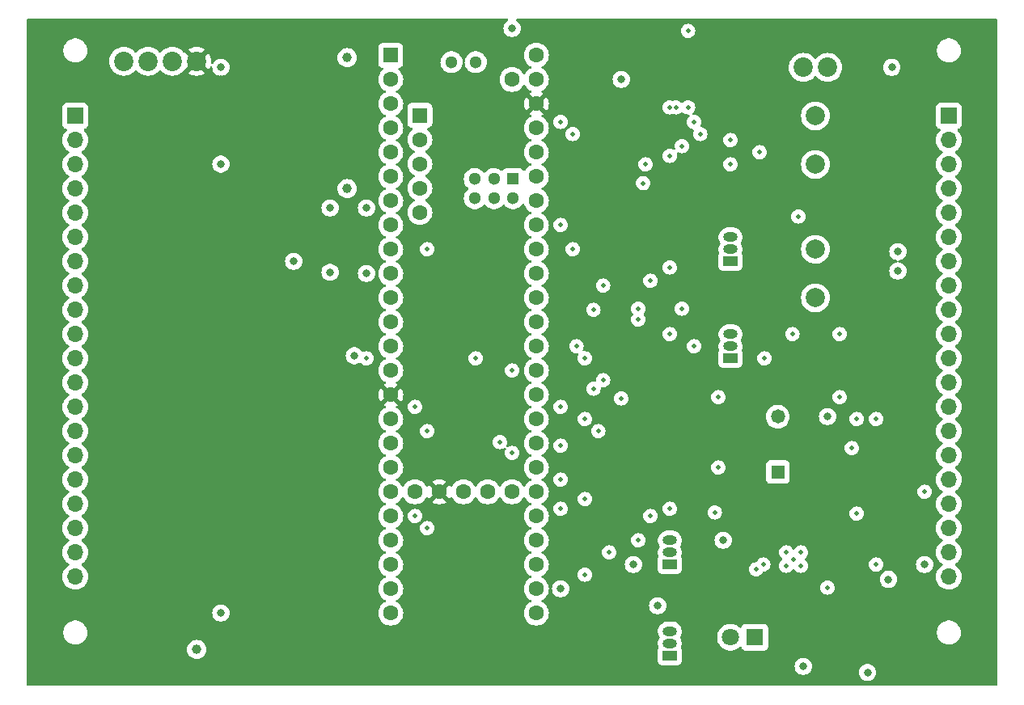
<source format=gbr>
G04 #@! TF.GenerationSoftware,KiCad,Pcbnew,8.0.4*
G04 #@! TF.CreationDate,2024-08-15T07:01:29-07:00*
G04 #@! TF.ProjectId,PocketFT8Xcvr,506f636b-6574-4465-9438-586376722e6b,rev?*
G04 #@! TF.SameCoordinates,Original*
G04 #@! TF.FileFunction,Copper,L3,Inr*
G04 #@! TF.FilePolarity,Positive*
%FSLAX46Y46*%
G04 Gerber Fmt 4.6, Leading zero omitted, Abs format (unit mm)*
G04 Created by KiCad (PCBNEW 8.0.4) date 2024-08-15 07:01:29*
%MOMM*%
%LPD*%
G01*
G04 APERTURE LIST*
G04 #@! TA.AperFunction,ComponentPad*
%ADD10R,1.600000X1.600000*%
G04 #@! TD*
G04 #@! TA.AperFunction,ComponentPad*
%ADD11C,1.600000*%
G04 #@! TD*
G04 #@! TA.AperFunction,ComponentPad*
%ADD12R,1.300000X1.300000*%
G04 #@! TD*
G04 #@! TA.AperFunction,ComponentPad*
%ADD13C,1.300000*%
G04 #@! TD*
G04 #@! TA.AperFunction,ComponentPad*
%ADD14C,2.020000*%
G04 #@! TD*
G04 #@! TA.AperFunction,ComponentPad*
%ADD15C,2.000000*%
G04 #@! TD*
G04 #@! TA.AperFunction,ComponentPad*
%ADD16R,1.500000X1.000000*%
G04 #@! TD*
G04 #@! TA.AperFunction,ComponentPad*
%ADD17O,1.500000X1.000000*%
G04 #@! TD*
G04 #@! TA.AperFunction,ComponentPad*
%ADD18R,1.473200X1.473200*%
G04 #@! TD*
G04 #@! TA.AperFunction,ComponentPad*
%ADD19C,1.473200*%
G04 #@! TD*
G04 #@! TA.AperFunction,ComponentPad*
%ADD20R,1.700000X1.700000*%
G04 #@! TD*
G04 #@! TA.AperFunction,ComponentPad*
%ADD21O,1.700000X1.700000*%
G04 #@! TD*
G04 #@! TA.AperFunction,ComponentPad*
%ADD22R,1.800000X1.800000*%
G04 #@! TD*
G04 #@! TA.AperFunction,ComponentPad*
%ADD23C,1.800000*%
G04 #@! TD*
G04 #@! TA.AperFunction,ViaPad*
%ADD24C,0.800000*%
G04 #@! TD*
G04 #@! TA.AperFunction,ViaPad*
%ADD25C,0.500000*%
G04 #@! TD*
G04 #@! TA.AperFunction,ViaPad*
%ADD26C,1.000000*%
G04 #@! TD*
G04 APERTURE END LIST*
D10*
X139700000Y-54610000D03*
D11*
X139700000Y-57150000D03*
X139700000Y-59690000D03*
X139700000Y-62230000D03*
X139700000Y-64770000D03*
X139700000Y-67310000D03*
X139700000Y-69850000D03*
X139700000Y-72390000D03*
X139700000Y-74930000D03*
X139700000Y-77470000D03*
X139700000Y-80010000D03*
X139700000Y-82550000D03*
X139700000Y-85090000D03*
X139700000Y-87630000D03*
X139700000Y-90170000D03*
X139700000Y-92710000D03*
X139700000Y-95250000D03*
X139700000Y-97790000D03*
X139700000Y-100330000D03*
X139700000Y-102870000D03*
X139700000Y-105410000D03*
X139700000Y-107950000D03*
X139700000Y-110490000D03*
X139700000Y-113030000D03*
X154940000Y-113030000D03*
X154940000Y-110490000D03*
X154940000Y-107950000D03*
X154940000Y-105410000D03*
X154940000Y-102870000D03*
X154940000Y-100330000D03*
X154940000Y-97790000D03*
X154940000Y-95250000D03*
X154940000Y-92710000D03*
X154940000Y-90170000D03*
X154940000Y-87630000D03*
X154940000Y-85090000D03*
X154940000Y-82550000D03*
X154940000Y-80010000D03*
X154940000Y-77470000D03*
X154940000Y-74930000D03*
X154940000Y-72390000D03*
X154940000Y-69850000D03*
X154940000Y-67310000D03*
X154940000Y-64770000D03*
X154940000Y-62230000D03*
X154940000Y-59690000D03*
X154940000Y-57150000D03*
X154940000Y-54610000D03*
X152400000Y-57150000D03*
X142240000Y-100330000D03*
X144780000Y-100330000D03*
X147320000Y-100330000D03*
X149860000Y-100330000D03*
X152400000Y-100330000D03*
D10*
X142750800Y-60909200D03*
D11*
X142750800Y-63449200D03*
X142750800Y-65989200D03*
X142750800Y-68529200D03*
X142750800Y-71069200D03*
D12*
X152501600Y-67580000D03*
D13*
X150501600Y-67580000D03*
X148501600Y-67580000D03*
X148501600Y-69580000D03*
X150501600Y-69580000D03*
X152501600Y-69580000D03*
X148590000Y-55340000D03*
X146050000Y-55340000D03*
D14*
X182880000Y-55880000D03*
X185420000Y-55880000D03*
D15*
X184150000Y-66040000D03*
X184150000Y-60960000D03*
D16*
X168910000Y-117475000D03*
D17*
X168910000Y-116205000D03*
X168910000Y-114935000D03*
D18*
X180213000Y-98247200D03*
D19*
X180213000Y-92456000D03*
D15*
X184150000Y-80010000D03*
X184150000Y-74930000D03*
D20*
X198120000Y-60960000D03*
D21*
X198120000Y-63500000D03*
X198120000Y-66040000D03*
X198120000Y-68580000D03*
X198120000Y-71120000D03*
X198120000Y-73660000D03*
X198120000Y-76200000D03*
X198120000Y-78740000D03*
X198120000Y-81280000D03*
X198120000Y-83820000D03*
X198120000Y-86360000D03*
X198120000Y-88900000D03*
X198120000Y-91440000D03*
X198120000Y-93980000D03*
X198120000Y-96520000D03*
X198120000Y-99060000D03*
X198120000Y-101600000D03*
X198120000Y-104140000D03*
X198120000Y-106680000D03*
X198120000Y-109220000D03*
D16*
X168910000Y-107950000D03*
D17*
X168910000Y-106680000D03*
X168910000Y-105410000D03*
D16*
X175260000Y-76200000D03*
D17*
X175260000Y-74930000D03*
X175260000Y-73660000D03*
D22*
X177800000Y-115570000D03*
D23*
X175260000Y-115570000D03*
D16*
X175260000Y-86360000D03*
D17*
X175260000Y-85090000D03*
X175260000Y-83820000D03*
D14*
X111760000Y-55245000D03*
X114300000Y-55245000D03*
X116840000Y-55245000D03*
X119380000Y-55245000D03*
D20*
X106680000Y-60960000D03*
D21*
X106680000Y-63500000D03*
X106680000Y-66040000D03*
X106680000Y-68580000D03*
X106680000Y-71120000D03*
X106680000Y-73660000D03*
X106680000Y-76200000D03*
X106680000Y-78740000D03*
X106680000Y-81280000D03*
X106680000Y-83820000D03*
X106680000Y-86360000D03*
X106680000Y-88900000D03*
X106680000Y-91440000D03*
X106680000Y-93980000D03*
X106680000Y-96520000D03*
X106680000Y-99060000D03*
X106680000Y-101600000D03*
X106680000Y-104140000D03*
X106680000Y-106680000D03*
X106680000Y-109220000D03*
D24*
X129540000Y-76200000D03*
D25*
X188468000Y-102616000D03*
X163830000Y-90551000D03*
X168910000Y-83820000D03*
D24*
X121920000Y-66014000D03*
X135890000Y-86080000D03*
X167640000Y-112268000D03*
D25*
X181102000Y-106680000D03*
X182372000Y-71501000D03*
X190500000Y-92710000D03*
X182626000Y-108077000D03*
X166116000Y-68008000D03*
X175260000Y-63500000D03*
X188468000Y-92710000D03*
D24*
X163830000Y-57150000D03*
X121920000Y-55880000D03*
D25*
X181864000Y-107442000D03*
X168910000Y-60071000D03*
X170815000Y-52070000D03*
X168910000Y-76835000D03*
D24*
X192151000Y-55880000D03*
D25*
X181102000Y-108077000D03*
X182626000Y-106680000D03*
D24*
X189611000Y-119253000D03*
X192786000Y-75184000D03*
D25*
X170815000Y-60071000D03*
D24*
X192786000Y-77216000D03*
X121920000Y-113030000D03*
D25*
X169545000Y-60071000D03*
D24*
X191795400Y-109499400D03*
D25*
X187960000Y-95758000D03*
X190500000Y-107950000D03*
D24*
X182880000Y-118618000D03*
D25*
X186944000Y-106172000D03*
X168910000Y-91440000D03*
X175514000Y-62484000D03*
D24*
X184277000Y-104140000D03*
X121920000Y-57150000D03*
D25*
X163830000Y-99060000D03*
D24*
X180848000Y-104140000D03*
D25*
X188087000Y-109474000D03*
X173990000Y-60198000D03*
X186944000Y-108458000D03*
D24*
X182499000Y-104140000D03*
X185420000Y-115570000D03*
D25*
X178308000Y-64770000D03*
X168910000Y-65151000D03*
X178816000Y-86360000D03*
X175260000Y-66040000D03*
X166370000Y-66040000D03*
X170180000Y-81153000D03*
X165608000Y-81153000D03*
X181737000Y-83820000D03*
D24*
X165100000Y-107950000D03*
D26*
X135128000Y-54864000D03*
X135128000Y-68580000D03*
X119380000Y-116840000D03*
D24*
X157480000Y-110490000D03*
X195580000Y-107950000D03*
X152400000Y-51816000D03*
D25*
X173609000Y-102489000D03*
X185420000Y-110363000D03*
D24*
X174498000Y-105410000D03*
D25*
X160020000Y-109000000D03*
X171450000Y-85090000D03*
X162560000Y-106680000D03*
X172085000Y-62865000D03*
X158750000Y-74930000D03*
X161417000Y-93980000D03*
X158750000Y-62865000D03*
X143510000Y-93980000D03*
X143510000Y-104140000D03*
X177927000Y-108458000D03*
X143510000Y-74930000D03*
X157480000Y-61595000D03*
X151130000Y-95123000D03*
X157480000Y-102108000D03*
X168910000Y-102108000D03*
X178689000Y-107950000D03*
X171450000Y-61595000D03*
X157480000Y-72390000D03*
X157480000Y-99060000D03*
X142240000Y-91440000D03*
X157480000Y-91440000D03*
X157480000Y-95504000D03*
X165608000Y-82296000D03*
X165608000Y-105410000D03*
X195580000Y-100330000D03*
D24*
X137160000Y-70612000D03*
D25*
X137160000Y-86360000D03*
X148590000Y-86360000D03*
D24*
X137160000Y-77470000D03*
D25*
X166878000Y-102870000D03*
X166878000Y-78232000D03*
D24*
X133350000Y-77343000D03*
X133350000Y-70612000D03*
D25*
X142240000Y-102870000D03*
D24*
X185420000Y-92456000D03*
D25*
X161925000Y-88646000D03*
X161925000Y-78740000D03*
X152400000Y-87630000D03*
X152400000Y-96266000D03*
X173990000Y-97790000D03*
X173990000Y-90424000D03*
X186690000Y-83820000D03*
X186690000Y-90424000D03*
X160020000Y-101092000D03*
X159131000Y-85090000D03*
X170180000Y-64135000D03*
X160909000Y-89535000D03*
X160909000Y-81280000D03*
X160020000Y-92710000D03*
X160020000Y-86360000D03*
G04 #@! TA.AperFunction,Conductor*
G36*
X151953109Y-50819685D02*
G01*
X151998864Y-50872489D01*
X152008808Y-50941647D01*
X151979783Y-51005203D01*
X151952380Y-51027827D01*
X151952527Y-51028029D01*
X151949274Y-51030392D01*
X151948067Y-51031389D01*
X151947265Y-51031851D01*
X151794129Y-51143111D01*
X151667466Y-51283785D01*
X151572821Y-51447715D01*
X151572818Y-51447722D01*
X151523628Y-51599115D01*
X151514326Y-51627744D01*
X151494540Y-51816000D01*
X151514326Y-52004256D01*
X151514327Y-52004259D01*
X151572818Y-52184277D01*
X151572821Y-52184284D01*
X151667467Y-52348216D01*
X151794129Y-52488888D01*
X151947265Y-52600148D01*
X151947270Y-52600151D01*
X152120192Y-52677142D01*
X152120197Y-52677144D01*
X152305354Y-52716500D01*
X152305355Y-52716500D01*
X152494644Y-52716500D01*
X152494646Y-52716500D01*
X152679803Y-52677144D01*
X152852730Y-52600151D01*
X153005871Y-52488888D01*
X153132533Y-52348216D01*
X153227179Y-52184284D01*
X153264313Y-52069997D01*
X170059751Y-52069997D01*
X170059751Y-52070002D01*
X170078685Y-52238056D01*
X170134545Y-52397694D01*
X170134547Y-52397697D01*
X170224518Y-52540884D01*
X170224523Y-52540890D01*
X170344109Y-52660476D01*
X170344115Y-52660481D01*
X170487302Y-52750452D01*
X170487305Y-52750454D01*
X170487309Y-52750455D01*
X170487310Y-52750456D01*
X170559913Y-52775860D01*
X170646943Y-52806314D01*
X170814997Y-52825249D01*
X170815000Y-52825249D01*
X170815003Y-52825249D01*
X170983056Y-52806314D01*
X170983059Y-52806313D01*
X171142690Y-52750456D01*
X171142692Y-52750454D01*
X171142694Y-52750454D01*
X171142697Y-52750452D01*
X171285884Y-52660481D01*
X171285885Y-52660480D01*
X171285890Y-52660477D01*
X171405477Y-52540890D01*
X171495452Y-52397697D01*
X171495454Y-52397694D01*
X171495454Y-52397692D01*
X171495456Y-52397690D01*
X171551313Y-52238059D01*
X171551313Y-52238058D01*
X171551314Y-52238056D01*
X171570249Y-52070002D01*
X171570249Y-52069997D01*
X171551314Y-51901943D01*
X171495454Y-51742305D01*
X171495452Y-51742302D01*
X171405481Y-51599115D01*
X171405476Y-51599109D01*
X171285890Y-51479523D01*
X171285884Y-51479518D01*
X171142697Y-51389547D01*
X171142694Y-51389545D01*
X170983056Y-51333685D01*
X170815003Y-51314751D01*
X170814997Y-51314751D01*
X170646943Y-51333685D01*
X170487305Y-51389545D01*
X170487302Y-51389547D01*
X170344115Y-51479518D01*
X170344109Y-51479523D01*
X170224523Y-51599109D01*
X170224518Y-51599115D01*
X170134547Y-51742302D01*
X170134545Y-51742305D01*
X170078685Y-51901943D01*
X170059751Y-52069997D01*
X153264313Y-52069997D01*
X153285674Y-52004256D01*
X153305460Y-51816000D01*
X153285674Y-51627744D01*
X153227179Y-51447716D01*
X153132533Y-51283784D01*
X153005871Y-51143112D01*
X153005870Y-51143111D01*
X152852734Y-51031851D01*
X152851933Y-51031389D01*
X152851561Y-51030999D01*
X152847473Y-51028029D01*
X152848016Y-51027281D01*
X152803716Y-50980823D01*
X152790491Y-50912216D01*
X152816458Y-50847351D01*
X152873371Y-50806821D01*
X152913930Y-50800000D01*
X203076000Y-50800000D01*
X203143039Y-50819685D01*
X203188794Y-50872489D01*
X203200000Y-50924000D01*
X203200000Y-120526000D01*
X203180315Y-120593039D01*
X203127511Y-120638794D01*
X203076000Y-120650000D01*
X101724000Y-120650000D01*
X101656961Y-120630315D01*
X101611206Y-120577511D01*
X101600000Y-120526000D01*
X101600000Y-118618000D01*
X181974540Y-118618000D01*
X181994326Y-118806256D01*
X181994327Y-118806259D01*
X182052818Y-118986277D01*
X182052821Y-118986284D01*
X182147467Y-119150216D01*
X182274129Y-119290888D01*
X182427265Y-119402148D01*
X182427270Y-119402151D01*
X182600192Y-119479142D01*
X182600197Y-119479144D01*
X182785354Y-119518500D01*
X182785355Y-119518500D01*
X182974644Y-119518500D01*
X182974646Y-119518500D01*
X183159803Y-119479144D01*
X183332730Y-119402151D01*
X183485871Y-119290888D01*
X183519986Y-119253000D01*
X188705540Y-119253000D01*
X188725326Y-119441256D01*
X188725327Y-119441259D01*
X188783818Y-119621277D01*
X188783821Y-119621284D01*
X188878467Y-119785216D01*
X189005129Y-119925888D01*
X189158265Y-120037148D01*
X189158270Y-120037151D01*
X189331192Y-120114142D01*
X189331197Y-120114144D01*
X189516354Y-120153500D01*
X189516355Y-120153500D01*
X189705644Y-120153500D01*
X189705646Y-120153500D01*
X189890803Y-120114144D01*
X190063730Y-120037151D01*
X190216871Y-119925888D01*
X190343533Y-119785216D01*
X190438179Y-119621284D01*
X190496674Y-119441256D01*
X190516460Y-119253000D01*
X190496674Y-119064744D01*
X190438179Y-118884716D01*
X190343533Y-118720784D01*
X190216871Y-118580112D01*
X190216870Y-118580111D01*
X190063734Y-118468851D01*
X190063729Y-118468848D01*
X189890807Y-118391857D01*
X189890802Y-118391855D01*
X189745001Y-118360865D01*
X189705646Y-118352500D01*
X189516354Y-118352500D01*
X189483897Y-118359398D01*
X189331197Y-118391855D01*
X189331192Y-118391857D01*
X189158270Y-118468848D01*
X189158265Y-118468851D01*
X189005129Y-118580111D01*
X188878466Y-118720785D01*
X188783821Y-118884715D01*
X188783818Y-118884722D01*
X188750819Y-118986284D01*
X188725326Y-119064744D01*
X188705540Y-119253000D01*
X183519986Y-119253000D01*
X183612533Y-119150216D01*
X183707179Y-118986284D01*
X183765674Y-118806256D01*
X183785460Y-118618000D01*
X183765674Y-118429744D01*
X183707179Y-118249716D01*
X183612533Y-118085784D01*
X183485871Y-117945112D01*
X183485870Y-117945111D01*
X183332734Y-117833851D01*
X183332729Y-117833848D01*
X183159807Y-117756857D01*
X183159802Y-117756855D01*
X183014001Y-117725865D01*
X182974646Y-117717500D01*
X182785354Y-117717500D01*
X182752897Y-117724398D01*
X182600197Y-117756855D01*
X182600192Y-117756857D01*
X182427270Y-117833848D01*
X182427265Y-117833851D01*
X182274129Y-117945111D01*
X182147466Y-118085785D01*
X182052821Y-118249715D01*
X182052818Y-118249722D01*
X182006636Y-118391857D01*
X181994326Y-118429744D01*
X181974540Y-118618000D01*
X101600000Y-118618000D01*
X101600000Y-116840000D01*
X118374659Y-116840000D01*
X118393975Y-117036129D01*
X118451188Y-117224733D01*
X118544086Y-117398532D01*
X118544090Y-117398539D01*
X118669116Y-117550883D01*
X118821460Y-117675909D01*
X118821467Y-117675913D01*
X118995266Y-117768811D01*
X118995269Y-117768811D01*
X118995273Y-117768814D01*
X119183868Y-117826024D01*
X119380000Y-117845341D01*
X119576132Y-117826024D01*
X119764727Y-117768814D01*
X119938538Y-117675910D01*
X120090883Y-117550883D01*
X120215910Y-117398538D01*
X120308814Y-117224727D01*
X120366024Y-117036132D01*
X120385341Y-116840000D01*
X120366024Y-116643868D01*
X120308814Y-116455273D01*
X120308811Y-116455269D01*
X120308811Y-116455266D01*
X120215913Y-116281467D01*
X120215909Y-116281460D01*
X120090883Y-116129116D01*
X119938539Y-116004090D01*
X119938532Y-116004086D01*
X119764733Y-115911188D01*
X119764727Y-115911186D01*
X119576132Y-115853976D01*
X119576129Y-115853975D01*
X119380000Y-115834659D01*
X119183870Y-115853975D01*
X118995266Y-115911188D01*
X118821467Y-116004086D01*
X118821460Y-116004090D01*
X118669116Y-116129116D01*
X118544090Y-116281460D01*
X118544086Y-116281467D01*
X118451188Y-116455266D01*
X118393975Y-116643870D01*
X118374659Y-116840000D01*
X101600000Y-116840000D01*
X101600000Y-114963577D01*
X105429500Y-114963577D01*
X105429500Y-115160422D01*
X105460290Y-115354826D01*
X105521117Y-115542029D01*
X105570471Y-115638891D01*
X105610476Y-115717405D01*
X105726172Y-115876646D01*
X105865354Y-116015828D01*
X106024595Y-116131524D01*
X106107455Y-116173743D01*
X106199970Y-116220882D01*
X106199972Y-116220882D01*
X106199975Y-116220884D01*
X106300317Y-116253487D01*
X106387173Y-116281709D01*
X106581578Y-116312500D01*
X106581583Y-116312500D01*
X106778422Y-116312500D01*
X106972826Y-116281709D01*
X106973592Y-116281460D01*
X107160025Y-116220884D01*
X107335405Y-116131524D01*
X107494646Y-116015828D01*
X107633828Y-115876646D01*
X107749524Y-115717405D01*
X107838884Y-115542025D01*
X107899709Y-115354826D01*
X107919981Y-115226835D01*
X107930500Y-115160422D01*
X107930500Y-115033543D01*
X167659499Y-115033543D01*
X167697947Y-115226829D01*
X167697950Y-115226839D01*
X167744285Y-115338702D01*
X167773368Y-115408914D01*
X167817352Y-115474740D01*
X167834971Y-115501110D01*
X167855848Y-115567787D01*
X167837363Y-115635167D01*
X167834971Y-115638890D01*
X167773366Y-115731089D01*
X167697950Y-115913160D01*
X167697947Y-115913170D01*
X167659500Y-116106456D01*
X167659500Y-116106459D01*
X167659500Y-116303541D01*
X167659500Y-116303543D01*
X167659499Y-116303543D01*
X167697947Y-116496828D01*
X167697949Y-116496836D01*
X167740318Y-116599124D01*
X167747787Y-116668593D01*
X167725026Y-116720884D01*
X167716203Y-116732670D01*
X167716202Y-116732671D01*
X167665908Y-116867517D01*
X167660933Y-116913796D01*
X167659501Y-116927123D01*
X167659500Y-116927135D01*
X167659500Y-118022870D01*
X167659501Y-118022876D01*
X167665908Y-118082483D01*
X167716202Y-118217328D01*
X167716206Y-118217335D01*
X167802452Y-118332544D01*
X167802455Y-118332547D01*
X167917664Y-118418793D01*
X167917671Y-118418797D01*
X168052517Y-118469091D01*
X168052516Y-118469091D01*
X168059444Y-118469835D01*
X168112127Y-118475500D01*
X169707872Y-118475499D01*
X169767483Y-118469091D01*
X169902331Y-118418796D01*
X170017546Y-118332546D01*
X170103796Y-118217331D01*
X170154091Y-118082483D01*
X170160500Y-118022873D01*
X170160499Y-116927128D01*
X170154091Y-116867517D01*
X170150145Y-116856938D01*
X170103797Y-116732671D01*
X170103795Y-116732668D01*
X170094976Y-116720887D01*
X170070558Y-116655423D01*
X170079679Y-116599128D01*
X170122051Y-116496835D01*
X170160500Y-116303541D01*
X170160500Y-116106459D01*
X170160500Y-116106456D01*
X170122052Y-115913170D01*
X170122051Y-115913169D01*
X170122051Y-115913165D01*
X170106925Y-115876647D01*
X170046635Y-115731092D01*
X170046633Y-115731088D01*
X170046632Y-115731086D01*
X169985029Y-115638891D01*
X169964151Y-115572214D01*
X169964760Y-115569993D01*
X173854700Y-115569993D01*
X173854700Y-115570006D01*
X173873864Y-115801297D01*
X173873866Y-115801308D01*
X173930842Y-116026300D01*
X174024075Y-116238848D01*
X174151016Y-116433147D01*
X174151019Y-116433151D01*
X174151021Y-116433153D01*
X174308216Y-116603913D01*
X174308219Y-116603915D01*
X174308222Y-116603918D01*
X174491365Y-116746464D01*
X174491371Y-116746468D01*
X174491374Y-116746470D01*
X174695497Y-116856936D01*
X174809487Y-116896068D01*
X174915015Y-116932297D01*
X174915017Y-116932297D01*
X174915019Y-116932298D01*
X175143951Y-116970500D01*
X175143952Y-116970500D01*
X175376048Y-116970500D01*
X175376049Y-116970500D01*
X175604981Y-116932298D01*
X175824503Y-116856936D01*
X176028626Y-116746470D01*
X176046357Y-116732670D01*
X176134121Y-116664360D01*
X176211784Y-116603913D01*
X176220130Y-116594846D01*
X176280010Y-116558854D01*
X176349849Y-116560949D01*
X176407468Y-116600469D01*
X176427544Y-116635491D01*
X176456203Y-116712330D01*
X176456206Y-116712335D01*
X176542452Y-116827544D01*
X176542455Y-116827547D01*
X176657664Y-116913793D01*
X176657671Y-116913797D01*
X176792517Y-116964091D01*
X176792516Y-116964091D01*
X176799444Y-116964835D01*
X176852127Y-116970500D01*
X178747872Y-116970499D01*
X178807483Y-116964091D01*
X178942331Y-116913796D01*
X179057546Y-116827546D01*
X179143796Y-116712331D01*
X179194091Y-116577483D01*
X179200500Y-116517873D01*
X179200499Y-114963577D01*
X196869500Y-114963577D01*
X196869500Y-115160422D01*
X196900290Y-115354826D01*
X196961117Y-115542029D01*
X197010471Y-115638891D01*
X197050476Y-115717405D01*
X197166172Y-115876646D01*
X197305354Y-116015828D01*
X197464595Y-116131524D01*
X197547455Y-116173743D01*
X197639970Y-116220882D01*
X197639972Y-116220882D01*
X197639975Y-116220884D01*
X197740317Y-116253487D01*
X197827173Y-116281709D01*
X198021578Y-116312500D01*
X198021583Y-116312500D01*
X198218422Y-116312500D01*
X198412826Y-116281709D01*
X198413592Y-116281460D01*
X198600025Y-116220884D01*
X198775405Y-116131524D01*
X198934646Y-116015828D01*
X199073828Y-115876646D01*
X199189524Y-115717405D01*
X199278884Y-115542025D01*
X199339709Y-115354826D01*
X199359981Y-115226835D01*
X199370500Y-115160422D01*
X199370500Y-114963577D01*
X199339709Y-114769173D01*
X199311487Y-114682317D01*
X199278884Y-114581975D01*
X199278882Y-114581972D01*
X199278882Y-114581970D01*
X199217285Y-114461079D01*
X199189524Y-114406595D01*
X199073828Y-114247354D01*
X198934646Y-114108172D01*
X198775405Y-113992476D01*
X198737077Y-113972947D01*
X198600029Y-113903117D01*
X198412826Y-113842290D01*
X198218422Y-113811500D01*
X198218417Y-113811500D01*
X198021583Y-113811500D01*
X198021578Y-113811500D01*
X197827173Y-113842290D01*
X197639970Y-113903117D01*
X197464594Y-113992476D01*
X197373741Y-114058485D01*
X197305354Y-114108172D01*
X197305352Y-114108174D01*
X197305351Y-114108174D01*
X197166174Y-114247351D01*
X197166174Y-114247352D01*
X197166172Y-114247354D01*
X197118875Y-114312452D01*
X197050476Y-114406594D01*
X196961117Y-114581970D01*
X196900290Y-114769173D01*
X196869500Y-114963577D01*
X179200499Y-114963577D01*
X179200499Y-114622128D01*
X179194091Y-114562517D01*
X179184233Y-114536087D01*
X179143797Y-114427671D01*
X179143793Y-114427664D01*
X179057547Y-114312455D01*
X179057544Y-114312452D01*
X178942335Y-114226206D01*
X178942328Y-114226202D01*
X178807482Y-114175908D01*
X178807483Y-114175908D01*
X178747883Y-114169501D01*
X178747881Y-114169500D01*
X178747873Y-114169500D01*
X178747864Y-114169500D01*
X176852129Y-114169500D01*
X176852123Y-114169501D01*
X176792516Y-114175908D01*
X176657671Y-114226202D01*
X176657664Y-114226206D01*
X176542455Y-114312452D01*
X176542452Y-114312455D01*
X176456206Y-114427664D01*
X176456203Y-114427670D01*
X176427544Y-114504508D01*
X176385672Y-114560441D01*
X176320208Y-114584858D01*
X176251935Y-114570006D01*
X176220135Y-114545158D01*
X176211784Y-114536087D01*
X176211778Y-114536082D01*
X176211777Y-114536081D01*
X176028634Y-114393535D01*
X176028628Y-114393531D01*
X175824504Y-114283064D01*
X175824495Y-114283061D01*
X175604984Y-114207702D01*
X175414450Y-114175908D01*
X175376049Y-114169500D01*
X175143951Y-114169500D01*
X175105550Y-114175908D01*
X174915015Y-114207702D01*
X174695504Y-114283061D01*
X174695495Y-114283064D01*
X174491371Y-114393531D01*
X174491365Y-114393535D01*
X174308222Y-114536081D01*
X174308219Y-114536084D01*
X174308216Y-114536086D01*
X174308216Y-114536087D01*
X174265978Y-114581970D01*
X174151016Y-114706852D01*
X174024075Y-114901151D01*
X173930842Y-115113699D01*
X173873866Y-115338691D01*
X173873864Y-115338702D01*
X173854700Y-115569993D01*
X169964760Y-115569993D01*
X169982635Y-115504834D01*
X169985029Y-115501109D01*
X169997872Y-115481887D01*
X170046632Y-115408914D01*
X170122051Y-115226835D01*
X170144555Y-115113700D01*
X170160500Y-115033543D01*
X170160500Y-114836456D01*
X170122052Y-114643170D01*
X170122051Y-114643169D01*
X170122051Y-114643165D01*
X170097900Y-114584858D01*
X170046635Y-114461092D01*
X170046628Y-114461079D01*
X169937139Y-114297218D01*
X169937136Y-114297214D01*
X169797784Y-114157862D01*
X169797781Y-114157860D01*
X169633920Y-114048371D01*
X169633907Y-114048364D01*
X169451839Y-113972950D01*
X169451829Y-113972947D01*
X169258543Y-113934500D01*
X169258541Y-113934500D01*
X168561459Y-113934500D01*
X168561457Y-113934500D01*
X168368170Y-113972947D01*
X168368160Y-113972950D01*
X168186092Y-114048364D01*
X168186079Y-114048371D01*
X168022218Y-114157860D01*
X168022216Y-114157862D01*
X167882863Y-114297214D01*
X167882860Y-114297218D01*
X167773371Y-114461079D01*
X167773364Y-114461092D01*
X167697950Y-114643160D01*
X167697947Y-114643170D01*
X167659500Y-114836456D01*
X167659500Y-114836459D01*
X167659500Y-115033541D01*
X167659500Y-115033543D01*
X167659499Y-115033543D01*
X107930500Y-115033543D01*
X107930500Y-114963577D01*
X107899709Y-114769173D01*
X107871487Y-114682317D01*
X107838884Y-114581975D01*
X107838882Y-114581972D01*
X107838882Y-114581970D01*
X107777285Y-114461079D01*
X107749524Y-114406595D01*
X107633828Y-114247354D01*
X107494646Y-114108172D01*
X107335405Y-113992476D01*
X107297077Y-113972947D01*
X107160029Y-113903117D01*
X106972826Y-113842290D01*
X106778422Y-113811500D01*
X106778417Y-113811500D01*
X106581583Y-113811500D01*
X106581578Y-113811500D01*
X106387173Y-113842290D01*
X106199970Y-113903117D01*
X106024594Y-113992476D01*
X105933741Y-114058485D01*
X105865354Y-114108172D01*
X105865352Y-114108174D01*
X105865351Y-114108174D01*
X105726174Y-114247351D01*
X105726174Y-114247352D01*
X105726172Y-114247354D01*
X105678875Y-114312452D01*
X105610476Y-114406594D01*
X105521117Y-114581970D01*
X105460290Y-114769173D01*
X105429500Y-114963577D01*
X101600000Y-114963577D01*
X101600000Y-113030000D01*
X121014540Y-113030000D01*
X121034326Y-113218256D01*
X121034327Y-113218259D01*
X121092818Y-113398277D01*
X121092821Y-113398284D01*
X121187467Y-113562216D01*
X121295982Y-113682734D01*
X121314129Y-113702888D01*
X121467265Y-113814148D01*
X121467270Y-113814151D01*
X121640192Y-113891142D01*
X121640197Y-113891144D01*
X121825354Y-113930500D01*
X121825355Y-113930500D01*
X122014644Y-113930500D01*
X122014646Y-113930500D01*
X122199803Y-113891144D01*
X122372730Y-113814151D01*
X122525871Y-113702888D01*
X122652533Y-113562216D01*
X122747179Y-113398284D01*
X122805674Y-113218256D01*
X122825460Y-113030000D01*
X122805674Y-112841744D01*
X122747179Y-112661716D01*
X122652533Y-112497784D01*
X122525871Y-112357112D01*
X122525870Y-112357111D01*
X122372734Y-112245851D01*
X122372729Y-112245848D01*
X122199807Y-112168857D01*
X122199802Y-112168855D01*
X122054001Y-112137865D01*
X122014646Y-112129500D01*
X121825354Y-112129500D01*
X121792897Y-112136398D01*
X121640197Y-112168855D01*
X121640192Y-112168857D01*
X121467270Y-112245848D01*
X121467265Y-112245851D01*
X121314129Y-112357111D01*
X121187466Y-112497785D01*
X121092821Y-112661715D01*
X121092818Y-112661722D01*
X121046813Y-112803313D01*
X121034326Y-112841744D01*
X121014540Y-113030000D01*
X101600000Y-113030000D01*
X101600000Y-63499999D01*
X105324341Y-63499999D01*
X105324341Y-63500000D01*
X105344936Y-63735403D01*
X105344938Y-63735413D01*
X105406094Y-63963655D01*
X105406096Y-63963659D01*
X105406097Y-63963663D01*
X105477724Y-64117267D01*
X105505965Y-64177830D01*
X105505967Y-64177834D01*
X105641501Y-64371395D01*
X105641506Y-64371402D01*
X105808597Y-64538493D01*
X105808603Y-64538498D01*
X105994158Y-64668425D01*
X106037783Y-64723002D01*
X106044977Y-64792500D01*
X106013454Y-64854855D01*
X105994158Y-64871575D01*
X105808597Y-65001505D01*
X105641505Y-65168597D01*
X105505965Y-65362169D01*
X105505964Y-65362171D01*
X105429920Y-65525249D01*
X105409468Y-65569109D01*
X105406098Y-65576335D01*
X105406094Y-65576344D01*
X105344938Y-65804586D01*
X105344936Y-65804596D01*
X105324341Y-66039999D01*
X105324341Y-66040000D01*
X105344936Y-66275403D01*
X105344938Y-66275413D01*
X105406094Y-66503655D01*
X105406096Y-66503659D01*
X105406097Y-66503663D01*
X105491901Y-66687669D01*
X105505965Y-66717830D01*
X105505967Y-66717834D01*
X105641501Y-66911395D01*
X105641506Y-66911402D01*
X105808597Y-67078493D01*
X105808603Y-67078498D01*
X105994158Y-67208425D01*
X106037783Y-67263002D01*
X106044977Y-67332500D01*
X106013454Y-67394855D01*
X105994158Y-67411575D01*
X105808597Y-67541505D01*
X105641505Y-67708597D01*
X105505965Y-67902169D01*
X105505964Y-67902171D01*
X105406098Y-68116335D01*
X105406094Y-68116344D01*
X105344938Y-68344586D01*
X105344936Y-68344596D01*
X105324341Y-68579999D01*
X105324341Y-68580000D01*
X105344936Y-68815403D01*
X105344938Y-68815413D01*
X105406094Y-69043655D01*
X105406096Y-69043659D01*
X105406097Y-69043663D01*
X105505965Y-69257830D01*
X105505967Y-69257834D01*
X105641501Y-69451395D01*
X105641506Y-69451402D01*
X105808597Y-69618493D01*
X105808603Y-69618498D01*
X105994158Y-69748425D01*
X106037783Y-69803002D01*
X106044977Y-69872500D01*
X106013454Y-69934855D01*
X105994158Y-69951575D01*
X105808597Y-70081505D01*
X105641505Y-70248597D01*
X105505965Y-70442169D01*
X105505964Y-70442171D01*
X105406098Y-70656335D01*
X105406094Y-70656344D01*
X105344938Y-70884586D01*
X105344936Y-70884596D01*
X105324341Y-71119999D01*
X105324341Y-71120000D01*
X105344936Y-71355403D01*
X105344938Y-71355413D01*
X105406094Y-71583655D01*
X105406096Y-71583659D01*
X105406097Y-71583663D01*
X105477724Y-71737267D01*
X105505965Y-71797830D01*
X105505967Y-71797834D01*
X105641501Y-71991395D01*
X105641506Y-71991402D01*
X105808597Y-72158493D01*
X105808603Y-72158498D01*
X105994158Y-72288425D01*
X106037783Y-72343002D01*
X106044977Y-72412500D01*
X106013454Y-72474855D01*
X105994158Y-72491575D01*
X105808597Y-72621505D01*
X105641505Y-72788597D01*
X105505965Y-72982169D01*
X105505964Y-72982171D01*
X105406098Y-73196335D01*
X105406094Y-73196344D01*
X105344938Y-73424586D01*
X105344936Y-73424596D01*
X105324341Y-73659999D01*
X105324341Y-73660000D01*
X105344936Y-73895403D01*
X105344938Y-73895413D01*
X105406094Y-74123655D01*
X105406096Y-74123659D01*
X105406097Y-74123663D01*
X105498983Y-74322857D01*
X105505965Y-74337830D01*
X105505967Y-74337834D01*
X105590886Y-74459110D01*
X105627298Y-74511112D01*
X105641501Y-74531395D01*
X105641506Y-74531402D01*
X105808597Y-74698493D01*
X105808603Y-74698498D01*
X105994158Y-74828425D01*
X106037783Y-74883002D01*
X106044977Y-74952500D01*
X106013454Y-75014855D01*
X105994158Y-75031575D01*
X105808597Y-75161505D01*
X105641505Y-75328597D01*
X105505965Y-75522169D01*
X105505964Y-75522171D01*
X105406098Y-75736335D01*
X105406094Y-75736344D01*
X105344938Y-75964586D01*
X105344936Y-75964596D01*
X105324341Y-76199999D01*
X105324341Y-76200000D01*
X105344936Y-76435403D01*
X105344938Y-76435413D01*
X105406094Y-76663655D01*
X105406096Y-76663659D01*
X105406097Y-76663663D01*
X105477724Y-76817267D01*
X105505965Y-76877830D01*
X105505967Y-76877834D01*
X105641501Y-77071395D01*
X105641506Y-77071402D01*
X105808597Y-77238493D01*
X105808603Y-77238498D01*
X105994158Y-77368425D01*
X106037783Y-77423002D01*
X106044977Y-77492500D01*
X106013454Y-77554855D01*
X105994158Y-77571575D01*
X105808597Y-77701505D01*
X105641505Y-77868597D01*
X105505965Y-78062169D01*
X105505964Y-78062171D01*
X105439762Y-78204142D01*
X105409468Y-78269109D01*
X105406098Y-78276335D01*
X105406094Y-78276344D01*
X105344938Y-78504586D01*
X105344936Y-78504596D01*
X105324341Y-78739999D01*
X105324341Y-78740000D01*
X105344936Y-78975403D01*
X105344938Y-78975413D01*
X105406094Y-79203655D01*
X105406096Y-79203659D01*
X105406097Y-79203663D01*
X105477724Y-79357267D01*
X105505965Y-79417830D01*
X105505967Y-79417834D01*
X105641501Y-79611395D01*
X105641506Y-79611402D01*
X105808597Y-79778493D01*
X105808603Y-79778498D01*
X105994158Y-79908425D01*
X106037783Y-79963002D01*
X106044977Y-80032500D01*
X106013454Y-80094855D01*
X105994158Y-80111575D01*
X105808597Y-80241505D01*
X105641505Y-80408597D01*
X105505965Y-80602169D01*
X105505964Y-80602171D01*
X105447939Y-80726607D01*
X105409468Y-80809109D01*
X105406098Y-80816335D01*
X105406094Y-80816344D01*
X105344938Y-81044586D01*
X105344936Y-81044596D01*
X105324341Y-81279999D01*
X105324341Y-81280000D01*
X105344936Y-81515403D01*
X105344938Y-81515413D01*
X105406094Y-81743655D01*
X105406096Y-81743659D01*
X105406097Y-81743663D01*
X105477724Y-81897267D01*
X105505965Y-81957830D01*
X105505967Y-81957834D01*
X105641501Y-82151395D01*
X105641506Y-82151402D01*
X105808597Y-82318493D01*
X105808603Y-82318498D01*
X105994158Y-82448425D01*
X106037783Y-82503002D01*
X106044977Y-82572500D01*
X106013454Y-82634855D01*
X105994158Y-82651575D01*
X105808597Y-82781505D01*
X105641505Y-82948597D01*
X105505965Y-83142169D01*
X105505964Y-83142171D01*
X105412401Y-83342816D01*
X105409468Y-83349109D01*
X105406098Y-83356335D01*
X105406094Y-83356344D01*
X105344938Y-83584586D01*
X105344936Y-83584596D01*
X105324341Y-83819999D01*
X105324341Y-83820000D01*
X105344936Y-84055403D01*
X105344938Y-84055413D01*
X105406094Y-84283655D01*
X105406096Y-84283659D01*
X105406097Y-84283663D01*
X105477724Y-84437267D01*
X105505965Y-84497830D01*
X105505967Y-84497834D01*
X105641501Y-84691395D01*
X105641506Y-84691402D01*
X105808597Y-84858493D01*
X105808603Y-84858498D01*
X105994158Y-84988425D01*
X106037783Y-85043002D01*
X106044977Y-85112500D01*
X106013454Y-85174855D01*
X105994158Y-85191575D01*
X105808597Y-85321505D01*
X105641505Y-85488597D01*
X105505965Y-85682169D01*
X105505964Y-85682171D01*
X105434914Y-85834539D01*
X105409468Y-85889109D01*
X105406098Y-85896335D01*
X105406094Y-85896344D01*
X105344938Y-86124586D01*
X105344936Y-86124596D01*
X105324341Y-86359999D01*
X105324341Y-86360000D01*
X105344936Y-86595403D01*
X105344938Y-86595413D01*
X105406094Y-86823655D01*
X105406096Y-86823659D01*
X105406097Y-86823663D01*
X105477724Y-86977267D01*
X105505965Y-87037830D01*
X105505967Y-87037834D01*
X105641501Y-87231395D01*
X105641506Y-87231402D01*
X105808597Y-87398493D01*
X105808603Y-87398498D01*
X105994158Y-87528425D01*
X106037783Y-87583002D01*
X106044977Y-87652500D01*
X106013454Y-87714855D01*
X105994158Y-87731575D01*
X105808597Y-87861505D01*
X105641505Y-88028597D01*
X105505965Y-88222169D01*
X105505964Y-88222171D01*
X105406098Y-88436335D01*
X105406094Y-88436344D01*
X105344938Y-88664586D01*
X105344936Y-88664596D01*
X105324341Y-88899999D01*
X105324341Y-88900000D01*
X105344936Y-89135403D01*
X105344938Y-89135413D01*
X105406094Y-89363655D01*
X105406096Y-89363659D01*
X105406097Y-89363663D01*
X105485992Y-89534997D01*
X105505965Y-89577830D01*
X105505967Y-89577834D01*
X105641501Y-89771395D01*
X105641506Y-89771402D01*
X105808597Y-89938493D01*
X105808603Y-89938498D01*
X105994158Y-90068425D01*
X106037783Y-90123002D01*
X106044977Y-90192500D01*
X106013454Y-90254855D01*
X105994158Y-90271575D01*
X105808597Y-90401505D01*
X105641505Y-90568597D01*
X105505965Y-90762169D01*
X105505964Y-90762171D01*
X105443805Y-90895472D01*
X105409468Y-90969109D01*
X105406098Y-90976335D01*
X105406094Y-90976344D01*
X105344938Y-91204586D01*
X105344936Y-91204596D01*
X105324341Y-91439999D01*
X105324341Y-91440000D01*
X105344936Y-91675403D01*
X105344938Y-91675413D01*
X105406094Y-91903655D01*
X105406096Y-91903659D01*
X105406097Y-91903663D01*
X105477724Y-92057267D01*
X105505965Y-92117830D01*
X105505967Y-92117834D01*
X105641501Y-92311395D01*
X105641506Y-92311402D01*
X105808597Y-92478493D01*
X105808603Y-92478498D01*
X105994158Y-92608425D01*
X106037783Y-92663002D01*
X106044977Y-92732500D01*
X106013454Y-92794855D01*
X105994158Y-92811575D01*
X105808597Y-92941505D01*
X105641505Y-93108597D01*
X105505965Y-93302169D01*
X105505964Y-93302171D01*
X105429920Y-93465249D01*
X105409468Y-93509109D01*
X105406098Y-93516335D01*
X105406094Y-93516344D01*
X105344938Y-93744586D01*
X105344936Y-93744596D01*
X105324341Y-93979999D01*
X105324341Y-93980000D01*
X105344936Y-94215403D01*
X105344938Y-94215413D01*
X105406094Y-94443655D01*
X105406096Y-94443659D01*
X105406097Y-94443663D01*
X105477724Y-94597267D01*
X105505965Y-94657830D01*
X105505967Y-94657834D01*
X105641501Y-94851395D01*
X105641506Y-94851402D01*
X105808597Y-95018493D01*
X105808603Y-95018498D01*
X105994158Y-95148425D01*
X106037783Y-95203002D01*
X106044977Y-95272500D01*
X106013454Y-95334855D01*
X105994158Y-95351575D01*
X105808597Y-95481505D01*
X105641505Y-95648597D01*
X105505965Y-95842169D01*
X105505964Y-95842171D01*
X105406098Y-96056335D01*
X105406094Y-96056344D01*
X105344938Y-96284586D01*
X105344936Y-96284596D01*
X105324341Y-96519999D01*
X105324341Y-96520000D01*
X105344936Y-96755403D01*
X105344938Y-96755413D01*
X105406094Y-96983655D01*
X105406096Y-96983659D01*
X105406097Y-96983663D01*
X105477724Y-97137267D01*
X105505965Y-97197830D01*
X105505967Y-97197834D01*
X105641501Y-97391395D01*
X105641506Y-97391402D01*
X105808597Y-97558493D01*
X105808603Y-97558498D01*
X105994158Y-97688425D01*
X106037783Y-97743002D01*
X106044977Y-97812500D01*
X106013454Y-97874855D01*
X105994158Y-97891575D01*
X105808597Y-98021505D01*
X105641505Y-98188597D01*
X105505965Y-98382169D01*
X105505964Y-98382171D01*
X105429920Y-98545249D01*
X105409468Y-98589109D01*
X105406098Y-98596335D01*
X105406094Y-98596344D01*
X105344938Y-98824586D01*
X105344936Y-98824596D01*
X105324341Y-99059999D01*
X105324341Y-99060000D01*
X105344936Y-99295403D01*
X105344938Y-99295413D01*
X105406094Y-99523655D01*
X105406096Y-99523659D01*
X105406097Y-99523663D01*
X105504774Y-99735275D01*
X105505965Y-99737830D01*
X105505967Y-99737834D01*
X105641501Y-99931395D01*
X105641506Y-99931402D01*
X105808597Y-100098493D01*
X105808603Y-100098498D01*
X105994158Y-100228425D01*
X106037783Y-100283002D01*
X106044977Y-100352500D01*
X106013454Y-100414855D01*
X105994158Y-100431575D01*
X105808597Y-100561505D01*
X105641505Y-100728597D01*
X105505965Y-100922169D01*
X105505964Y-100922171D01*
X105406098Y-101136335D01*
X105406094Y-101136344D01*
X105344938Y-101364586D01*
X105344936Y-101364596D01*
X105324341Y-101599999D01*
X105324341Y-101600000D01*
X105344936Y-101835403D01*
X105344938Y-101835413D01*
X105406094Y-102063655D01*
X105406096Y-102063659D01*
X105406097Y-102063663D01*
X105477724Y-102217267D01*
X105505965Y-102277830D01*
X105505967Y-102277834D01*
X105641501Y-102471395D01*
X105641506Y-102471402D01*
X105808597Y-102638493D01*
X105808603Y-102638498D01*
X105994158Y-102768425D01*
X106037783Y-102823002D01*
X106044977Y-102892500D01*
X106013454Y-102954855D01*
X105994158Y-102971575D01*
X105808597Y-103101505D01*
X105641505Y-103268597D01*
X105505965Y-103462169D01*
X105505964Y-103462171D01*
X105429920Y-103625249D01*
X105409468Y-103669109D01*
X105406098Y-103676335D01*
X105406094Y-103676344D01*
X105344938Y-103904586D01*
X105344936Y-103904596D01*
X105324341Y-104139999D01*
X105324341Y-104140000D01*
X105344936Y-104375403D01*
X105344938Y-104375413D01*
X105406094Y-104603655D01*
X105406096Y-104603659D01*
X105406097Y-104603663D01*
X105477724Y-104757267D01*
X105505965Y-104817830D01*
X105505967Y-104817834D01*
X105641501Y-105011395D01*
X105641506Y-105011402D01*
X105808597Y-105178493D01*
X105808603Y-105178498D01*
X105994158Y-105308425D01*
X106037783Y-105363002D01*
X106044977Y-105432500D01*
X106013454Y-105494855D01*
X105994158Y-105511575D01*
X105808597Y-105641505D01*
X105641505Y-105808597D01*
X105505965Y-106002169D01*
X105505964Y-106002171D01*
X105429920Y-106165249D01*
X105409468Y-106209109D01*
X105406098Y-106216335D01*
X105406094Y-106216344D01*
X105344938Y-106444586D01*
X105344936Y-106444596D01*
X105324341Y-106679999D01*
X105324341Y-106680000D01*
X105344936Y-106915403D01*
X105344938Y-106915413D01*
X105406094Y-107143655D01*
X105406096Y-107143659D01*
X105406097Y-107143663D01*
X105477724Y-107297267D01*
X105505965Y-107357830D01*
X105505967Y-107357834D01*
X105641501Y-107551395D01*
X105641506Y-107551402D01*
X105808597Y-107718493D01*
X105808603Y-107718498D01*
X105994158Y-107848425D01*
X106037783Y-107903002D01*
X106044977Y-107972500D01*
X106013454Y-108034855D01*
X105994158Y-108051575D01*
X105808597Y-108181505D01*
X105641505Y-108348597D01*
X105505965Y-108542169D01*
X105505964Y-108542171D01*
X105406098Y-108756335D01*
X105406094Y-108756344D01*
X105344938Y-108984586D01*
X105344936Y-108984596D01*
X105324341Y-109219999D01*
X105324341Y-109220000D01*
X105344936Y-109455403D01*
X105344938Y-109455413D01*
X105406094Y-109683655D01*
X105406096Y-109683659D01*
X105406097Y-109683663D01*
X105477724Y-109837267D01*
X105505965Y-109897830D01*
X105505967Y-109897834D01*
X105599642Y-110031614D01*
X105641505Y-110091401D01*
X105808599Y-110258495D01*
X105844383Y-110283551D01*
X106002165Y-110394032D01*
X106002167Y-110394033D01*
X106002170Y-110394035D01*
X106216337Y-110493903D01*
X106444592Y-110555063D01*
X106632918Y-110571539D01*
X106679999Y-110575659D01*
X106680000Y-110575659D01*
X106680001Y-110575659D01*
X106719234Y-110572226D01*
X106915408Y-110555063D01*
X107143663Y-110493903D01*
X107357830Y-110394035D01*
X107551401Y-110258495D01*
X107718495Y-110091401D01*
X107854035Y-109897830D01*
X107953903Y-109683663D01*
X108015063Y-109455408D01*
X108035659Y-109220000D01*
X108015063Y-108984592D01*
X107961768Y-108785690D01*
X107953905Y-108756344D01*
X107953904Y-108756343D01*
X107953903Y-108756337D01*
X107854035Y-108542171D01*
X107852849Y-108540476D01*
X107718494Y-108348597D01*
X107551402Y-108181506D01*
X107551396Y-108181501D01*
X107365842Y-108051575D01*
X107322217Y-107996998D01*
X107315023Y-107927500D01*
X107346546Y-107865145D01*
X107365842Y-107848425D01*
X107460788Y-107781943D01*
X107551401Y-107718495D01*
X107718495Y-107551401D01*
X107854035Y-107357830D01*
X107953903Y-107143663D01*
X108015063Y-106915408D01*
X108035659Y-106680000D01*
X108015063Y-106444592D01*
X107953903Y-106216337D01*
X107854035Y-106002171D01*
X107852849Y-106000476D01*
X107718494Y-105808597D01*
X107551402Y-105641506D01*
X107551396Y-105641501D01*
X107365842Y-105511575D01*
X107322217Y-105456998D01*
X107315023Y-105387500D01*
X107346546Y-105325145D01*
X107365842Y-105308425D01*
X107460788Y-105241943D01*
X107551401Y-105178495D01*
X107718495Y-105011401D01*
X107854035Y-104817830D01*
X107953903Y-104603663D01*
X108015063Y-104375408D01*
X108035659Y-104140000D01*
X108015063Y-103904592D01*
X107953903Y-103676337D01*
X107854035Y-103462171D01*
X107852849Y-103460476D01*
X107718494Y-103268597D01*
X107551402Y-103101506D01*
X107551396Y-103101501D01*
X107365842Y-102971575D01*
X107322217Y-102916998D01*
X107315023Y-102847500D01*
X107346546Y-102785145D01*
X107365842Y-102768425D01*
X107460788Y-102701943D01*
X107551401Y-102638495D01*
X107718495Y-102471401D01*
X107854035Y-102277830D01*
X107953903Y-102063663D01*
X108015063Y-101835408D01*
X108035659Y-101600000D01*
X108015063Y-101364592D01*
X107953903Y-101136337D01*
X107854035Y-100922171D01*
X107852849Y-100920476D01*
X107718494Y-100728597D01*
X107551402Y-100561506D01*
X107551396Y-100561501D01*
X107365842Y-100431575D01*
X107322217Y-100376998D01*
X107315023Y-100307500D01*
X107346546Y-100245145D01*
X107365842Y-100228425D01*
X107460788Y-100161943D01*
X107551401Y-100098495D01*
X107718495Y-99931401D01*
X107854035Y-99737830D01*
X107953903Y-99523663D01*
X108015063Y-99295408D01*
X108035659Y-99060000D01*
X108015063Y-98824592D01*
X107953903Y-98596337D01*
X107854035Y-98382171D01*
X107852849Y-98380476D01*
X107718494Y-98188597D01*
X107551402Y-98021506D01*
X107551396Y-98021501D01*
X107365842Y-97891575D01*
X107322217Y-97836998D01*
X107315023Y-97767500D01*
X107346546Y-97705145D01*
X107365842Y-97688425D01*
X107460788Y-97621943D01*
X107551401Y-97558495D01*
X107718495Y-97391401D01*
X107854035Y-97197830D01*
X107953903Y-96983663D01*
X108015063Y-96755408D01*
X108035659Y-96520000D01*
X108015063Y-96284592D01*
X107953903Y-96056337D01*
X107854035Y-95842171D01*
X107846697Y-95831690D01*
X107718494Y-95648597D01*
X107551402Y-95481506D01*
X107551396Y-95481501D01*
X107365842Y-95351575D01*
X107322217Y-95296998D01*
X107315023Y-95227500D01*
X107346546Y-95165145D01*
X107365842Y-95148425D01*
X107402150Y-95123002D01*
X107551401Y-95018495D01*
X107718495Y-94851401D01*
X107854035Y-94657830D01*
X107953903Y-94443663D01*
X108015063Y-94215408D01*
X108035659Y-93980000D01*
X108015063Y-93744592D01*
X107953903Y-93516337D01*
X107854035Y-93302171D01*
X107852849Y-93300476D01*
X107718494Y-93108597D01*
X107551402Y-92941506D01*
X107551396Y-92941501D01*
X107365842Y-92811575D01*
X107322217Y-92756998D01*
X107315023Y-92687500D01*
X107346546Y-92625145D01*
X107365842Y-92608425D01*
X107460788Y-92541943D01*
X107551401Y-92478495D01*
X107718495Y-92311401D01*
X107854035Y-92117830D01*
X107953903Y-91903663D01*
X108015063Y-91675408D01*
X108035659Y-91440000D01*
X108015063Y-91204592D01*
X107953903Y-90976337D01*
X107854035Y-90762171D01*
X107852197Y-90759545D01*
X107718494Y-90568597D01*
X107551402Y-90401506D01*
X107551396Y-90401501D01*
X107365842Y-90271575D01*
X107322217Y-90216998D01*
X107315023Y-90147500D01*
X107346546Y-90085145D01*
X107365842Y-90068425D01*
X107455151Y-90005890D01*
X107551401Y-89938495D01*
X107718495Y-89771401D01*
X107854035Y-89577830D01*
X107953903Y-89363663D01*
X108015063Y-89135408D01*
X108035659Y-88900000D01*
X108015063Y-88664592D01*
X107953903Y-88436337D01*
X107854035Y-88222171D01*
X107852849Y-88220476D01*
X107718494Y-88028597D01*
X107551402Y-87861506D01*
X107551396Y-87861501D01*
X107365842Y-87731575D01*
X107322217Y-87676998D01*
X107315023Y-87607500D01*
X107346546Y-87545145D01*
X107365842Y-87528425D01*
X107460788Y-87461943D01*
X107551401Y-87398495D01*
X107718495Y-87231401D01*
X107854035Y-87037830D01*
X107953903Y-86823663D01*
X108015063Y-86595408D01*
X108035659Y-86360000D01*
X108015063Y-86124592D01*
X108003115Y-86080000D01*
X134984540Y-86080000D01*
X135004326Y-86268256D01*
X135004327Y-86268259D01*
X135062818Y-86448277D01*
X135062821Y-86448284D01*
X135157467Y-86612216D01*
X135225428Y-86687694D01*
X135284129Y-86752888D01*
X135437265Y-86864148D01*
X135437270Y-86864151D01*
X135610192Y-86941142D01*
X135610197Y-86941144D01*
X135795354Y-86980500D01*
X135795355Y-86980500D01*
X135984644Y-86980500D01*
X135984646Y-86980500D01*
X136169803Y-86941144D01*
X136342730Y-86864151D01*
X136407673Y-86816967D01*
X136473477Y-86793488D01*
X136541531Y-86809313D01*
X136568238Y-86829605D01*
X136689109Y-86950476D01*
X136689115Y-86950481D01*
X136832302Y-87040452D01*
X136832305Y-87040454D01*
X136832309Y-87040455D01*
X136832310Y-87040456D01*
X136904913Y-87065860D01*
X136991943Y-87096314D01*
X137159997Y-87115249D01*
X137160000Y-87115249D01*
X137160003Y-87115249D01*
X137328056Y-87096314D01*
X137328059Y-87096313D01*
X137487690Y-87040456D01*
X137487692Y-87040454D01*
X137487694Y-87040454D01*
X137487697Y-87040452D01*
X137630884Y-86950481D01*
X137630885Y-86950480D01*
X137630890Y-86950477D01*
X137750477Y-86830890D01*
X137750481Y-86830884D01*
X137840452Y-86687697D01*
X137840454Y-86687694D01*
X137840454Y-86687692D01*
X137840456Y-86687690D01*
X137896313Y-86528059D01*
X137896313Y-86528058D01*
X137896314Y-86528056D01*
X137915249Y-86360002D01*
X137915249Y-86359997D01*
X137896314Y-86191943D01*
X137840454Y-86032305D01*
X137840452Y-86032302D01*
X137750481Y-85889115D01*
X137750476Y-85889109D01*
X137630890Y-85769523D01*
X137630884Y-85769518D01*
X137487697Y-85679547D01*
X137487694Y-85679545D01*
X137328056Y-85623685D01*
X137160003Y-85604751D01*
X137159997Y-85604751D01*
X136991943Y-85623685D01*
X136832302Y-85679546D01*
X136831343Y-85680009D01*
X136830661Y-85680121D01*
X136825738Y-85681844D01*
X136825436Y-85680981D01*
X136762401Y-85691355D01*
X136698269Y-85663627D01*
X136670165Y-85630285D01*
X136622533Y-85547784D01*
X136495871Y-85407112D01*
X136495870Y-85407111D01*
X136342734Y-85295851D01*
X136342729Y-85295848D01*
X136169807Y-85218857D01*
X136169802Y-85218855D01*
X136024001Y-85187865D01*
X135984646Y-85179500D01*
X135795354Y-85179500D01*
X135764938Y-85185965D01*
X135610197Y-85218855D01*
X135610192Y-85218857D01*
X135437270Y-85295848D01*
X135437265Y-85295851D01*
X135284129Y-85407111D01*
X135157466Y-85547785D01*
X135062821Y-85711715D01*
X135062818Y-85711722D01*
X135005182Y-85889109D01*
X135004326Y-85891744D01*
X134984540Y-86080000D01*
X108003115Y-86080000D01*
X107953903Y-85896337D01*
X107854035Y-85682171D01*
X107852849Y-85680476D01*
X107718494Y-85488597D01*
X107551402Y-85321506D01*
X107551396Y-85321501D01*
X107365842Y-85191575D01*
X107322217Y-85136998D01*
X107315023Y-85067500D01*
X107346546Y-85005145D01*
X107365842Y-84988425D01*
X107460788Y-84921943D01*
X107551401Y-84858495D01*
X107718495Y-84691401D01*
X107854035Y-84497830D01*
X107953903Y-84283663D01*
X108015063Y-84055408D01*
X108035659Y-83820000D01*
X108015063Y-83584592D01*
X107953903Y-83356337D01*
X107854035Y-83142171D01*
X107852197Y-83139545D01*
X107718494Y-82948597D01*
X107551402Y-82781506D01*
X107551396Y-82781501D01*
X107365842Y-82651575D01*
X107322217Y-82596998D01*
X107315023Y-82527500D01*
X107346546Y-82465145D01*
X107365842Y-82448425D01*
X107544527Y-82323308D01*
X107551401Y-82318495D01*
X107718495Y-82151401D01*
X107854035Y-81957830D01*
X107953903Y-81743663D01*
X108015063Y-81515408D01*
X108035659Y-81280000D01*
X108015063Y-81044592D01*
X107953903Y-80816337D01*
X107854035Y-80602171D01*
X107852197Y-80599545D01*
X107718494Y-80408597D01*
X107551402Y-80241506D01*
X107551396Y-80241501D01*
X107365842Y-80111575D01*
X107322217Y-80056998D01*
X107315023Y-79987500D01*
X107346546Y-79925145D01*
X107365842Y-79908425D01*
X107544527Y-79783308D01*
X107551401Y-79778495D01*
X107718495Y-79611401D01*
X107854035Y-79417830D01*
X107953903Y-79203663D01*
X108015063Y-78975408D01*
X108035659Y-78740000D01*
X108015063Y-78504592D01*
X107953903Y-78276337D01*
X107854035Y-78062171D01*
X107852197Y-78059545D01*
X107718494Y-77868597D01*
X107551402Y-77701506D01*
X107551396Y-77701501D01*
X107365842Y-77571575D01*
X107322217Y-77516998D01*
X107315023Y-77447500D01*
X107346546Y-77385145D01*
X107365842Y-77368425D01*
X107388026Y-77352891D01*
X107402152Y-77343000D01*
X132444540Y-77343000D01*
X132464326Y-77531256D01*
X132464327Y-77531259D01*
X132522818Y-77711277D01*
X132522821Y-77711284D01*
X132617467Y-77875216D01*
X132654629Y-77916488D01*
X132744129Y-78015888D01*
X132897265Y-78127148D01*
X132897270Y-78127151D01*
X133070192Y-78204142D01*
X133070197Y-78204144D01*
X133255354Y-78243500D01*
X133255355Y-78243500D01*
X133444644Y-78243500D01*
X133444646Y-78243500D01*
X133629803Y-78204144D01*
X133802730Y-78127151D01*
X133955871Y-78015888D01*
X134082533Y-77875216D01*
X134177179Y-77711284D01*
X134235674Y-77531256D01*
X134242112Y-77470000D01*
X136254540Y-77470000D01*
X136274326Y-77658256D01*
X136274327Y-77658259D01*
X136332818Y-77838277D01*
X136332821Y-77838284D01*
X136427467Y-78002216D01*
X136535982Y-78122734D01*
X136554129Y-78142888D01*
X136707265Y-78254148D01*
X136707270Y-78254151D01*
X136880192Y-78331142D01*
X136880197Y-78331144D01*
X137065354Y-78370500D01*
X137065355Y-78370500D01*
X137254644Y-78370500D01*
X137254646Y-78370500D01*
X137439803Y-78331144D01*
X137612730Y-78254151D01*
X137765871Y-78142888D01*
X137892533Y-78002216D01*
X137987179Y-77838284D01*
X138045674Y-77658256D01*
X138065460Y-77470000D01*
X138045674Y-77281744D01*
X137987179Y-77101716D01*
X137892533Y-76937784D01*
X137765871Y-76797112D01*
X137765870Y-76797111D01*
X137612734Y-76685851D01*
X137612729Y-76685848D01*
X137439807Y-76608857D01*
X137439802Y-76608855D01*
X137294001Y-76577865D01*
X137254646Y-76569500D01*
X137065354Y-76569500D01*
X137032897Y-76576398D01*
X136880197Y-76608855D01*
X136880192Y-76608857D01*
X136707270Y-76685848D01*
X136707265Y-76685851D01*
X136554129Y-76797111D01*
X136427466Y-76937785D01*
X136332821Y-77101715D01*
X136332818Y-77101722D01*
X136286813Y-77243313D01*
X136274326Y-77281744D01*
X136254540Y-77470000D01*
X134242112Y-77470000D01*
X134255460Y-77343000D01*
X134235674Y-77154744D01*
X134177179Y-76974716D01*
X134082533Y-76810784D01*
X133955871Y-76670112D01*
X133955870Y-76670111D01*
X133802734Y-76558851D01*
X133802729Y-76558848D01*
X133629807Y-76481857D01*
X133629802Y-76481855D01*
X133484001Y-76450865D01*
X133444646Y-76442500D01*
X133255354Y-76442500D01*
X133222897Y-76449398D01*
X133070197Y-76481855D01*
X133070192Y-76481857D01*
X132897270Y-76558848D01*
X132897265Y-76558851D01*
X132744129Y-76670111D01*
X132617466Y-76810785D01*
X132522821Y-76974715D01*
X132522818Y-76974722D01*
X132467884Y-77143793D01*
X132464326Y-77154744D01*
X132444540Y-77343000D01*
X107402152Y-77343000D01*
X107551401Y-77238495D01*
X107718495Y-77071401D01*
X107854035Y-76877830D01*
X107953903Y-76663663D01*
X108015063Y-76435408D01*
X108035659Y-76200000D01*
X128634540Y-76200000D01*
X128654326Y-76388256D01*
X128654327Y-76388259D01*
X128712818Y-76568277D01*
X128712821Y-76568284D01*
X128807467Y-76732216D01*
X128934129Y-76872888D01*
X129087265Y-76984148D01*
X129087270Y-76984151D01*
X129260192Y-77061142D01*
X129260197Y-77061144D01*
X129445354Y-77100500D01*
X129445355Y-77100500D01*
X129634644Y-77100500D01*
X129634646Y-77100500D01*
X129819803Y-77061144D01*
X129992730Y-76984151D01*
X130145871Y-76872888D01*
X130272533Y-76732216D01*
X130367179Y-76568284D01*
X130425674Y-76388256D01*
X130445460Y-76200000D01*
X130425674Y-76011744D01*
X130367179Y-75831716D01*
X130272533Y-75667784D01*
X130145871Y-75527112D01*
X130145870Y-75527111D01*
X129992734Y-75415851D01*
X129992729Y-75415848D01*
X129819807Y-75338857D01*
X129819802Y-75338855D01*
X129674001Y-75307865D01*
X129634646Y-75299500D01*
X129445354Y-75299500D01*
X129412897Y-75306398D01*
X129260197Y-75338855D01*
X129260192Y-75338857D01*
X129087270Y-75415848D01*
X129087265Y-75415851D01*
X128934129Y-75527111D01*
X128807466Y-75667785D01*
X128712821Y-75831715D01*
X128712818Y-75831722D01*
X128669645Y-75964596D01*
X128654326Y-76011744D01*
X128634540Y-76200000D01*
X108035659Y-76200000D01*
X108015063Y-75964592D01*
X107953903Y-75736337D01*
X107854035Y-75522171D01*
X107852849Y-75520476D01*
X107718494Y-75328597D01*
X107551402Y-75161506D01*
X107551396Y-75161501D01*
X107365842Y-75031575D01*
X107322217Y-74976998D01*
X107315023Y-74907500D01*
X107346546Y-74845145D01*
X107365842Y-74828425D01*
X107460788Y-74761943D01*
X107551401Y-74698495D01*
X107718495Y-74531401D01*
X107854035Y-74337830D01*
X107953903Y-74123663D01*
X108015063Y-73895408D01*
X108035659Y-73660000D01*
X108015063Y-73424592D01*
X107953903Y-73196337D01*
X107854035Y-72982171D01*
X107852849Y-72980476D01*
X107718494Y-72788597D01*
X107551402Y-72621506D01*
X107551396Y-72621501D01*
X107365842Y-72491575D01*
X107322217Y-72436998D01*
X107315023Y-72367500D01*
X107346546Y-72305145D01*
X107365842Y-72288425D01*
X107460788Y-72221943D01*
X107551401Y-72158495D01*
X107718495Y-71991401D01*
X107854035Y-71797830D01*
X107953903Y-71583663D01*
X108015063Y-71355408D01*
X108035659Y-71120000D01*
X108015063Y-70884592D01*
X107953903Y-70656337D01*
X107933228Y-70612000D01*
X132444540Y-70612000D01*
X132464326Y-70800256D01*
X132464327Y-70800259D01*
X132522818Y-70980277D01*
X132522821Y-70980284D01*
X132617467Y-71144216D01*
X132721206Y-71259429D01*
X132744129Y-71284888D01*
X132897265Y-71396148D01*
X132897270Y-71396151D01*
X133070192Y-71473142D01*
X133070197Y-71473144D01*
X133255354Y-71512500D01*
X133255355Y-71512500D01*
X133444644Y-71512500D01*
X133444646Y-71512500D01*
X133629803Y-71473144D01*
X133802730Y-71396151D01*
X133955871Y-71284888D01*
X134082533Y-71144216D01*
X134177179Y-70980284D01*
X134235674Y-70800256D01*
X134255460Y-70612000D01*
X136254540Y-70612000D01*
X136274326Y-70800256D01*
X136274327Y-70800259D01*
X136332818Y-70980277D01*
X136332821Y-70980284D01*
X136427467Y-71144216D01*
X136531206Y-71259429D01*
X136554129Y-71284888D01*
X136707265Y-71396148D01*
X136707270Y-71396151D01*
X136880192Y-71473142D01*
X136880197Y-71473144D01*
X137065354Y-71512500D01*
X137065355Y-71512500D01*
X137254644Y-71512500D01*
X137254646Y-71512500D01*
X137439803Y-71473144D01*
X137612730Y-71396151D01*
X137765871Y-71284888D01*
X137892533Y-71144216D01*
X137987179Y-70980284D01*
X138045674Y-70800256D01*
X138065460Y-70612000D01*
X138045674Y-70423744D01*
X137987179Y-70243716D01*
X137892533Y-70079784D01*
X137765871Y-69939112D01*
X137765870Y-69939111D01*
X137612734Y-69827851D01*
X137612729Y-69827848D01*
X137439807Y-69750857D01*
X137439802Y-69750855D01*
X137294001Y-69719865D01*
X137254646Y-69711500D01*
X137065354Y-69711500D01*
X137032897Y-69718398D01*
X136880197Y-69750855D01*
X136880192Y-69750857D01*
X136707270Y-69827848D01*
X136707265Y-69827851D01*
X136554129Y-69939111D01*
X136427466Y-70079785D01*
X136332821Y-70243715D01*
X136332818Y-70243722D01*
X136276690Y-70416467D01*
X136274326Y-70423744D01*
X136254540Y-70612000D01*
X134255460Y-70612000D01*
X134235674Y-70423744D01*
X134177179Y-70243716D01*
X134082533Y-70079784D01*
X133955871Y-69939112D01*
X133955870Y-69939111D01*
X133802734Y-69827851D01*
X133802729Y-69827848D01*
X133629807Y-69750857D01*
X133629802Y-69750855D01*
X133484001Y-69719865D01*
X133444646Y-69711500D01*
X133255354Y-69711500D01*
X133222897Y-69718398D01*
X133070197Y-69750855D01*
X133070192Y-69750857D01*
X132897270Y-69827848D01*
X132897265Y-69827851D01*
X132744129Y-69939111D01*
X132617466Y-70079785D01*
X132522821Y-70243715D01*
X132522818Y-70243722D01*
X132466690Y-70416467D01*
X132464326Y-70423744D01*
X132444540Y-70612000D01*
X107933228Y-70612000D01*
X107854035Y-70442171D01*
X107841133Y-70423744D01*
X107718494Y-70248597D01*
X107551402Y-70081506D01*
X107551396Y-70081501D01*
X107365842Y-69951575D01*
X107322217Y-69896998D01*
X107315023Y-69827500D01*
X107346546Y-69765145D01*
X107365842Y-69748425D01*
X107418576Y-69711500D01*
X107551401Y-69618495D01*
X107718495Y-69451401D01*
X107854035Y-69257830D01*
X107953903Y-69043663D01*
X108015063Y-68815408D01*
X108035659Y-68580000D01*
X134122659Y-68580000D01*
X134141975Y-68776129D01*
X134141976Y-68776132D01*
X134164369Y-68849953D01*
X134199188Y-68964733D01*
X134292086Y-69138532D01*
X134292090Y-69138539D01*
X134417116Y-69290883D01*
X134569460Y-69415909D01*
X134569467Y-69415913D01*
X134743266Y-69508811D01*
X134743269Y-69508811D01*
X134743273Y-69508814D01*
X134931868Y-69566024D01*
X135128000Y-69585341D01*
X135324132Y-69566024D01*
X135512727Y-69508814D01*
X135686538Y-69415910D01*
X135838883Y-69290883D01*
X135963910Y-69138538D01*
X136032155Y-69010861D01*
X136056811Y-68964733D01*
X136056811Y-68964732D01*
X136056814Y-68964727D01*
X136114024Y-68776132D01*
X136133341Y-68580000D01*
X136114024Y-68383868D01*
X136056814Y-68195273D01*
X136056811Y-68195269D01*
X136056811Y-68195266D01*
X135963913Y-68021467D01*
X135963909Y-68021460D01*
X135838883Y-67869116D01*
X135686539Y-67744090D01*
X135686532Y-67744086D01*
X135512733Y-67651188D01*
X135512727Y-67651186D01*
X135324132Y-67593976D01*
X135324129Y-67593975D01*
X135128000Y-67574659D01*
X134931870Y-67593975D01*
X134743266Y-67651188D01*
X134569467Y-67744086D01*
X134569460Y-67744090D01*
X134417116Y-67869116D01*
X134292090Y-68021460D01*
X134292086Y-68021467D01*
X134199188Y-68195266D01*
X134141975Y-68383870D01*
X134122659Y-68580000D01*
X108035659Y-68580000D01*
X108015063Y-68344592D01*
X107953903Y-68116337D01*
X107854035Y-67902171D01*
X107836037Y-67876466D01*
X107718494Y-67708597D01*
X107551402Y-67541506D01*
X107551396Y-67541501D01*
X107365842Y-67411575D01*
X107322217Y-67356998D01*
X107315023Y-67287500D01*
X107346546Y-67225145D01*
X107365842Y-67208425D01*
X107431277Y-67162607D01*
X107551401Y-67078495D01*
X107718495Y-66911401D01*
X107854035Y-66717830D01*
X107953903Y-66503663D01*
X108015063Y-66275408D01*
X108035659Y-66040000D01*
X108035658Y-66039994D01*
X108033384Y-66014000D01*
X121014540Y-66014000D01*
X121034326Y-66202256D01*
X121034327Y-66202259D01*
X121092818Y-66382277D01*
X121092821Y-66382284D01*
X121187467Y-66546216D01*
X121302874Y-66674388D01*
X121314129Y-66686888D01*
X121467265Y-66798148D01*
X121467270Y-66798151D01*
X121640192Y-66875142D01*
X121640197Y-66875144D01*
X121825354Y-66914500D01*
X121825355Y-66914500D01*
X122014644Y-66914500D01*
X122014646Y-66914500D01*
X122199803Y-66875144D01*
X122372730Y-66798151D01*
X122525871Y-66686888D01*
X122652533Y-66546216D01*
X122747179Y-66382284D01*
X122805674Y-66202256D01*
X122825460Y-66014000D01*
X122805674Y-65825744D01*
X122747179Y-65645716D01*
X122652533Y-65481784D01*
X122525871Y-65341112D01*
X122519478Y-65336467D01*
X122372734Y-65229851D01*
X122372729Y-65229848D01*
X122199807Y-65152857D01*
X122199802Y-65152855D01*
X122054001Y-65121865D01*
X122014646Y-65113500D01*
X121825354Y-65113500D01*
X121792897Y-65120398D01*
X121640197Y-65152855D01*
X121640192Y-65152857D01*
X121467270Y-65229848D01*
X121467265Y-65229851D01*
X121314129Y-65341111D01*
X121187466Y-65481785D01*
X121092821Y-65645715D01*
X121092818Y-65645722D01*
X121041197Y-65804596D01*
X121034326Y-65825744D01*
X121014540Y-66014000D01*
X108033384Y-66014000D01*
X108022300Y-65887313D01*
X108015063Y-65804592D01*
X107953903Y-65576337D01*
X107854035Y-65362171D01*
X107852849Y-65360476D01*
X107718494Y-65168597D01*
X107551402Y-65001506D01*
X107551396Y-65001501D01*
X107365842Y-64871575D01*
X107322217Y-64816998D01*
X107315023Y-64747500D01*
X107346546Y-64685145D01*
X107365842Y-64668425D01*
X107390249Y-64651335D01*
X107551401Y-64538495D01*
X107718495Y-64371401D01*
X107854035Y-64177830D01*
X107953903Y-63963663D01*
X108015063Y-63735408D01*
X108035659Y-63500000D01*
X108015063Y-63264592D01*
X107953903Y-63036337D01*
X107854035Y-62822171D01*
X107852196Y-62819545D01*
X107718496Y-62628600D01*
X107699954Y-62610058D01*
X107596567Y-62506671D01*
X107563084Y-62445351D01*
X107568068Y-62375659D01*
X107609939Y-62319725D01*
X107640915Y-62302810D01*
X107772331Y-62253796D01*
X107887546Y-62167546D01*
X107973796Y-62052331D01*
X108024091Y-61917483D01*
X108030500Y-61857873D01*
X108030499Y-60062128D01*
X108024091Y-60002517D01*
X108023792Y-60001716D01*
X107973797Y-59867671D01*
X107973793Y-59867664D01*
X107887547Y-59752455D01*
X107887544Y-59752452D01*
X107772335Y-59666206D01*
X107772328Y-59666202D01*
X107637482Y-59615908D01*
X107637483Y-59615908D01*
X107577883Y-59609501D01*
X107577881Y-59609500D01*
X107577873Y-59609500D01*
X107577864Y-59609500D01*
X105782129Y-59609500D01*
X105782123Y-59609501D01*
X105722516Y-59615908D01*
X105587671Y-59666202D01*
X105587664Y-59666206D01*
X105472455Y-59752452D01*
X105472452Y-59752455D01*
X105386206Y-59867664D01*
X105386202Y-59867671D01*
X105335908Y-60002517D01*
X105332393Y-60035215D01*
X105329501Y-60062123D01*
X105329500Y-60062135D01*
X105329500Y-61857870D01*
X105329501Y-61857876D01*
X105335908Y-61917483D01*
X105386202Y-62052328D01*
X105386206Y-62052335D01*
X105472452Y-62167544D01*
X105472455Y-62167547D01*
X105587664Y-62253793D01*
X105587671Y-62253797D01*
X105719081Y-62302810D01*
X105775015Y-62344681D01*
X105799432Y-62410145D01*
X105784580Y-62478418D01*
X105763430Y-62506673D01*
X105641503Y-62628600D01*
X105505965Y-62822169D01*
X105505964Y-62822171D01*
X105421781Y-63002702D01*
X105409468Y-63029109D01*
X105406098Y-63036335D01*
X105406094Y-63036344D01*
X105344938Y-63264586D01*
X105344936Y-63264596D01*
X105324341Y-63499999D01*
X101600000Y-63499999D01*
X101600000Y-57149998D01*
X138394532Y-57149998D01*
X138394532Y-57150001D01*
X138414364Y-57376686D01*
X138414366Y-57376697D01*
X138473258Y-57596488D01*
X138473261Y-57596497D01*
X138569431Y-57802732D01*
X138569432Y-57802734D01*
X138699954Y-57989141D01*
X138860858Y-58150045D01*
X138860861Y-58150047D01*
X139047266Y-58280568D01*
X139105275Y-58307618D01*
X139157714Y-58353791D01*
X139176866Y-58420984D01*
X139156650Y-58487865D01*
X139105275Y-58532382D01*
X139047267Y-58559431D01*
X139047265Y-58559432D01*
X138860858Y-58689954D01*
X138699954Y-58850858D01*
X138569432Y-59037265D01*
X138569431Y-59037267D01*
X138473261Y-59243502D01*
X138473258Y-59243511D01*
X138414366Y-59463302D01*
X138414364Y-59463313D01*
X138394532Y-59689998D01*
X138394532Y-59690001D01*
X138414364Y-59916686D01*
X138414366Y-59916697D01*
X138473258Y-60136488D01*
X138473261Y-60136497D01*
X138569431Y-60342732D01*
X138569432Y-60342734D01*
X138699954Y-60529141D01*
X138860858Y-60690045D01*
X138860861Y-60690047D01*
X139047266Y-60820568D01*
X139077152Y-60834504D01*
X139105275Y-60847618D01*
X139157714Y-60893791D01*
X139176866Y-60960984D01*
X139156650Y-61027865D01*
X139105275Y-61072382D01*
X139047267Y-61099431D01*
X139047265Y-61099432D01*
X138860858Y-61229954D01*
X138699954Y-61390858D01*
X138569432Y-61577265D01*
X138569431Y-61577267D01*
X138473261Y-61783502D01*
X138473258Y-61783511D01*
X138414366Y-62003302D01*
X138414364Y-62003313D01*
X138394532Y-62229998D01*
X138394532Y-62230001D01*
X138414364Y-62456686D01*
X138414366Y-62456697D01*
X138473258Y-62676488D01*
X138473261Y-62676497D01*
X138569431Y-62882732D01*
X138569432Y-62882734D01*
X138699954Y-63069141D01*
X138860858Y-63230045D01*
X138860861Y-63230047D01*
X139047266Y-63360568D01*
X139088404Y-63379751D01*
X139105275Y-63387618D01*
X139157714Y-63433791D01*
X139176866Y-63500984D01*
X139156650Y-63567865D01*
X139105275Y-63612382D01*
X139047267Y-63639431D01*
X139047265Y-63639432D01*
X138860858Y-63769954D01*
X138699954Y-63930858D01*
X138569432Y-64117265D01*
X138569431Y-64117267D01*
X138473261Y-64323502D01*
X138473258Y-64323511D01*
X138414366Y-64543302D01*
X138414364Y-64543313D01*
X138394532Y-64769998D01*
X138394532Y-64770001D01*
X138414364Y-64996686D01*
X138414366Y-64996697D01*
X138473258Y-65216488D01*
X138473261Y-65216497D01*
X138569431Y-65422732D01*
X138569432Y-65422734D01*
X138699954Y-65609141D01*
X138860858Y-65770045D01*
X138860861Y-65770047D01*
X139047266Y-65900568D01*
X139105275Y-65927618D01*
X139157714Y-65973791D01*
X139176866Y-66040984D01*
X139156650Y-66107865D01*
X139105275Y-66152382D01*
X139047267Y-66179431D01*
X139047265Y-66179432D01*
X138860858Y-66309954D01*
X138699954Y-66470858D01*
X138569432Y-66657265D01*
X138569431Y-66657267D01*
X138473261Y-66863502D01*
X138473258Y-66863511D01*
X138414366Y-67083302D01*
X138414364Y-67083313D01*
X138394532Y-67309998D01*
X138394532Y-67310001D01*
X138414364Y-67536686D01*
X138414366Y-67536697D01*
X138473258Y-67756488D01*
X138473261Y-67756497D01*
X138569431Y-67962732D01*
X138569432Y-67962734D01*
X138699954Y-68149141D01*
X138860858Y-68310045D01*
X138860861Y-68310047D01*
X139047266Y-68440568D01*
X139105275Y-68467618D01*
X139157714Y-68513791D01*
X139176866Y-68580984D01*
X139156650Y-68647865D01*
X139105275Y-68692382D01*
X139047267Y-68719431D01*
X139047265Y-68719432D01*
X138860858Y-68849954D01*
X138699954Y-69010858D01*
X138569432Y-69197265D01*
X138569431Y-69197267D01*
X138473261Y-69403502D01*
X138473258Y-69403511D01*
X138414366Y-69623302D01*
X138414364Y-69623313D01*
X138394532Y-69849998D01*
X138394532Y-69850001D01*
X138414364Y-70076686D01*
X138414366Y-70076697D01*
X138473258Y-70296488D01*
X138473261Y-70296497D01*
X138569431Y-70502732D01*
X138569432Y-70502734D01*
X138699954Y-70689141D01*
X138860858Y-70850045D01*
X138860861Y-70850047D01*
X139047266Y-70980568D01*
X139105275Y-71007618D01*
X139157714Y-71053791D01*
X139176866Y-71120984D01*
X139156650Y-71187865D01*
X139105275Y-71232382D01*
X139047267Y-71259431D01*
X139047265Y-71259432D01*
X138860858Y-71389954D01*
X138699954Y-71550858D01*
X138569432Y-71737265D01*
X138569431Y-71737267D01*
X138473261Y-71943502D01*
X138473258Y-71943511D01*
X138414366Y-72163302D01*
X138414364Y-72163313D01*
X138394532Y-72389998D01*
X138394532Y-72390001D01*
X138414364Y-72616686D01*
X138414366Y-72616697D01*
X138473258Y-72836488D01*
X138473261Y-72836497D01*
X138569431Y-73042732D01*
X138569432Y-73042734D01*
X138699954Y-73229141D01*
X138860858Y-73390045D01*
X138860861Y-73390047D01*
X139047266Y-73520568D01*
X139105275Y-73547618D01*
X139157714Y-73593791D01*
X139176866Y-73660984D01*
X139156650Y-73727865D01*
X139105275Y-73772382D01*
X139047267Y-73799431D01*
X139047265Y-73799432D01*
X138860858Y-73929954D01*
X138699954Y-74090858D01*
X138569432Y-74277265D01*
X138569431Y-74277267D01*
X138473261Y-74483502D01*
X138473258Y-74483511D01*
X138414366Y-74703302D01*
X138414364Y-74703313D01*
X138394532Y-74929998D01*
X138394532Y-74930001D01*
X138414364Y-75156686D01*
X138414366Y-75156697D01*
X138473258Y-75376488D01*
X138473261Y-75376497D01*
X138569431Y-75582732D01*
X138569432Y-75582734D01*
X138699954Y-75769141D01*
X138860858Y-75930045D01*
X138860861Y-75930047D01*
X139047266Y-76060568D01*
X139105275Y-76087618D01*
X139157714Y-76133791D01*
X139176866Y-76200984D01*
X139156650Y-76267865D01*
X139105275Y-76312382D01*
X139047267Y-76339431D01*
X139047265Y-76339432D01*
X138860858Y-76469954D01*
X138699954Y-76630858D01*
X138569432Y-76817265D01*
X138569431Y-76817267D01*
X138473261Y-77023502D01*
X138473258Y-77023511D01*
X138414366Y-77243302D01*
X138414364Y-77243313D01*
X138394532Y-77469998D01*
X138394532Y-77470001D01*
X138414364Y-77696686D01*
X138414366Y-77696697D01*
X138473258Y-77916488D01*
X138473261Y-77916497D01*
X138569431Y-78122732D01*
X138569432Y-78122734D01*
X138699954Y-78309141D01*
X138860858Y-78470045D01*
X138860861Y-78470047D01*
X139047266Y-78600568D01*
X139105275Y-78627618D01*
X139157714Y-78673791D01*
X139176866Y-78740984D01*
X139156650Y-78807865D01*
X139105275Y-78852382D01*
X139047267Y-78879431D01*
X139047265Y-78879432D01*
X138860858Y-79009954D01*
X138699954Y-79170858D01*
X138569432Y-79357265D01*
X138569431Y-79357267D01*
X138473261Y-79563502D01*
X138473258Y-79563511D01*
X138414366Y-79783302D01*
X138414364Y-79783313D01*
X138394532Y-80009998D01*
X138394532Y-80010001D01*
X138414364Y-80236686D01*
X138414366Y-80236697D01*
X138473258Y-80456488D01*
X138473261Y-80456497D01*
X138569431Y-80662732D01*
X138569432Y-80662734D01*
X138699954Y-80849141D01*
X138860858Y-81010045D01*
X138860861Y-81010047D01*
X139047266Y-81140568D01*
X139073931Y-81153002D01*
X139105275Y-81167618D01*
X139157714Y-81213791D01*
X139176866Y-81280984D01*
X139156650Y-81347865D01*
X139105275Y-81392382D01*
X139047267Y-81419431D01*
X139047265Y-81419432D01*
X138860858Y-81549954D01*
X138699954Y-81710858D01*
X138569432Y-81897265D01*
X138569431Y-81897267D01*
X138473261Y-82103502D01*
X138473258Y-82103511D01*
X138414366Y-82323302D01*
X138414364Y-82323313D01*
X138394532Y-82549998D01*
X138394532Y-82550001D01*
X138414364Y-82776686D01*
X138414366Y-82776697D01*
X138473258Y-82996488D01*
X138473261Y-82996497D01*
X138569431Y-83202732D01*
X138569432Y-83202734D01*
X138699954Y-83389141D01*
X138860858Y-83550045D01*
X138860861Y-83550047D01*
X139047266Y-83680568D01*
X139105275Y-83707618D01*
X139157714Y-83753791D01*
X139176866Y-83820984D01*
X139156650Y-83887865D01*
X139105275Y-83932382D01*
X139047267Y-83959431D01*
X139047265Y-83959432D01*
X138860858Y-84089954D01*
X138699954Y-84250858D01*
X138569432Y-84437265D01*
X138569431Y-84437267D01*
X138473261Y-84643502D01*
X138473258Y-84643511D01*
X138414366Y-84863302D01*
X138414364Y-84863313D01*
X138394532Y-85089998D01*
X138394532Y-85090001D01*
X138414364Y-85316686D01*
X138414366Y-85316697D01*
X138473258Y-85536488D01*
X138473261Y-85536497D01*
X138569431Y-85742732D01*
X138569432Y-85742734D01*
X138699954Y-85929141D01*
X138860858Y-86090045D01*
X138860861Y-86090047D01*
X139047266Y-86220568D01*
X139105275Y-86247618D01*
X139157714Y-86293791D01*
X139176866Y-86360984D01*
X139156650Y-86427865D01*
X139105275Y-86472382D01*
X139047267Y-86499431D01*
X139047265Y-86499432D01*
X138860858Y-86629954D01*
X138699954Y-86790858D01*
X138569432Y-86977265D01*
X138569431Y-86977267D01*
X138473261Y-87183502D01*
X138473258Y-87183511D01*
X138414366Y-87403302D01*
X138414364Y-87403313D01*
X138394532Y-87629998D01*
X138394532Y-87630001D01*
X138414364Y-87856686D01*
X138414366Y-87856697D01*
X138473258Y-88076488D01*
X138473261Y-88076497D01*
X138569431Y-88282732D01*
X138569432Y-88282734D01*
X138699954Y-88469141D01*
X138860858Y-88630045D01*
X138860861Y-88630047D01*
X139047266Y-88760568D01*
X139105865Y-88787893D01*
X139158305Y-88834065D01*
X139177457Y-88901258D01*
X139157242Y-88968139D01*
X139105867Y-89012657D01*
X139047513Y-89039868D01*
X139047512Y-89039868D01*
X138974526Y-89090973D01*
X138974526Y-89090974D01*
X139529765Y-89646212D01*
X139487708Y-89657482D01*
X139362292Y-89729890D01*
X139259890Y-89832292D01*
X139187482Y-89957708D01*
X139176212Y-89999764D01*
X138620974Y-89444526D01*
X138620973Y-89444526D01*
X138569868Y-89517512D01*
X138569866Y-89517516D01*
X138473734Y-89723673D01*
X138473730Y-89723682D01*
X138414860Y-89943389D01*
X138414858Y-89943400D01*
X138395034Y-90169997D01*
X138395034Y-90170002D01*
X138414858Y-90396599D01*
X138414860Y-90396610D01*
X138473730Y-90616317D01*
X138473735Y-90616331D01*
X138569863Y-90822478D01*
X138620974Y-90895472D01*
X139176212Y-90340234D01*
X139187482Y-90382292D01*
X139259890Y-90507708D01*
X139362292Y-90610110D01*
X139487708Y-90682518D01*
X139529765Y-90693787D01*
X138974526Y-91249025D01*
X139047513Y-91300132D01*
X139047521Y-91300136D01*
X139105864Y-91327342D01*
X139158304Y-91373514D01*
X139177456Y-91440707D01*
X139157241Y-91507589D01*
X139105866Y-91552105D01*
X139047272Y-91579428D01*
X139047265Y-91579432D01*
X138860858Y-91709954D01*
X138699954Y-91870858D01*
X138569432Y-92057265D01*
X138569431Y-92057267D01*
X138473261Y-92263502D01*
X138473258Y-92263511D01*
X138414366Y-92483302D01*
X138414364Y-92483313D01*
X138394532Y-92709998D01*
X138394532Y-92710001D01*
X138414364Y-92936686D01*
X138414366Y-92936697D01*
X138473258Y-93156488D01*
X138473261Y-93156497D01*
X138569431Y-93362732D01*
X138569432Y-93362734D01*
X138699954Y-93549141D01*
X138860858Y-93710045D01*
X138860861Y-93710047D01*
X139047266Y-93840568D01*
X139105275Y-93867618D01*
X139157714Y-93913791D01*
X139176866Y-93980984D01*
X139156650Y-94047865D01*
X139105275Y-94092382D01*
X139047267Y-94119431D01*
X139047265Y-94119432D01*
X138860858Y-94249954D01*
X138699954Y-94410858D01*
X138569432Y-94597265D01*
X138569431Y-94597267D01*
X138473261Y-94803502D01*
X138473258Y-94803511D01*
X138414366Y-95023302D01*
X138414364Y-95023313D01*
X138394532Y-95249998D01*
X138394532Y-95250001D01*
X138414364Y-95476686D01*
X138414366Y-95476697D01*
X138473258Y-95696488D01*
X138473261Y-95696497D01*
X138569431Y-95902732D01*
X138569432Y-95902734D01*
X138699954Y-96089141D01*
X138860858Y-96250045D01*
X138860861Y-96250047D01*
X139047266Y-96380568D01*
X139105275Y-96407618D01*
X139157714Y-96453791D01*
X139176866Y-96520984D01*
X139156650Y-96587865D01*
X139105275Y-96632382D01*
X139047267Y-96659431D01*
X139047265Y-96659432D01*
X138860858Y-96789954D01*
X138699954Y-96950858D01*
X138569432Y-97137265D01*
X138569431Y-97137267D01*
X138473261Y-97343502D01*
X138473258Y-97343511D01*
X138414366Y-97563302D01*
X138414364Y-97563313D01*
X138394532Y-97789998D01*
X138394532Y-97790001D01*
X138414364Y-98016686D01*
X138414366Y-98016697D01*
X138473258Y-98236488D01*
X138473261Y-98236497D01*
X138569431Y-98442732D01*
X138569432Y-98442734D01*
X138699954Y-98629141D01*
X138860858Y-98790045D01*
X138860861Y-98790047D01*
X139047266Y-98920568D01*
X139105275Y-98947618D01*
X139157714Y-98993791D01*
X139176866Y-99060984D01*
X139156650Y-99127865D01*
X139105275Y-99172382D01*
X139047267Y-99199431D01*
X139047265Y-99199432D01*
X138860858Y-99329954D01*
X138699954Y-99490858D01*
X138569432Y-99677265D01*
X138569431Y-99677267D01*
X138473261Y-99883502D01*
X138473258Y-99883511D01*
X138414366Y-100103302D01*
X138414364Y-100103313D01*
X138394532Y-100329998D01*
X138394532Y-100330001D01*
X138414364Y-100556686D01*
X138414366Y-100556697D01*
X138473258Y-100776488D01*
X138473261Y-100776497D01*
X138569431Y-100982732D01*
X138569432Y-100982734D01*
X138699954Y-101169141D01*
X138860858Y-101330045D01*
X138860861Y-101330047D01*
X139047266Y-101460568D01*
X139105275Y-101487618D01*
X139157714Y-101533791D01*
X139176866Y-101600984D01*
X139156650Y-101667865D01*
X139105275Y-101712382D01*
X139047267Y-101739431D01*
X139047265Y-101739432D01*
X138860858Y-101869954D01*
X138699954Y-102030858D01*
X138569432Y-102217265D01*
X138569431Y-102217267D01*
X138473261Y-102423502D01*
X138473258Y-102423511D01*
X138414366Y-102643302D01*
X138414364Y-102643313D01*
X138394532Y-102869998D01*
X138394532Y-102870001D01*
X138414364Y-103096686D01*
X138414366Y-103096697D01*
X138473258Y-103316488D01*
X138473261Y-103316497D01*
X138569431Y-103522732D01*
X138569432Y-103522734D01*
X138699954Y-103709141D01*
X138860858Y-103870045D01*
X138860861Y-103870047D01*
X139047266Y-104000568D01*
X139105275Y-104027618D01*
X139157714Y-104073791D01*
X139176866Y-104140984D01*
X139156650Y-104207865D01*
X139105275Y-104252382D01*
X139047267Y-104279431D01*
X139047265Y-104279432D01*
X138860858Y-104409954D01*
X138699954Y-104570858D01*
X138569432Y-104757265D01*
X138569431Y-104757267D01*
X138473261Y-104963502D01*
X138473258Y-104963511D01*
X138414366Y-105183302D01*
X138414364Y-105183313D01*
X138394532Y-105409998D01*
X138394532Y-105410001D01*
X138414364Y-105636686D01*
X138414366Y-105636697D01*
X138473258Y-105856488D01*
X138473261Y-105856497D01*
X138569431Y-106062732D01*
X138569432Y-106062734D01*
X138699954Y-106249141D01*
X138860858Y-106410045D01*
X138860861Y-106410047D01*
X139047266Y-106540568D01*
X139105275Y-106567618D01*
X139157714Y-106613791D01*
X139176866Y-106680984D01*
X139156650Y-106747865D01*
X139105275Y-106792382D01*
X139047267Y-106819431D01*
X139047265Y-106819432D01*
X138860858Y-106949954D01*
X138699954Y-107110858D01*
X138569432Y-107297265D01*
X138569431Y-107297267D01*
X138473261Y-107503502D01*
X138473258Y-107503511D01*
X138414366Y-107723302D01*
X138414364Y-107723313D01*
X138394532Y-107949998D01*
X138394532Y-107950001D01*
X138414364Y-108176686D01*
X138414366Y-108176697D01*
X138473258Y-108396488D01*
X138473261Y-108396497D01*
X138569431Y-108602732D01*
X138569432Y-108602734D01*
X138699954Y-108789141D01*
X138860858Y-108950045D01*
X138861508Y-108950500D01*
X139047266Y-109080568D01*
X139105275Y-109107618D01*
X139157714Y-109153791D01*
X139176866Y-109220984D01*
X139156650Y-109287865D01*
X139105275Y-109332382D01*
X139047267Y-109359431D01*
X139047265Y-109359432D01*
X138860858Y-109489954D01*
X138699954Y-109650858D01*
X138569432Y-109837265D01*
X138569431Y-109837267D01*
X138473261Y-110043502D01*
X138473258Y-110043511D01*
X138414366Y-110263302D01*
X138414364Y-110263313D01*
X138394532Y-110489998D01*
X138394532Y-110490001D01*
X138414364Y-110716686D01*
X138414366Y-110716697D01*
X138473258Y-110936488D01*
X138473261Y-110936497D01*
X138569431Y-111142732D01*
X138569432Y-111142734D01*
X138699954Y-111329141D01*
X138860858Y-111490045D01*
X138860861Y-111490047D01*
X139047266Y-111620568D01*
X139105275Y-111647618D01*
X139157714Y-111693791D01*
X139176866Y-111760984D01*
X139156650Y-111827865D01*
X139105275Y-111872382D01*
X139047267Y-111899431D01*
X139047265Y-111899432D01*
X138860858Y-112029954D01*
X138699954Y-112190858D01*
X138569432Y-112377265D01*
X138569431Y-112377267D01*
X138473261Y-112583502D01*
X138473258Y-112583511D01*
X138414366Y-112803302D01*
X138414364Y-112803313D01*
X138394532Y-113029998D01*
X138394532Y-113030001D01*
X138414364Y-113256686D01*
X138414366Y-113256697D01*
X138473258Y-113476488D01*
X138473261Y-113476497D01*
X138569431Y-113682732D01*
X138569432Y-113682734D01*
X138699954Y-113869141D01*
X138860858Y-114030045D01*
X138860861Y-114030047D01*
X139047266Y-114160568D01*
X139253504Y-114256739D01*
X139473308Y-114315635D01*
X139635230Y-114329801D01*
X139699998Y-114335468D01*
X139700000Y-114335468D01*
X139700002Y-114335468D01*
X139756673Y-114330509D01*
X139926692Y-114315635D01*
X140146496Y-114256739D01*
X140352734Y-114160568D01*
X140539139Y-114030047D01*
X140700047Y-113869139D01*
X140830568Y-113682734D01*
X140926739Y-113476496D01*
X140985635Y-113256692D01*
X141005468Y-113030000D01*
X140985635Y-112803308D01*
X140926739Y-112583504D01*
X140830568Y-112377266D01*
X140700047Y-112190861D01*
X140700045Y-112190858D01*
X140539141Y-112029954D01*
X140352734Y-111899432D01*
X140352728Y-111899429D01*
X140294725Y-111872382D01*
X140242285Y-111826210D01*
X140223133Y-111759017D01*
X140243348Y-111692135D01*
X140294725Y-111647618D01*
X140352734Y-111620568D01*
X140539139Y-111490047D01*
X140700047Y-111329139D01*
X140830568Y-111142734D01*
X140926739Y-110936496D01*
X140985635Y-110716692D01*
X141005468Y-110490000D01*
X140985635Y-110263308D01*
X140926739Y-110043504D01*
X140830568Y-109837266D01*
X140722232Y-109682545D01*
X140700045Y-109650858D01*
X140539141Y-109489954D01*
X140352734Y-109359432D01*
X140352728Y-109359429D01*
X140294725Y-109332382D01*
X140242285Y-109286210D01*
X140223133Y-109219017D01*
X140243348Y-109152135D01*
X140294725Y-109107618D01*
X140352734Y-109080568D01*
X140539139Y-108950047D01*
X140700047Y-108789139D01*
X140830568Y-108602734D01*
X140926739Y-108396496D01*
X140985635Y-108176692D01*
X141005468Y-107950000D01*
X140985635Y-107723308D01*
X140926739Y-107503504D01*
X140830568Y-107297266D01*
X140700047Y-107110861D01*
X140700045Y-107110858D01*
X140539141Y-106949954D01*
X140352734Y-106819432D01*
X140352728Y-106819429D01*
X140294725Y-106792382D01*
X140242285Y-106746210D01*
X140223133Y-106679017D01*
X140243348Y-106612135D01*
X140294725Y-106567618D01*
X140352734Y-106540568D01*
X140539139Y-106410047D01*
X140700047Y-106249139D01*
X140830568Y-106062734D01*
X140926739Y-105856496D01*
X140985635Y-105636692D01*
X141005468Y-105410000D01*
X140985635Y-105183308D01*
X140926739Y-104963504D01*
X140830568Y-104757266D01*
X140700047Y-104570861D01*
X140700045Y-104570858D01*
X140539141Y-104409954D01*
X140352734Y-104279432D01*
X140352728Y-104279429D01*
X140294725Y-104252382D01*
X140242285Y-104206210D01*
X140223412Y-104139997D01*
X142754751Y-104139997D01*
X142754751Y-104140002D01*
X142773685Y-104308056D01*
X142829545Y-104467694D01*
X142829547Y-104467697D01*
X142919518Y-104610884D01*
X142919523Y-104610890D01*
X143039109Y-104730476D01*
X143039115Y-104730481D01*
X143182302Y-104820452D01*
X143182305Y-104820454D01*
X143182309Y-104820455D01*
X143182310Y-104820456D01*
X143254913Y-104845860D01*
X143341943Y-104876314D01*
X143509997Y-104895249D01*
X143510000Y-104895249D01*
X143510003Y-104895249D01*
X143678056Y-104876314D01*
X143678059Y-104876313D01*
X143837690Y-104820456D01*
X143837692Y-104820454D01*
X143837694Y-104820454D01*
X143837697Y-104820452D01*
X143980884Y-104730481D01*
X143980885Y-104730480D01*
X143980890Y-104730477D01*
X144100477Y-104610890D01*
X144100481Y-104610884D01*
X144190452Y-104467697D01*
X144190454Y-104467694D01*
X144190454Y-104467692D01*
X144190456Y-104467690D01*
X144246313Y-104308059D01*
X144246313Y-104308058D01*
X144246314Y-104308056D01*
X144265249Y-104140002D01*
X144265249Y-104139997D01*
X144246314Y-103971943D01*
X144190454Y-103812305D01*
X144190452Y-103812302D01*
X144100481Y-103669115D01*
X144100476Y-103669109D01*
X143980890Y-103549523D01*
X143980884Y-103549518D01*
X143837697Y-103459547D01*
X143837694Y-103459545D01*
X143678056Y-103403685D01*
X143510003Y-103384751D01*
X143509997Y-103384751D01*
X143341943Y-103403685D01*
X143182305Y-103459545D01*
X143182302Y-103459547D01*
X143039115Y-103549518D01*
X143039109Y-103549523D01*
X142919523Y-103669109D01*
X142919518Y-103669115D01*
X142829547Y-103812302D01*
X142829545Y-103812305D01*
X142773685Y-103971943D01*
X142754751Y-104139997D01*
X140223412Y-104139997D01*
X140223133Y-104139017D01*
X140243348Y-104072135D01*
X140294725Y-104027618D01*
X140352734Y-104000568D01*
X140539139Y-103870047D01*
X140700047Y-103709139D01*
X140830568Y-103522734D01*
X140926739Y-103316496D01*
X140985635Y-103096692D01*
X141005468Y-102870000D01*
X141005468Y-102869997D01*
X141484751Y-102869997D01*
X141484751Y-102870002D01*
X141503685Y-103038056D01*
X141559545Y-103197694D01*
X141559547Y-103197697D01*
X141649518Y-103340884D01*
X141649523Y-103340890D01*
X141769109Y-103460476D01*
X141769115Y-103460481D01*
X141912302Y-103550452D01*
X141912305Y-103550454D01*
X141912309Y-103550455D01*
X141912310Y-103550456D01*
X141984913Y-103575860D01*
X142071943Y-103606314D01*
X142239997Y-103625249D01*
X142240000Y-103625249D01*
X142240003Y-103625249D01*
X142408056Y-103606314D01*
X142408059Y-103606313D01*
X142567690Y-103550456D01*
X142567692Y-103550454D01*
X142567694Y-103550454D01*
X142567697Y-103550452D01*
X142710884Y-103460481D01*
X142710885Y-103460480D01*
X142710890Y-103460477D01*
X142830477Y-103340890D01*
X142858398Y-103296454D01*
X142920452Y-103197697D01*
X142920454Y-103197694D01*
X142920454Y-103197692D01*
X142920456Y-103197690D01*
X142976313Y-103038059D01*
X142976313Y-103038058D01*
X142976314Y-103038056D01*
X142995249Y-102870002D01*
X142995249Y-102869997D01*
X142976314Y-102701943D01*
X142920454Y-102542305D01*
X142920452Y-102542302D01*
X142830481Y-102399115D01*
X142830476Y-102399109D01*
X142710890Y-102279523D01*
X142710884Y-102279518D01*
X142567697Y-102189547D01*
X142567694Y-102189545D01*
X142408056Y-102133685D01*
X142240003Y-102114751D01*
X142239997Y-102114751D01*
X142071943Y-102133685D01*
X141912305Y-102189545D01*
X141912302Y-102189547D01*
X141769115Y-102279518D01*
X141769109Y-102279523D01*
X141649523Y-102399109D01*
X141649518Y-102399115D01*
X141559547Y-102542302D01*
X141559545Y-102542305D01*
X141503685Y-102701943D01*
X141484751Y-102869997D01*
X141005468Y-102869997D01*
X141004877Y-102863249D01*
X140990765Y-102701943D01*
X140985635Y-102643308D01*
X140926739Y-102423504D01*
X140830568Y-102217266D01*
X140700047Y-102030861D01*
X140700045Y-102030858D01*
X140539141Y-101869954D01*
X140352734Y-101739432D01*
X140352728Y-101739429D01*
X140294725Y-101712382D01*
X140242285Y-101666210D01*
X140223133Y-101599017D01*
X140243348Y-101532135D01*
X140294725Y-101487618D01*
X140352734Y-101460568D01*
X140539139Y-101330047D01*
X140700047Y-101169139D01*
X140830568Y-100982734D01*
X140857618Y-100924724D01*
X140903790Y-100872285D01*
X140970983Y-100853133D01*
X141037865Y-100873348D01*
X141082382Y-100924725D01*
X141109429Y-100982728D01*
X141109432Y-100982734D01*
X141239954Y-101169141D01*
X141400858Y-101330045D01*
X141400861Y-101330047D01*
X141587266Y-101460568D01*
X141793504Y-101556739D01*
X141793509Y-101556740D01*
X141793511Y-101556741D01*
X141816460Y-101562890D01*
X142013308Y-101615635D01*
X142175230Y-101629801D01*
X142239998Y-101635468D01*
X142240000Y-101635468D01*
X142240002Y-101635468D01*
X142296673Y-101630509D01*
X142466692Y-101615635D01*
X142686496Y-101556739D01*
X142892734Y-101460568D01*
X143079139Y-101330047D01*
X143240047Y-101169139D01*
X143370568Y-100982734D01*
X143397893Y-100924134D01*
X143444065Y-100871695D01*
X143511258Y-100852543D01*
X143578139Y-100872758D01*
X143622657Y-100924134D01*
X143649864Y-100982480D01*
X143700974Y-101055472D01*
X144256212Y-100500234D01*
X144267482Y-100542292D01*
X144339890Y-100667708D01*
X144442292Y-100770110D01*
X144567708Y-100842518D01*
X144609765Y-100853787D01*
X144054526Y-101409025D01*
X144127513Y-101460132D01*
X144127521Y-101460136D01*
X144333668Y-101556264D01*
X144333682Y-101556269D01*
X144553389Y-101615139D01*
X144553400Y-101615141D01*
X144779998Y-101634966D01*
X144780002Y-101634966D01*
X145006599Y-101615141D01*
X145006610Y-101615139D01*
X145226317Y-101556269D01*
X145226331Y-101556264D01*
X145432478Y-101460136D01*
X145505471Y-101409024D01*
X144950234Y-100853787D01*
X144992292Y-100842518D01*
X145117708Y-100770110D01*
X145220110Y-100667708D01*
X145292518Y-100542292D01*
X145303787Y-100500234D01*
X145859024Y-101055471D01*
X145910133Y-100982482D01*
X145937341Y-100924135D01*
X145983513Y-100871696D01*
X146050707Y-100852543D01*
X146117588Y-100872758D01*
X146162105Y-100924132D01*
X146189432Y-100982734D01*
X146189433Y-100982735D01*
X146319954Y-101169141D01*
X146480858Y-101330045D01*
X146480861Y-101330047D01*
X146667266Y-101460568D01*
X146873504Y-101556739D01*
X146873509Y-101556740D01*
X146873511Y-101556741D01*
X146896460Y-101562890D01*
X147093308Y-101615635D01*
X147255230Y-101629801D01*
X147319998Y-101635468D01*
X147320000Y-101635468D01*
X147320002Y-101635468D01*
X147376673Y-101630509D01*
X147546692Y-101615635D01*
X147766496Y-101556739D01*
X147972734Y-101460568D01*
X148159139Y-101330047D01*
X148320047Y-101169139D01*
X148450568Y-100982734D01*
X148477618Y-100924724D01*
X148523790Y-100872285D01*
X148590983Y-100853133D01*
X148657865Y-100873348D01*
X148702382Y-100924725D01*
X148729429Y-100982728D01*
X148729432Y-100982734D01*
X148859954Y-101169141D01*
X149020858Y-101330045D01*
X149020861Y-101330047D01*
X149207266Y-101460568D01*
X149413504Y-101556739D01*
X149413509Y-101556740D01*
X149413511Y-101556741D01*
X149436460Y-101562890D01*
X149633308Y-101615635D01*
X149795230Y-101629801D01*
X149859998Y-101635468D01*
X149860000Y-101635468D01*
X149860002Y-101635468D01*
X149916673Y-101630509D01*
X150086692Y-101615635D01*
X150306496Y-101556739D01*
X150512734Y-101460568D01*
X150699139Y-101330047D01*
X150860047Y-101169139D01*
X150990568Y-100982734D01*
X151017618Y-100924724D01*
X151063790Y-100872285D01*
X151130983Y-100853133D01*
X151197865Y-100873348D01*
X151242382Y-100924725D01*
X151269429Y-100982728D01*
X151269432Y-100982734D01*
X151399954Y-101169141D01*
X151560858Y-101330045D01*
X151560861Y-101330047D01*
X151747266Y-101460568D01*
X151953504Y-101556739D01*
X151953509Y-101556740D01*
X151953511Y-101556741D01*
X151976460Y-101562890D01*
X152173308Y-101615635D01*
X152335230Y-101629801D01*
X152399998Y-101635468D01*
X152400000Y-101635468D01*
X152400002Y-101635468D01*
X152456673Y-101630509D01*
X152626692Y-101615635D01*
X152846496Y-101556739D01*
X153052734Y-101460568D01*
X153239139Y-101330047D01*
X153400047Y-101169139D01*
X153530568Y-100982734D01*
X153557618Y-100924724D01*
X153603790Y-100872285D01*
X153670983Y-100853133D01*
X153737865Y-100873348D01*
X153782382Y-100924725D01*
X153809429Y-100982728D01*
X153809432Y-100982734D01*
X153939954Y-101169141D01*
X154100858Y-101330045D01*
X154100861Y-101330047D01*
X154287266Y-101460568D01*
X154345275Y-101487618D01*
X154397714Y-101533791D01*
X154416866Y-101600984D01*
X154396650Y-101667865D01*
X154345275Y-101712382D01*
X154287267Y-101739431D01*
X154287265Y-101739432D01*
X154100858Y-101869954D01*
X153939954Y-102030858D01*
X153809432Y-102217265D01*
X153809431Y-102217267D01*
X153713261Y-102423502D01*
X153713258Y-102423511D01*
X153654366Y-102643302D01*
X153654364Y-102643313D01*
X153634532Y-102869998D01*
X153634532Y-102870001D01*
X153654364Y-103096686D01*
X153654366Y-103096697D01*
X153713258Y-103316488D01*
X153713261Y-103316497D01*
X153809431Y-103522732D01*
X153809432Y-103522734D01*
X153939954Y-103709141D01*
X154100858Y-103870045D01*
X154100861Y-103870047D01*
X154287266Y-104000568D01*
X154345275Y-104027618D01*
X154397714Y-104073791D01*
X154416866Y-104140984D01*
X154396650Y-104207865D01*
X154345275Y-104252382D01*
X154287267Y-104279431D01*
X154287265Y-104279432D01*
X154100858Y-104409954D01*
X153939954Y-104570858D01*
X153809432Y-104757265D01*
X153809431Y-104757267D01*
X153713261Y-104963502D01*
X153713258Y-104963511D01*
X153654366Y-105183302D01*
X153654364Y-105183313D01*
X153634532Y-105409998D01*
X153634532Y-105410001D01*
X153654364Y-105636686D01*
X153654366Y-105636697D01*
X153713258Y-105856488D01*
X153713261Y-105856497D01*
X153809431Y-106062732D01*
X153809432Y-106062734D01*
X153939954Y-106249141D01*
X154100858Y-106410045D01*
X154100861Y-106410047D01*
X154287266Y-106540568D01*
X154345275Y-106567618D01*
X154397714Y-106613791D01*
X154416866Y-106680984D01*
X154396650Y-106747865D01*
X154345275Y-106792382D01*
X154287267Y-106819431D01*
X154287265Y-106819432D01*
X154100858Y-106949954D01*
X153939954Y-107110858D01*
X153809432Y-107297265D01*
X153809431Y-107297267D01*
X153713261Y-107503502D01*
X153713258Y-107503511D01*
X153654366Y-107723302D01*
X153654364Y-107723313D01*
X153634532Y-107949998D01*
X153634532Y-107950001D01*
X153654364Y-108176686D01*
X153654366Y-108176697D01*
X153713258Y-108396488D01*
X153713261Y-108396497D01*
X153809431Y-108602732D01*
X153809432Y-108602734D01*
X153939954Y-108789141D01*
X154100858Y-108950045D01*
X154101508Y-108950500D01*
X154287266Y-109080568D01*
X154345275Y-109107618D01*
X154397714Y-109153791D01*
X154416866Y-109220984D01*
X154396650Y-109287865D01*
X154345275Y-109332382D01*
X154287267Y-109359431D01*
X154287265Y-109359432D01*
X154100858Y-109489954D01*
X153939954Y-109650858D01*
X153809432Y-109837265D01*
X153809431Y-109837267D01*
X153713261Y-110043502D01*
X153713258Y-110043511D01*
X153654366Y-110263302D01*
X153654364Y-110263313D01*
X153634532Y-110489998D01*
X153634532Y-110490001D01*
X153654364Y-110716686D01*
X153654366Y-110716697D01*
X153713258Y-110936488D01*
X153713261Y-110936497D01*
X153809431Y-111142732D01*
X153809432Y-111142734D01*
X153939954Y-111329141D01*
X154100858Y-111490045D01*
X154100861Y-111490047D01*
X154287266Y-111620568D01*
X154345275Y-111647618D01*
X154397714Y-111693791D01*
X154416866Y-111760984D01*
X154396650Y-111827865D01*
X154345275Y-111872382D01*
X154287267Y-111899431D01*
X154287265Y-111899432D01*
X154100858Y-112029954D01*
X153939954Y-112190858D01*
X153809432Y-112377265D01*
X153809431Y-112377267D01*
X153713261Y-112583502D01*
X153713258Y-112583511D01*
X153654366Y-112803302D01*
X153654364Y-112803313D01*
X153634532Y-113029998D01*
X153634532Y-113030001D01*
X153654364Y-113256686D01*
X153654366Y-113256697D01*
X153713258Y-113476488D01*
X153713261Y-113476497D01*
X153809431Y-113682732D01*
X153809432Y-113682734D01*
X153939954Y-113869141D01*
X154100858Y-114030045D01*
X154100861Y-114030047D01*
X154287266Y-114160568D01*
X154493504Y-114256739D01*
X154713308Y-114315635D01*
X154875230Y-114329801D01*
X154939998Y-114335468D01*
X154940000Y-114335468D01*
X154940002Y-114335468D01*
X154996673Y-114330509D01*
X155166692Y-114315635D01*
X155386496Y-114256739D01*
X155592734Y-114160568D01*
X155779139Y-114030047D01*
X155940047Y-113869139D01*
X156070568Y-113682734D01*
X156166739Y-113476496D01*
X156225635Y-113256692D01*
X156245468Y-113030000D01*
X156225635Y-112803308D01*
X156166739Y-112583504D01*
X156070568Y-112377266D01*
X155994060Y-112268000D01*
X166734540Y-112268000D01*
X166754326Y-112456256D01*
X166754327Y-112456259D01*
X166812818Y-112636277D01*
X166812821Y-112636284D01*
X166907467Y-112800216D01*
X167034129Y-112940888D01*
X167187265Y-113052148D01*
X167187270Y-113052151D01*
X167360192Y-113129142D01*
X167360197Y-113129144D01*
X167545354Y-113168500D01*
X167545355Y-113168500D01*
X167734644Y-113168500D01*
X167734646Y-113168500D01*
X167919803Y-113129144D01*
X168092730Y-113052151D01*
X168245871Y-112940888D01*
X168372533Y-112800216D01*
X168467179Y-112636284D01*
X168525674Y-112456256D01*
X168545460Y-112268000D01*
X168525674Y-112079744D01*
X168467179Y-111899716D01*
X168372533Y-111735784D01*
X168245871Y-111595112D01*
X168245870Y-111595111D01*
X168092734Y-111483851D01*
X168092729Y-111483848D01*
X167919807Y-111406857D01*
X167919802Y-111406855D01*
X167774001Y-111375865D01*
X167734646Y-111367500D01*
X167545354Y-111367500D01*
X167512897Y-111374398D01*
X167360197Y-111406855D01*
X167360192Y-111406857D01*
X167187270Y-111483848D01*
X167187265Y-111483851D01*
X167034129Y-111595111D01*
X166907466Y-111735785D01*
X166812821Y-111899715D01*
X166812818Y-111899722D01*
X166754327Y-112079740D01*
X166754326Y-112079744D01*
X166734540Y-112268000D01*
X155994060Y-112268000D01*
X155940047Y-112190861D01*
X155940045Y-112190858D01*
X155779141Y-112029954D01*
X155592734Y-111899432D01*
X155592728Y-111899429D01*
X155534725Y-111872382D01*
X155482285Y-111826210D01*
X155463133Y-111759017D01*
X155483348Y-111692135D01*
X155534725Y-111647618D01*
X155592734Y-111620568D01*
X155779139Y-111490047D01*
X155940047Y-111329139D01*
X156070568Y-111142734D01*
X156166739Y-110936496D01*
X156225635Y-110716692D01*
X156245468Y-110490000D01*
X156574540Y-110490000D01*
X156594326Y-110678256D01*
X156594327Y-110678259D01*
X156652818Y-110858277D01*
X156652821Y-110858284D01*
X156747467Y-111022216D01*
X156855982Y-111142734D01*
X156874129Y-111162888D01*
X157027265Y-111274148D01*
X157027270Y-111274151D01*
X157200192Y-111351142D01*
X157200197Y-111351144D01*
X157385354Y-111390500D01*
X157385355Y-111390500D01*
X157574644Y-111390500D01*
X157574646Y-111390500D01*
X157759803Y-111351144D01*
X157932730Y-111274151D01*
X158085871Y-111162888D01*
X158212533Y-111022216D01*
X158307179Y-110858284D01*
X158365674Y-110678256D01*
X158385460Y-110490000D01*
X158372112Y-110362997D01*
X184664751Y-110362997D01*
X184664751Y-110363002D01*
X184683685Y-110531056D01*
X184739545Y-110690694D01*
X184739547Y-110690697D01*
X184829518Y-110833884D01*
X184829523Y-110833890D01*
X184949109Y-110953476D01*
X184949115Y-110953481D01*
X185092302Y-111043452D01*
X185092305Y-111043454D01*
X185092309Y-111043455D01*
X185092310Y-111043456D01*
X185164913Y-111068860D01*
X185251943Y-111099314D01*
X185419997Y-111118249D01*
X185420000Y-111118249D01*
X185420003Y-111118249D01*
X185588056Y-111099314D01*
X185588059Y-111099313D01*
X185747690Y-111043456D01*
X185747692Y-111043454D01*
X185747694Y-111043454D01*
X185747697Y-111043452D01*
X185890884Y-110953481D01*
X185890885Y-110953480D01*
X185890890Y-110953477D01*
X186010477Y-110833890D01*
X186100452Y-110690697D01*
X186100454Y-110690694D01*
X186100454Y-110690692D01*
X186100456Y-110690690D01*
X186156313Y-110531059D01*
X186156313Y-110531058D01*
X186156314Y-110531056D01*
X186175249Y-110363002D01*
X186175249Y-110362997D01*
X186156314Y-110194943D01*
X186120081Y-110091395D01*
X186100456Y-110035310D01*
X186100455Y-110035309D01*
X186100454Y-110035305D01*
X186100452Y-110035302D01*
X186010481Y-109892115D01*
X186010476Y-109892109D01*
X185890890Y-109772523D01*
X185890884Y-109772518D01*
X185747697Y-109682547D01*
X185747694Y-109682545D01*
X185588056Y-109626685D01*
X185420003Y-109607751D01*
X185419997Y-109607751D01*
X185251943Y-109626685D01*
X185092305Y-109682545D01*
X185092302Y-109682547D01*
X184949115Y-109772518D01*
X184949109Y-109772523D01*
X184829523Y-109892109D01*
X184829518Y-109892115D01*
X184739547Y-110035302D01*
X184739545Y-110035305D01*
X184683685Y-110194943D01*
X184664751Y-110362997D01*
X158372112Y-110362997D01*
X158365674Y-110301744D01*
X158307179Y-110121716D01*
X158212533Y-109957784D01*
X158085871Y-109817112D01*
X158085870Y-109817111D01*
X157932734Y-109705851D01*
X157932729Y-109705848D01*
X157759807Y-109628857D01*
X157759802Y-109628855D01*
X157614001Y-109597865D01*
X157574646Y-109589500D01*
X157385354Y-109589500D01*
X157352897Y-109596398D01*
X157200197Y-109628855D01*
X157200192Y-109628857D01*
X157027270Y-109705848D01*
X157027265Y-109705851D01*
X156874129Y-109817111D01*
X156747466Y-109957785D01*
X156652821Y-110121715D01*
X156652818Y-110121722D01*
X156606813Y-110263313D01*
X156594326Y-110301744D01*
X156574540Y-110490000D01*
X156245468Y-110490000D01*
X156225635Y-110263308D01*
X156166739Y-110043504D01*
X156070568Y-109837266D01*
X155962232Y-109682545D01*
X155940045Y-109650858D01*
X155779141Y-109489954D01*
X155592734Y-109359432D01*
X155592728Y-109359429D01*
X155534725Y-109332382D01*
X155482285Y-109286210D01*
X155463133Y-109219017D01*
X155483348Y-109152135D01*
X155534725Y-109107618D01*
X155592734Y-109080568D01*
X155707802Y-108999997D01*
X159264751Y-108999997D01*
X159264751Y-109000002D01*
X159283685Y-109168056D01*
X159339545Y-109327694D01*
X159339547Y-109327697D01*
X159429518Y-109470884D01*
X159429523Y-109470890D01*
X159549109Y-109590476D01*
X159549115Y-109590481D01*
X159692302Y-109680452D01*
X159692305Y-109680454D01*
X159692309Y-109680455D01*
X159692310Y-109680456D01*
X159764877Y-109705848D01*
X159851943Y-109736314D01*
X160019997Y-109755249D01*
X160020000Y-109755249D01*
X160020003Y-109755249D01*
X160188056Y-109736314D01*
X160188059Y-109736313D01*
X160347690Y-109680456D01*
X160347692Y-109680454D01*
X160347694Y-109680454D01*
X160347697Y-109680452D01*
X160490884Y-109590481D01*
X160490885Y-109590480D01*
X160490890Y-109590477D01*
X160581967Y-109499400D01*
X190889940Y-109499400D01*
X190909726Y-109687656D01*
X190909727Y-109687659D01*
X190968218Y-109867677D01*
X190968221Y-109867684D01*
X191062867Y-110031616D01*
X191116698Y-110091401D01*
X191189529Y-110172288D01*
X191342665Y-110283548D01*
X191342670Y-110283551D01*
X191515592Y-110360542D01*
X191515597Y-110360544D01*
X191700754Y-110399900D01*
X191700755Y-110399900D01*
X191890044Y-110399900D01*
X191890046Y-110399900D01*
X192075203Y-110360544D01*
X192248130Y-110283551D01*
X192401271Y-110172288D01*
X192527933Y-110031616D01*
X192622579Y-109867684D01*
X192681074Y-109687656D01*
X192700860Y-109499400D01*
X192681074Y-109311144D01*
X192622579Y-109131116D01*
X192527933Y-108967184D01*
X192401271Y-108826512D01*
X192401270Y-108826511D01*
X192248134Y-108715251D01*
X192248129Y-108715248D01*
X192075207Y-108638257D01*
X192075202Y-108638255D01*
X191929401Y-108607265D01*
X191890046Y-108598900D01*
X191700754Y-108598900D01*
X191668297Y-108605798D01*
X191515597Y-108638255D01*
X191515592Y-108638257D01*
X191342670Y-108715248D01*
X191342665Y-108715251D01*
X191189529Y-108826511D01*
X191062866Y-108967185D01*
X190968221Y-109131115D01*
X190968218Y-109131122D01*
X190909727Y-109311140D01*
X190909726Y-109311144D01*
X190889940Y-109499400D01*
X160581967Y-109499400D01*
X160610477Y-109470890D01*
X160700452Y-109327697D01*
X160700454Y-109327694D01*
X160700454Y-109327692D01*
X160700456Y-109327690D01*
X160756313Y-109168059D01*
X160756313Y-109168058D01*
X160756314Y-109168056D01*
X160775249Y-109000002D01*
X160775249Y-108999997D01*
X160756314Y-108831943D01*
X160715481Y-108715249D01*
X160700456Y-108672310D01*
X160700455Y-108672309D01*
X160700454Y-108672305D01*
X160700452Y-108672302D01*
X160610481Y-108529115D01*
X160610476Y-108529109D01*
X160490890Y-108409523D01*
X160490884Y-108409518D01*
X160347697Y-108319547D01*
X160347694Y-108319545D01*
X160188056Y-108263685D01*
X160020003Y-108244751D01*
X160019997Y-108244751D01*
X159851943Y-108263685D01*
X159692305Y-108319545D01*
X159692302Y-108319547D01*
X159549115Y-108409518D01*
X159549109Y-108409523D01*
X159429523Y-108529109D01*
X159429518Y-108529115D01*
X159339547Y-108672302D01*
X159339545Y-108672305D01*
X159283685Y-108831943D01*
X159264751Y-108999997D01*
X155707802Y-108999997D01*
X155779139Y-108950047D01*
X155940047Y-108789139D01*
X156070568Y-108602734D01*
X156166739Y-108396496D01*
X156225635Y-108176692D01*
X156245468Y-107950000D01*
X164194540Y-107950000D01*
X164214326Y-108138256D01*
X164214327Y-108138259D01*
X164272818Y-108318277D01*
X164272821Y-108318284D01*
X164367467Y-108482216D01*
X164475982Y-108602734D01*
X164494129Y-108622888D01*
X164647265Y-108734148D01*
X164647270Y-108734151D01*
X164820192Y-108811142D01*
X164820197Y-108811144D01*
X165005354Y-108850500D01*
X165005355Y-108850500D01*
X165194644Y-108850500D01*
X165194646Y-108850500D01*
X165379803Y-108811144D01*
X165552730Y-108734151D01*
X165705871Y-108622888D01*
X165832533Y-108482216D01*
X165927179Y-108318284D01*
X165985674Y-108138256D01*
X166005460Y-107950000D01*
X165985674Y-107761744D01*
X165927179Y-107581716D01*
X165832533Y-107417784D01*
X165705871Y-107277112D01*
X165700908Y-107273506D01*
X165552734Y-107165851D01*
X165552729Y-107165848D01*
X165379807Y-107088857D01*
X165379802Y-107088855D01*
X165234001Y-107057865D01*
X165194646Y-107049500D01*
X165005354Y-107049500D01*
X164972897Y-107056398D01*
X164820197Y-107088855D01*
X164820192Y-107088857D01*
X164647270Y-107165848D01*
X164647265Y-107165851D01*
X164494129Y-107277111D01*
X164367466Y-107417785D01*
X164272821Y-107581715D01*
X164272818Y-107581722D01*
X164218366Y-107749310D01*
X164214326Y-107761744D01*
X164194540Y-107950000D01*
X156245468Y-107950000D01*
X156225635Y-107723308D01*
X156166739Y-107503504D01*
X156070568Y-107297266D01*
X155940047Y-107110861D01*
X155940045Y-107110858D01*
X155779141Y-106949954D01*
X155592734Y-106819432D01*
X155592728Y-106819429D01*
X155534725Y-106792382D01*
X155482285Y-106746210D01*
X155463412Y-106679997D01*
X161804751Y-106679997D01*
X161804751Y-106680002D01*
X161823685Y-106848056D01*
X161879545Y-107007694D01*
X161879547Y-107007697D01*
X161969518Y-107150884D01*
X161969523Y-107150890D01*
X162089109Y-107270476D01*
X162089115Y-107270481D01*
X162232302Y-107360452D01*
X162232305Y-107360454D01*
X162232309Y-107360455D01*
X162232310Y-107360456D01*
X162237023Y-107362105D01*
X162391943Y-107416314D01*
X162559997Y-107435249D01*
X162560000Y-107435249D01*
X162560003Y-107435249D01*
X162728056Y-107416314D01*
X162728059Y-107416313D01*
X162887690Y-107360456D01*
X162887692Y-107360454D01*
X162887694Y-107360454D01*
X162887697Y-107360452D01*
X163030884Y-107270481D01*
X163030885Y-107270480D01*
X163030890Y-107270477D01*
X163150477Y-107150890D01*
X163150481Y-107150884D01*
X163240452Y-107007697D01*
X163240454Y-107007694D01*
X163240454Y-107007692D01*
X163240456Y-107007690D01*
X163296313Y-106848059D01*
X163296313Y-106848058D01*
X163296314Y-106848056D01*
X163315249Y-106680002D01*
X163315249Y-106679997D01*
X163296314Y-106511943D01*
X163253000Y-106388160D01*
X163240456Y-106352310D01*
X163240455Y-106352309D01*
X163240454Y-106352305D01*
X163240452Y-106352302D01*
X163150481Y-106209115D01*
X163150476Y-106209109D01*
X163030890Y-106089523D01*
X163030884Y-106089518D01*
X162887697Y-105999547D01*
X162887694Y-105999545D01*
X162728056Y-105943685D01*
X162560003Y-105924751D01*
X162559997Y-105924751D01*
X162391943Y-105943685D01*
X162232305Y-105999545D01*
X162232302Y-105999547D01*
X162089115Y-106089518D01*
X162089109Y-106089523D01*
X161969523Y-106209109D01*
X161969518Y-106209115D01*
X161879547Y-106352302D01*
X161879545Y-106352305D01*
X161823685Y-106511943D01*
X161804751Y-106679997D01*
X155463412Y-106679997D01*
X155463133Y-106679017D01*
X155483348Y-106612135D01*
X155534725Y-106567618D01*
X155592734Y-106540568D01*
X155779139Y-106410047D01*
X155940047Y-106249139D01*
X156070568Y-106062734D01*
X156166739Y-105856496D01*
X156225635Y-105636692D01*
X156245468Y-105410000D01*
X156245468Y-105409997D01*
X164852751Y-105409997D01*
X164852751Y-105410002D01*
X164871685Y-105578056D01*
X164927545Y-105737694D01*
X164927547Y-105737697D01*
X165017518Y-105880884D01*
X165017523Y-105880890D01*
X165137109Y-106000476D01*
X165137115Y-106000481D01*
X165280302Y-106090452D01*
X165280305Y-106090454D01*
X165280309Y-106090455D01*
X165280310Y-106090456D01*
X165336641Y-106110167D01*
X165439943Y-106146314D01*
X165607997Y-106165249D01*
X165608000Y-106165249D01*
X165608003Y-106165249D01*
X165776056Y-106146314D01*
X165776059Y-106146313D01*
X165935690Y-106090456D01*
X165935692Y-106090454D01*
X165935694Y-106090454D01*
X165935697Y-106090452D01*
X166078884Y-106000481D01*
X166078885Y-106000480D01*
X166078890Y-106000477D01*
X166198477Y-105880890D01*
X166262949Y-105778284D01*
X166288452Y-105737697D01*
X166288454Y-105737694D01*
X166288454Y-105737692D01*
X166288456Y-105737690D01*
X166344313Y-105578059D01*
X166344313Y-105578058D01*
X166344314Y-105578056D01*
X166352146Y-105508543D01*
X167659499Y-105508543D01*
X167697947Y-105701829D01*
X167697950Y-105701839D01*
X167772113Y-105880884D01*
X167773368Y-105883914D01*
X167812323Y-105942214D01*
X167834971Y-105976110D01*
X167855848Y-106042787D01*
X167837363Y-106110167D01*
X167834971Y-106113890D01*
X167773366Y-106206089D01*
X167697950Y-106388160D01*
X167697947Y-106388170D01*
X167659500Y-106581456D01*
X167659500Y-106581459D01*
X167659500Y-106778541D01*
X167659500Y-106778543D01*
X167659499Y-106778543D01*
X167697947Y-106971828D01*
X167697949Y-106971836D01*
X167740318Y-107074124D01*
X167747787Y-107143593D01*
X167725026Y-107195884D01*
X167716203Y-107207670D01*
X167716202Y-107207671D01*
X167665908Y-107342517D01*
X167662040Y-107378500D01*
X167659501Y-107402123D01*
X167659500Y-107402135D01*
X167659500Y-108497870D01*
X167659501Y-108497876D01*
X167665908Y-108557483D01*
X167716202Y-108692328D01*
X167716206Y-108692335D01*
X167802452Y-108807544D01*
X167802455Y-108807547D01*
X167917664Y-108893793D01*
X167917671Y-108893797D01*
X168052517Y-108944091D01*
X168052516Y-108944091D01*
X168059444Y-108944835D01*
X168112127Y-108950500D01*
X169707872Y-108950499D01*
X169767483Y-108944091D01*
X169902331Y-108893796D01*
X170017546Y-108807546D01*
X170103796Y-108692331D01*
X170154091Y-108557483D01*
X170160500Y-108497873D01*
X170160500Y-108457997D01*
X177171751Y-108457997D01*
X177171751Y-108458002D01*
X177190685Y-108626056D01*
X177246545Y-108785694D01*
X177246547Y-108785697D01*
X177336518Y-108928884D01*
X177336523Y-108928890D01*
X177456109Y-109048476D01*
X177456115Y-109048481D01*
X177599302Y-109138452D01*
X177599305Y-109138454D01*
X177599309Y-109138455D01*
X177599310Y-109138456D01*
X177638403Y-109152135D01*
X177758943Y-109194314D01*
X177926997Y-109213249D01*
X177927000Y-109213249D01*
X177927003Y-109213249D01*
X178095056Y-109194314D01*
X178095059Y-109194313D01*
X178254690Y-109138456D01*
X178254692Y-109138454D01*
X178254694Y-109138454D01*
X178254697Y-109138452D01*
X178397884Y-109048481D01*
X178397885Y-109048480D01*
X178397890Y-109048477D01*
X178517477Y-108928890D01*
X178578201Y-108832249D01*
X178607452Y-108785697D01*
X178607455Y-108785692D01*
X178607676Y-108785061D01*
X178607929Y-108784708D01*
X178610477Y-108779417D01*
X178611403Y-108779863D01*
X178648394Y-108728282D01*
X178710835Y-108702788D01*
X178782099Y-108694759D01*
X178857055Y-108686314D01*
X178857057Y-108686313D01*
X178857059Y-108686313D01*
X179016690Y-108630456D01*
X179016692Y-108630454D01*
X179016694Y-108630454D01*
X179016697Y-108630452D01*
X179159884Y-108540481D01*
X179159885Y-108540480D01*
X179159890Y-108540477D01*
X179279477Y-108420890D01*
X179279481Y-108420884D01*
X179369452Y-108277697D01*
X179369454Y-108277694D01*
X179369454Y-108277692D01*
X179369456Y-108277690D01*
X179425313Y-108118059D01*
X179425313Y-108118058D01*
X179425314Y-108118056D01*
X179444249Y-107950002D01*
X179444249Y-107949997D01*
X179425314Y-107781943D01*
X179371649Y-107628578D01*
X179369456Y-107622310D01*
X179369455Y-107622309D01*
X179369454Y-107622305D01*
X179369452Y-107622302D01*
X179279481Y-107479115D01*
X179279476Y-107479109D01*
X179159890Y-107359523D01*
X179159884Y-107359518D01*
X179016697Y-107269547D01*
X179016694Y-107269545D01*
X178857056Y-107213685D01*
X178689003Y-107194751D01*
X178688997Y-107194751D01*
X178520943Y-107213685D01*
X178361305Y-107269545D01*
X178361302Y-107269547D01*
X178218115Y-107359518D01*
X178218109Y-107359523D01*
X178098523Y-107479109D01*
X178098518Y-107479115D01*
X178008548Y-107622300D01*
X178008540Y-107622317D01*
X178008317Y-107622956D01*
X178008061Y-107623311D01*
X178005526Y-107628578D01*
X178004602Y-107628133D01*
X177967590Y-107679728D01*
X177905164Y-107705210D01*
X177758944Y-107721685D01*
X177599305Y-107777545D01*
X177599302Y-107777547D01*
X177456115Y-107867518D01*
X177456109Y-107867523D01*
X177336523Y-107987109D01*
X177336518Y-107987115D01*
X177246547Y-108130302D01*
X177246545Y-108130305D01*
X177190685Y-108289943D01*
X177171751Y-108457997D01*
X170160500Y-108457997D01*
X170160499Y-107402128D01*
X170154091Y-107342517D01*
X170137213Y-107297266D01*
X170103797Y-107207671D01*
X170103795Y-107207668D01*
X170094976Y-107195887D01*
X170070558Y-107130423D01*
X170079679Y-107074128D01*
X170122051Y-106971835D01*
X170146672Y-106848059D01*
X170160500Y-106778543D01*
X170160500Y-106679997D01*
X180346751Y-106679997D01*
X180346751Y-106680002D01*
X180365685Y-106848056D01*
X180421545Y-107007694D01*
X180421547Y-107007697D01*
X180511518Y-107150884D01*
X180511523Y-107150890D01*
X180631110Y-107270477D01*
X180635935Y-107273509D01*
X180682224Y-107325846D01*
X180692869Y-107394900D01*
X180664491Y-107458747D01*
X180635935Y-107483491D01*
X180631110Y-107486522D01*
X180511523Y-107606109D01*
X180511518Y-107606115D01*
X180421547Y-107749302D01*
X180421545Y-107749305D01*
X180365685Y-107908943D01*
X180346751Y-108076997D01*
X180346751Y-108077002D01*
X180365685Y-108245056D01*
X180421545Y-108404694D01*
X180421547Y-108404697D01*
X180511518Y-108547884D01*
X180511523Y-108547890D01*
X180631109Y-108667476D01*
X180631115Y-108667481D01*
X180774302Y-108757452D01*
X180774305Y-108757454D01*
X180774309Y-108757455D01*
X180774310Y-108757456D01*
X180837071Y-108779417D01*
X180933943Y-108813314D01*
X181101997Y-108832249D01*
X181102000Y-108832249D01*
X181102003Y-108832249D01*
X181270056Y-108813314D01*
X181270059Y-108813313D01*
X181429690Y-108757456D01*
X181429692Y-108757454D01*
X181429694Y-108757454D01*
X181429697Y-108757452D01*
X181572884Y-108667481D01*
X181572885Y-108667480D01*
X181572890Y-108667477D01*
X181692477Y-108547890D01*
X181759006Y-108442009D01*
X181811341Y-108395719D01*
X181880395Y-108385071D01*
X181944243Y-108413446D01*
X181968993Y-108442009D01*
X182035519Y-108547884D01*
X182035523Y-108547890D01*
X182155109Y-108667476D01*
X182155115Y-108667481D01*
X182298302Y-108757452D01*
X182298305Y-108757454D01*
X182298309Y-108757455D01*
X182298310Y-108757456D01*
X182361071Y-108779417D01*
X182457943Y-108813314D01*
X182625997Y-108832249D01*
X182626000Y-108832249D01*
X182626003Y-108832249D01*
X182794056Y-108813314D01*
X182794059Y-108813313D01*
X182953690Y-108757456D01*
X182953692Y-108757454D01*
X182953694Y-108757454D01*
X182953697Y-108757452D01*
X183096884Y-108667481D01*
X183096885Y-108667480D01*
X183096890Y-108667477D01*
X183216477Y-108547890D01*
X183220072Y-108542169D01*
X183306452Y-108404697D01*
X183306454Y-108404694D01*
X183306454Y-108404692D01*
X183306456Y-108404690D01*
X183362313Y-108245059D01*
X183362313Y-108245058D01*
X183362314Y-108245056D01*
X183381249Y-108077002D01*
X183381249Y-108076997D01*
X183366940Y-107949997D01*
X189744751Y-107949997D01*
X189744751Y-107950002D01*
X189763685Y-108118056D01*
X189819545Y-108277694D01*
X189819547Y-108277697D01*
X189909518Y-108420884D01*
X189909523Y-108420890D01*
X190029109Y-108540476D01*
X190029115Y-108540481D01*
X190172302Y-108630452D01*
X190172305Y-108630454D01*
X190172309Y-108630455D01*
X190172310Y-108630456D01*
X190244913Y-108655860D01*
X190331943Y-108686314D01*
X190499997Y-108705249D01*
X190500000Y-108705249D01*
X190500003Y-108705249D01*
X190668056Y-108686314D01*
X190708077Y-108672310D01*
X190827690Y-108630456D01*
X190827692Y-108630454D01*
X190827694Y-108630454D01*
X190827697Y-108630452D01*
X190970884Y-108540481D01*
X190970885Y-108540480D01*
X190970890Y-108540477D01*
X191090477Y-108420890D01*
X191090481Y-108420884D01*
X191180452Y-108277697D01*
X191180454Y-108277694D01*
X191180454Y-108277692D01*
X191180456Y-108277690D01*
X191236313Y-108118059D01*
X191236313Y-108118058D01*
X191236314Y-108118056D01*
X191255249Y-107950002D01*
X191255249Y-107950000D01*
X194674540Y-107950000D01*
X194694326Y-108138256D01*
X194694327Y-108138259D01*
X194752818Y-108318277D01*
X194752821Y-108318284D01*
X194847467Y-108482216D01*
X194955982Y-108602734D01*
X194974129Y-108622888D01*
X195127265Y-108734148D01*
X195127270Y-108734151D01*
X195300192Y-108811142D01*
X195300197Y-108811144D01*
X195485354Y-108850500D01*
X195485355Y-108850500D01*
X195674644Y-108850500D01*
X195674646Y-108850500D01*
X195859803Y-108811144D01*
X196032730Y-108734151D01*
X196185871Y-108622888D01*
X196312533Y-108482216D01*
X196407179Y-108318284D01*
X196465674Y-108138256D01*
X196485460Y-107950000D01*
X196465674Y-107761744D01*
X196407179Y-107581716D01*
X196312533Y-107417784D01*
X196185871Y-107277112D01*
X196180908Y-107273506D01*
X196032734Y-107165851D01*
X196032729Y-107165848D01*
X195859807Y-107088857D01*
X195859802Y-107088855D01*
X195714001Y-107057865D01*
X195674646Y-107049500D01*
X195485354Y-107049500D01*
X195452897Y-107056398D01*
X195300197Y-107088855D01*
X195300192Y-107088857D01*
X195127270Y-107165848D01*
X195127265Y-107165851D01*
X194974129Y-107277111D01*
X194847466Y-107417785D01*
X194752821Y-107581715D01*
X194752818Y-107581722D01*
X194698366Y-107749310D01*
X194694326Y-107761744D01*
X194674540Y-107950000D01*
X191255249Y-107950000D01*
X191255249Y-107949997D01*
X191236314Y-107781943D01*
X191182649Y-107628578D01*
X191180456Y-107622310D01*
X191180455Y-107622309D01*
X191180454Y-107622305D01*
X191180452Y-107622302D01*
X191090481Y-107479115D01*
X191090476Y-107479109D01*
X190970890Y-107359523D01*
X190970884Y-107359518D01*
X190827697Y-107269547D01*
X190827694Y-107269545D01*
X190668056Y-107213685D01*
X190500003Y-107194751D01*
X190499997Y-107194751D01*
X190331943Y-107213685D01*
X190172305Y-107269545D01*
X190172302Y-107269547D01*
X190029115Y-107359518D01*
X190029109Y-107359523D01*
X189909523Y-107479109D01*
X189909518Y-107479115D01*
X189819547Y-107622302D01*
X189819545Y-107622305D01*
X189763685Y-107781943D01*
X189744751Y-107949997D01*
X183366940Y-107949997D01*
X183362314Y-107908943D01*
X183317874Y-107781941D01*
X183306456Y-107749310D01*
X183306455Y-107749309D01*
X183306454Y-107749305D01*
X183306452Y-107749302D01*
X183216481Y-107606115D01*
X183216476Y-107606109D01*
X183096890Y-107486523D01*
X183092069Y-107483494D01*
X183045778Y-107431159D01*
X183035130Y-107362105D01*
X183063505Y-107298257D01*
X183092069Y-107273506D01*
X183096890Y-107270477D01*
X183216477Y-107150890D01*
X183216481Y-107150884D01*
X183306452Y-107007697D01*
X183306454Y-107007694D01*
X183306454Y-107007692D01*
X183306456Y-107007690D01*
X183362313Y-106848059D01*
X183362313Y-106848058D01*
X183362314Y-106848056D01*
X183381249Y-106680002D01*
X183381249Y-106679997D01*
X183362314Y-106511943D01*
X183319000Y-106388160D01*
X183306456Y-106352310D01*
X183306455Y-106352309D01*
X183306454Y-106352305D01*
X183306452Y-106352302D01*
X183216481Y-106209115D01*
X183216476Y-106209109D01*
X183096890Y-106089523D01*
X183096884Y-106089518D01*
X182953697Y-105999547D01*
X182953694Y-105999545D01*
X182794056Y-105943685D01*
X182626003Y-105924751D01*
X182625997Y-105924751D01*
X182457943Y-105943685D01*
X182298305Y-105999545D01*
X182298302Y-105999547D01*
X182155115Y-106089518D01*
X182155109Y-106089523D01*
X182035521Y-106209111D01*
X181968993Y-106314990D01*
X181916658Y-106361280D01*
X181847605Y-106371928D01*
X181783757Y-106343553D01*
X181759007Y-106314990D01*
X181692478Y-106209111D01*
X181572890Y-106089523D01*
X181572884Y-106089518D01*
X181429697Y-105999547D01*
X181429694Y-105999545D01*
X181270056Y-105943685D01*
X181102003Y-105924751D01*
X181101997Y-105924751D01*
X180933943Y-105943685D01*
X180774305Y-105999545D01*
X180774302Y-105999547D01*
X180631115Y-106089518D01*
X180631109Y-106089523D01*
X180511523Y-106209109D01*
X180511518Y-106209115D01*
X180421547Y-106352302D01*
X180421545Y-106352305D01*
X180365685Y-106511943D01*
X180346751Y-106679997D01*
X170160500Y-106679997D01*
X170160500Y-106581456D01*
X170122052Y-106388170D01*
X170122051Y-106388169D01*
X170122051Y-106388165D01*
X170122049Y-106388160D01*
X170046635Y-106206092D01*
X170046633Y-106206088D01*
X170046632Y-106206086D01*
X169985029Y-106113891D01*
X169964151Y-106047214D01*
X169982635Y-105979834D01*
X169985029Y-105976109D01*
X170006694Y-105943685D01*
X170046632Y-105883914D01*
X170122051Y-105701835D01*
X170146672Y-105578059D01*
X170160500Y-105508543D01*
X170160500Y-105410000D01*
X173592540Y-105410000D01*
X173612326Y-105598256D01*
X173612327Y-105598259D01*
X173670818Y-105778277D01*
X173670821Y-105778284D01*
X173765467Y-105942216D01*
X173873982Y-106062734D01*
X173892129Y-106082888D01*
X174045265Y-106194148D01*
X174045270Y-106194151D01*
X174218192Y-106271142D01*
X174218197Y-106271144D01*
X174403354Y-106310500D01*
X174403355Y-106310500D01*
X174592644Y-106310500D01*
X174592646Y-106310500D01*
X174777803Y-106271144D01*
X174950730Y-106194151D01*
X175103871Y-106082888D01*
X175230533Y-105942216D01*
X175325179Y-105778284D01*
X175383674Y-105598256D01*
X175403460Y-105410000D01*
X175383674Y-105221744D01*
X175325179Y-105041716D01*
X175230533Y-104877784D01*
X175103871Y-104737112D01*
X175103870Y-104737111D01*
X174950734Y-104625851D01*
X174950729Y-104625848D01*
X174777807Y-104548857D01*
X174777802Y-104548855D01*
X174632001Y-104517865D01*
X174592646Y-104509500D01*
X174403354Y-104509500D01*
X174370897Y-104516398D01*
X174218197Y-104548855D01*
X174218192Y-104548857D01*
X174045270Y-104625848D01*
X174045265Y-104625851D01*
X173892129Y-104737111D01*
X173765466Y-104877785D01*
X173670821Y-105041715D01*
X173670818Y-105041722D01*
X173624813Y-105183313D01*
X173612326Y-105221744D01*
X173592540Y-105410000D01*
X170160500Y-105410000D01*
X170160500Y-105311456D01*
X170122052Y-105118170D01*
X170122051Y-105118169D01*
X170122051Y-105118165D01*
X170122049Y-105118160D01*
X170046635Y-104936092D01*
X170046628Y-104936079D01*
X169937139Y-104772218D01*
X169937136Y-104772214D01*
X169797785Y-104632863D01*
X169797781Y-104632860D01*
X169633920Y-104523371D01*
X169633907Y-104523364D01*
X169451839Y-104447950D01*
X169451829Y-104447947D01*
X169258543Y-104409500D01*
X169258541Y-104409500D01*
X168561459Y-104409500D01*
X168561457Y-104409500D01*
X168368170Y-104447947D01*
X168368160Y-104447950D01*
X168186092Y-104523364D01*
X168186079Y-104523371D01*
X168022218Y-104632860D01*
X168022214Y-104632863D01*
X167882863Y-104772214D01*
X167882860Y-104772218D01*
X167773371Y-104936079D01*
X167773364Y-104936092D01*
X167697950Y-105118160D01*
X167697947Y-105118170D01*
X167659500Y-105311456D01*
X167659500Y-105311459D01*
X167659500Y-105508541D01*
X167659500Y-105508543D01*
X167659499Y-105508543D01*
X166352146Y-105508543D01*
X166363249Y-105410002D01*
X166363249Y-105409997D01*
X166344314Y-105241943D01*
X166288454Y-105082305D01*
X166288452Y-105082302D01*
X166198481Y-104939115D01*
X166198476Y-104939109D01*
X166078890Y-104819523D01*
X166078884Y-104819518D01*
X165935697Y-104729547D01*
X165935694Y-104729545D01*
X165776056Y-104673685D01*
X165608003Y-104654751D01*
X165607997Y-104654751D01*
X165439943Y-104673685D01*
X165280305Y-104729545D01*
X165280302Y-104729547D01*
X165137115Y-104819518D01*
X165137109Y-104819523D01*
X165017523Y-104939109D01*
X165017518Y-104939115D01*
X164927547Y-105082302D01*
X164927545Y-105082305D01*
X164871685Y-105241943D01*
X164852751Y-105409997D01*
X156245468Y-105409997D01*
X156225635Y-105183308D01*
X156166739Y-104963504D01*
X156070568Y-104757266D01*
X155940047Y-104570861D01*
X155940045Y-104570858D01*
X155779141Y-104409954D01*
X155592734Y-104279432D01*
X155592728Y-104279429D01*
X155534725Y-104252382D01*
X155482285Y-104206210D01*
X155463133Y-104139017D01*
X155483348Y-104072135D01*
X155534725Y-104027618D01*
X155592734Y-104000568D01*
X155779139Y-103870047D01*
X155940047Y-103709139D01*
X156070568Y-103522734D01*
X156166739Y-103316496D01*
X156225635Y-103096692D01*
X156245468Y-102870000D01*
X156245468Y-102869997D01*
X166122751Y-102869997D01*
X166122751Y-102870002D01*
X166141685Y-103038056D01*
X166197545Y-103197694D01*
X166197547Y-103197697D01*
X166287518Y-103340884D01*
X166287523Y-103340890D01*
X166407109Y-103460476D01*
X166407115Y-103460481D01*
X166550302Y-103550452D01*
X166550305Y-103550454D01*
X166550309Y-103550455D01*
X166550310Y-103550456D01*
X166622913Y-103575860D01*
X166709943Y-103606314D01*
X166877997Y-103625249D01*
X166878000Y-103625249D01*
X166878003Y-103625249D01*
X167046056Y-103606314D01*
X167046059Y-103606313D01*
X167205690Y-103550456D01*
X167205692Y-103550454D01*
X167205694Y-103550454D01*
X167205697Y-103550452D01*
X167348884Y-103460481D01*
X167348885Y-103460480D01*
X167348890Y-103460477D01*
X167468477Y-103340890D01*
X167496398Y-103296454D01*
X167558452Y-103197697D01*
X167558454Y-103197694D01*
X167558454Y-103197692D01*
X167558456Y-103197690D01*
X167614313Y-103038059D01*
X167614313Y-103038058D01*
X167614314Y-103038056D01*
X167633249Y-102870002D01*
X167633249Y-102869997D01*
X167614314Y-102701943D01*
X167558454Y-102542305D01*
X167558452Y-102542302D01*
X167468481Y-102399115D01*
X167468476Y-102399109D01*
X167348890Y-102279523D01*
X167348884Y-102279518D01*
X167205697Y-102189547D01*
X167205694Y-102189545D01*
X167046056Y-102133685D01*
X166878003Y-102114751D01*
X166877997Y-102114751D01*
X166709943Y-102133685D01*
X166550305Y-102189545D01*
X166550302Y-102189547D01*
X166407115Y-102279518D01*
X166407109Y-102279523D01*
X166287523Y-102399109D01*
X166287518Y-102399115D01*
X166197547Y-102542302D01*
X166197545Y-102542305D01*
X166141685Y-102701943D01*
X166122751Y-102869997D01*
X156245468Y-102869997D01*
X156244877Y-102863249D01*
X156230765Y-102701943D01*
X156225635Y-102643308D01*
X156166739Y-102423504D01*
X156070568Y-102217266D01*
X155994058Y-102107997D01*
X156724751Y-102107997D01*
X156724751Y-102108002D01*
X156743685Y-102276056D01*
X156799545Y-102435694D01*
X156799547Y-102435697D01*
X156889518Y-102578884D01*
X156889523Y-102578890D01*
X157009109Y-102698476D01*
X157009115Y-102698481D01*
X157152302Y-102788452D01*
X157152305Y-102788454D01*
X157152309Y-102788455D01*
X157152310Y-102788456D01*
X157224913Y-102813860D01*
X157311943Y-102844314D01*
X157479997Y-102863249D01*
X157480000Y-102863249D01*
X157480003Y-102863249D01*
X157648056Y-102844314D01*
X157648059Y-102844313D01*
X157807690Y-102788456D01*
X157807692Y-102788454D01*
X157807694Y-102788454D01*
X157807697Y-102788452D01*
X157950884Y-102698481D01*
X157950885Y-102698480D01*
X157950890Y-102698477D01*
X158070477Y-102578890D01*
X158138017Y-102471402D01*
X158160452Y-102435697D01*
X158160454Y-102435694D01*
X158160454Y-102435692D01*
X158160456Y-102435690D01*
X158216313Y-102276059D01*
X158216313Y-102276058D01*
X158216314Y-102276056D01*
X158235249Y-102108002D01*
X158235249Y-102107997D01*
X168154751Y-102107997D01*
X168154751Y-102108002D01*
X168173685Y-102276056D01*
X168229545Y-102435694D01*
X168229547Y-102435697D01*
X168319518Y-102578884D01*
X168319523Y-102578890D01*
X168439109Y-102698476D01*
X168439115Y-102698481D01*
X168582302Y-102788452D01*
X168582305Y-102788454D01*
X168582309Y-102788455D01*
X168582310Y-102788456D01*
X168654913Y-102813860D01*
X168741943Y-102844314D01*
X168909997Y-102863249D01*
X168910000Y-102863249D01*
X168910003Y-102863249D01*
X169078056Y-102844314D01*
X169078059Y-102844313D01*
X169237690Y-102788456D01*
X169237692Y-102788454D01*
X169237694Y-102788454D01*
X169237697Y-102788452D01*
X169380884Y-102698481D01*
X169380885Y-102698480D01*
X169380890Y-102698477D01*
X169500477Y-102578890D01*
X169556961Y-102488997D01*
X172853751Y-102488997D01*
X172853751Y-102489002D01*
X172872685Y-102657056D01*
X172928545Y-102816694D01*
X172928547Y-102816697D01*
X173018518Y-102959884D01*
X173018523Y-102959890D01*
X173138109Y-103079476D01*
X173138115Y-103079481D01*
X173281302Y-103169452D01*
X173281305Y-103169454D01*
X173281309Y-103169455D01*
X173281310Y-103169456D01*
X173353913Y-103194860D01*
X173440943Y-103225314D01*
X173608997Y-103244249D01*
X173609000Y-103244249D01*
X173609003Y-103244249D01*
X173777056Y-103225314D01*
X173777059Y-103225313D01*
X173936690Y-103169456D01*
X173936692Y-103169454D01*
X173936694Y-103169454D01*
X173936697Y-103169452D01*
X174079884Y-103079481D01*
X174079885Y-103079480D01*
X174079890Y-103079477D01*
X174199477Y-102959890D01*
X174255958Y-102870002D01*
X174289452Y-102816697D01*
X174289454Y-102816694D01*
X174289454Y-102816692D01*
X174289456Y-102816690D01*
X174345313Y-102657059D01*
X174345313Y-102657058D01*
X174345314Y-102657056D01*
X174349940Y-102615997D01*
X187712751Y-102615997D01*
X187712751Y-102616002D01*
X187731685Y-102784056D01*
X187787545Y-102943694D01*
X187787547Y-102943697D01*
X187877518Y-103086884D01*
X187877523Y-103086890D01*
X187997109Y-103206476D01*
X187997115Y-103206481D01*
X188140302Y-103296452D01*
X188140305Y-103296454D01*
X188140309Y-103296455D01*
X188140310Y-103296456D01*
X188197581Y-103316496D01*
X188299943Y-103352314D01*
X188467997Y-103371249D01*
X188468000Y-103371249D01*
X188468003Y-103371249D01*
X188636056Y-103352314D01*
X188668721Y-103340884D01*
X188795690Y-103296456D01*
X188795692Y-103296454D01*
X188795694Y-103296454D01*
X188795697Y-103296452D01*
X188938884Y-103206481D01*
X188938885Y-103206480D01*
X188938890Y-103206477D01*
X189058477Y-103086890D01*
X189058481Y-103086884D01*
X189148452Y-102943697D01*
X189148454Y-102943694D01*
X189148454Y-102943692D01*
X189148456Y-102943690D01*
X189204313Y-102784059D01*
X189204313Y-102784058D01*
X189204314Y-102784056D01*
X189223249Y-102616002D01*
X189223249Y-102615997D01*
X189204314Y-102447943D01*
X189148454Y-102288305D01*
X189148452Y-102288302D01*
X189058481Y-102145115D01*
X189058476Y-102145109D01*
X188938890Y-102025523D01*
X188938884Y-102025518D01*
X188795697Y-101935547D01*
X188795694Y-101935545D01*
X188636056Y-101879685D01*
X188468003Y-101860751D01*
X188467997Y-101860751D01*
X188299943Y-101879685D01*
X188140305Y-101935545D01*
X188140302Y-101935547D01*
X187997115Y-102025518D01*
X187997109Y-102025523D01*
X187877523Y-102145109D01*
X187877518Y-102145115D01*
X187787547Y-102288302D01*
X187787545Y-102288305D01*
X187731685Y-102447943D01*
X187712751Y-102615997D01*
X174349940Y-102615997D01*
X174364249Y-102489002D01*
X174364249Y-102488997D01*
X174345314Y-102320943D01*
X174309035Y-102217265D01*
X174289456Y-102161310D01*
X174289455Y-102161309D01*
X174289454Y-102161305D01*
X174289452Y-102161302D01*
X174199481Y-102018115D01*
X174199476Y-102018109D01*
X174079890Y-101898523D01*
X174079884Y-101898518D01*
X173936697Y-101808547D01*
X173936694Y-101808545D01*
X173777056Y-101752685D01*
X173609003Y-101733751D01*
X173608997Y-101733751D01*
X173440943Y-101752685D01*
X173281305Y-101808545D01*
X173281302Y-101808547D01*
X173138115Y-101898518D01*
X173138109Y-101898523D01*
X173018523Y-102018109D01*
X173018518Y-102018115D01*
X172928547Y-102161302D01*
X172928545Y-102161305D01*
X172872685Y-102320943D01*
X172853751Y-102488997D01*
X169556961Y-102488997D01*
X169568017Y-102471402D01*
X169590452Y-102435697D01*
X169590454Y-102435694D01*
X169590454Y-102435692D01*
X169590456Y-102435690D01*
X169646313Y-102276059D01*
X169646313Y-102276058D01*
X169646314Y-102276056D01*
X169665249Y-102108002D01*
X169665249Y-102107997D01*
X169646314Y-101939943D01*
X169609737Y-101835413D01*
X169590456Y-101780310D01*
X169590455Y-101780309D01*
X169590454Y-101780305D01*
X169590452Y-101780302D01*
X169500481Y-101637115D01*
X169500476Y-101637109D01*
X169380890Y-101517523D01*
X169380884Y-101517518D01*
X169237697Y-101427547D01*
X169237694Y-101427545D01*
X169078056Y-101371685D01*
X168910003Y-101352751D01*
X168909997Y-101352751D01*
X168741943Y-101371685D01*
X168582305Y-101427545D01*
X168582302Y-101427547D01*
X168439115Y-101517518D01*
X168439109Y-101517523D01*
X168319523Y-101637109D01*
X168319518Y-101637115D01*
X168229547Y-101780302D01*
X168229545Y-101780305D01*
X168173685Y-101939943D01*
X168154751Y-102107997D01*
X158235249Y-102107997D01*
X158216314Y-101939943D01*
X158179737Y-101835413D01*
X158160456Y-101780310D01*
X158160455Y-101780309D01*
X158160454Y-101780305D01*
X158160452Y-101780302D01*
X158070481Y-101637115D01*
X158070476Y-101637109D01*
X157950890Y-101517523D01*
X157950884Y-101517518D01*
X157807697Y-101427547D01*
X157807694Y-101427545D01*
X157648056Y-101371685D01*
X157480003Y-101352751D01*
X157479997Y-101352751D01*
X157311943Y-101371685D01*
X157152305Y-101427545D01*
X157152302Y-101427547D01*
X157009115Y-101517518D01*
X157009109Y-101517523D01*
X156889523Y-101637109D01*
X156889518Y-101637115D01*
X156799547Y-101780302D01*
X156799545Y-101780305D01*
X156743685Y-101939943D01*
X156724751Y-102107997D01*
X155994058Y-102107997D01*
X155940047Y-102030861D01*
X155940045Y-102030858D01*
X155779141Y-101869954D01*
X155592734Y-101739432D01*
X155592728Y-101739429D01*
X155534725Y-101712382D01*
X155482285Y-101666210D01*
X155463133Y-101599017D01*
X155483348Y-101532135D01*
X155534725Y-101487618D01*
X155592734Y-101460568D01*
X155779139Y-101330047D01*
X155940047Y-101169139D01*
X155994062Y-101091997D01*
X159264751Y-101091997D01*
X159264751Y-101092002D01*
X159283685Y-101260056D01*
X159339545Y-101419694D01*
X159339547Y-101419697D01*
X159429518Y-101562884D01*
X159429523Y-101562890D01*
X159549109Y-101682476D01*
X159549115Y-101682481D01*
X159692302Y-101772452D01*
X159692305Y-101772454D01*
X159692309Y-101772455D01*
X159692310Y-101772456D01*
X159714756Y-101780310D01*
X159851943Y-101828314D01*
X160019997Y-101847249D01*
X160020000Y-101847249D01*
X160020003Y-101847249D01*
X160188056Y-101828314D01*
X160244547Y-101808547D01*
X160347690Y-101772456D01*
X160347692Y-101772454D01*
X160347694Y-101772454D01*
X160347697Y-101772452D01*
X160490884Y-101682481D01*
X160490885Y-101682480D01*
X160490890Y-101682477D01*
X160610477Y-101562890D01*
X160614343Y-101556738D01*
X160700452Y-101419697D01*
X160700454Y-101419694D01*
X160700454Y-101419692D01*
X160700456Y-101419690D01*
X160756313Y-101260059D01*
X160756313Y-101260058D01*
X160756314Y-101260056D01*
X160775249Y-101092002D01*
X160775249Y-101091997D01*
X160756314Y-100923943D01*
X160700454Y-100764305D01*
X160700452Y-100764302D01*
X160610481Y-100621115D01*
X160610476Y-100621109D01*
X160490890Y-100501523D01*
X160490884Y-100501518D01*
X160347697Y-100411547D01*
X160347694Y-100411545D01*
X160188056Y-100355685D01*
X160020003Y-100336751D01*
X160019997Y-100336751D01*
X159851943Y-100355685D01*
X159692305Y-100411545D01*
X159692302Y-100411547D01*
X159549115Y-100501518D01*
X159549109Y-100501523D01*
X159429523Y-100621109D01*
X159429518Y-100621115D01*
X159339547Y-100764302D01*
X159339545Y-100764305D01*
X159283685Y-100923943D01*
X159264751Y-101091997D01*
X155994062Y-101091997D01*
X156070568Y-100982734D01*
X156166739Y-100776496D01*
X156225635Y-100556692D01*
X156245468Y-100330000D01*
X156245468Y-100329997D01*
X194824751Y-100329997D01*
X194824751Y-100330002D01*
X194843685Y-100498056D01*
X194899545Y-100657694D01*
X194899547Y-100657697D01*
X194989518Y-100800884D01*
X194989523Y-100800890D01*
X195109109Y-100920476D01*
X195109115Y-100920481D01*
X195252302Y-101010452D01*
X195252305Y-101010454D01*
X195252309Y-101010455D01*
X195252310Y-101010456D01*
X195324913Y-101035860D01*
X195411943Y-101066314D01*
X195579997Y-101085249D01*
X195580000Y-101085249D01*
X195580003Y-101085249D01*
X195748056Y-101066314D01*
X195779041Y-101055472D01*
X195907690Y-101010456D01*
X195907692Y-101010454D01*
X195907694Y-101010454D01*
X195907697Y-101010452D01*
X196050884Y-100920481D01*
X196050885Y-100920480D01*
X196050890Y-100920477D01*
X196170477Y-100800890D01*
X196185810Y-100776488D01*
X196260452Y-100657697D01*
X196260454Y-100657694D01*
X196260454Y-100657692D01*
X196260456Y-100657690D01*
X196316313Y-100498059D01*
X196316313Y-100498058D01*
X196316314Y-100498056D01*
X196335249Y-100330002D01*
X196335249Y-100329997D01*
X196316314Y-100161943D01*
X196260454Y-100002305D01*
X196260452Y-100002302D01*
X196170481Y-99859115D01*
X196170476Y-99859109D01*
X196050890Y-99739523D01*
X196050884Y-99739518D01*
X195907697Y-99649547D01*
X195907694Y-99649545D01*
X195748056Y-99593685D01*
X195580003Y-99574751D01*
X195579997Y-99574751D01*
X195411943Y-99593685D01*
X195252305Y-99649545D01*
X195252302Y-99649547D01*
X195109115Y-99739518D01*
X195109109Y-99739523D01*
X194989523Y-99859109D01*
X194989518Y-99859115D01*
X194899547Y-100002302D01*
X194899545Y-100002305D01*
X194843685Y-100161943D01*
X194824751Y-100329997D01*
X156245468Y-100329997D01*
X156225635Y-100103308D01*
X156166739Y-99883504D01*
X156070568Y-99677266D01*
X155940047Y-99490861D01*
X155940045Y-99490858D01*
X155779141Y-99329954D01*
X155592734Y-99199432D01*
X155592728Y-99199429D01*
X155534725Y-99172382D01*
X155482285Y-99126210D01*
X155463412Y-99059997D01*
X156724751Y-99059997D01*
X156724751Y-99060002D01*
X156743685Y-99228056D01*
X156799545Y-99387694D01*
X156799547Y-99387697D01*
X156889518Y-99530884D01*
X156889523Y-99530890D01*
X157009109Y-99650476D01*
X157009115Y-99650481D01*
X157152302Y-99740452D01*
X157152305Y-99740454D01*
X157152309Y-99740455D01*
X157152310Y-99740456D01*
X157224913Y-99765860D01*
X157311943Y-99796314D01*
X157479997Y-99815249D01*
X157480000Y-99815249D01*
X157480003Y-99815249D01*
X157648056Y-99796314D01*
X157648059Y-99796313D01*
X157807690Y-99740456D01*
X157807692Y-99740454D01*
X157807694Y-99740454D01*
X157807697Y-99740452D01*
X157950884Y-99650481D01*
X157950885Y-99650480D01*
X157950890Y-99650477D01*
X158070477Y-99530890D01*
X158070481Y-99530884D01*
X158160452Y-99387697D01*
X158160454Y-99387694D01*
X158160454Y-99387692D01*
X158160456Y-99387690D01*
X158216313Y-99228059D01*
X158216313Y-99228058D01*
X158216314Y-99228056D01*
X158235249Y-99060002D01*
X158235249Y-99059997D01*
X158216314Y-98891943D01*
X158160454Y-98732305D01*
X158160452Y-98732302D01*
X158070481Y-98589115D01*
X158070476Y-98589109D01*
X157950890Y-98469523D01*
X157950884Y-98469518D01*
X157807697Y-98379547D01*
X157807694Y-98379545D01*
X157648056Y-98323685D01*
X157480003Y-98304751D01*
X157479997Y-98304751D01*
X157311943Y-98323685D01*
X157152305Y-98379545D01*
X157152302Y-98379547D01*
X157009115Y-98469518D01*
X157009109Y-98469523D01*
X156889523Y-98589109D01*
X156889518Y-98589115D01*
X156799547Y-98732302D01*
X156799545Y-98732305D01*
X156743685Y-98891943D01*
X156724751Y-99059997D01*
X155463412Y-99059997D01*
X155463133Y-99059017D01*
X155483348Y-98992135D01*
X155534725Y-98947618D01*
X155592734Y-98920568D01*
X155779139Y-98790047D01*
X155940047Y-98629139D01*
X156070568Y-98442734D01*
X156166739Y-98236496D01*
X156225635Y-98016692D01*
X156245468Y-97790000D01*
X156245468Y-97789997D01*
X173234751Y-97789997D01*
X173234751Y-97790002D01*
X173253685Y-97958056D01*
X173309545Y-98117694D01*
X173309547Y-98117697D01*
X173399518Y-98260884D01*
X173399523Y-98260890D01*
X173519109Y-98380476D01*
X173519115Y-98380481D01*
X173662302Y-98470452D01*
X173662305Y-98470454D01*
X173662309Y-98470455D01*
X173662310Y-98470456D01*
X173734913Y-98495860D01*
X173821943Y-98526314D01*
X173989997Y-98545249D01*
X173990000Y-98545249D01*
X173990003Y-98545249D01*
X174158056Y-98526314D01*
X174158059Y-98526313D01*
X174317690Y-98470456D01*
X174317692Y-98470454D01*
X174317694Y-98470454D01*
X174317697Y-98470452D01*
X174460884Y-98380481D01*
X174460885Y-98380480D01*
X174460890Y-98380477D01*
X174580477Y-98260890D01*
X174670452Y-98117697D01*
X174670454Y-98117694D01*
X174670454Y-98117692D01*
X174670456Y-98117690D01*
X174726313Y-97958059D01*
X174726313Y-97958058D01*
X174726314Y-97958056D01*
X174745249Y-97790002D01*
X174745249Y-97789997D01*
X174726314Y-97621943D01*
X174695860Y-97534913D01*
X174670605Y-97462735D01*
X178975900Y-97462735D01*
X178975900Y-99031670D01*
X178975901Y-99031676D01*
X178982308Y-99091283D01*
X179032602Y-99226128D01*
X179032606Y-99226135D01*
X179118852Y-99341344D01*
X179118855Y-99341347D01*
X179234064Y-99427593D01*
X179234071Y-99427597D01*
X179368917Y-99477891D01*
X179368916Y-99477891D01*
X179375844Y-99478635D01*
X179428527Y-99484300D01*
X180997472Y-99484299D01*
X181057083Y-99477891D01*
X181191931Y-99427596D01*
X181307146Y-99341346D01*
X181393396Y-99226131D01*
X181443691Y-99091283D01*
X181450100Y-99031673D01*
X181450099Y-97462728D01*
X181443691Y-97403117D01*
X181439321Y-97391401D01*
X181393397Y-97268271D01*
X181393393Y-97268264D01*
X181307147Y-97153055D01*
X181307144Y-97153052D01*
X181191935Y-97066806D01*
X181191928Y-97066802D01*
X181057082Y-97016508D01*
X181057083Y-97016508D01*
X180997483Y-97010101D01*
X180997481Y-97010100D01*
X180997473Y-97010100D01*
X180997464Y-97010100D01*
X179428529Y-97010100D01*
X179428523Y-97010101D01*
X179368916Y-97016508D01*
X179234071Y-97066802D01*
X179234064Y-97066806D01*
X179118855Y-97153052D01*
X179118852Y-97153055D01*
X179032606Y-97268264D01*
X179032602Y-97268271D01*
X178982308Y-97403117D01*
X178975946Y-97462302D01*
X178975901Y-97462723D01*
X178975900Y-97462735D01*
X174670605Y-97462735D01*
X174670456Y-97462310D01*
X174670455Y-97462309D01*
X174670454Y-97462305D01*
X174670452Y-97462302D01*
X174580481Y-97319115D01*
X174580476Y-97319109D01*
X174460890Y-97199523D01*
X174460884Y-97199518D01*
X174317697Y-97109547D01*
X174317694Y-97109545D01*
X174158056Y-97053685D01*
X173990003Y-97034751D01*
X173989997Y-97034751D01*
X173821943Y-97053685D01*
X173662305Y-97109545D01*
X173662302Y-97109547D01*
X173519115Y-97199518D01*
X173519109Y-97199523D01*
X173399523Y-97319109D01*
X173399518Y-97319115D01*
X173309547Y-97462302D01*
X173309545Y-97462305D01*
X173253685Y-97621943D01*
X173234751Y-97789997D01*
X156245468Y-97789997D01*
X156225635Y-97563308D01*
X156166739Y-97343504D01*
X156070568Y-97137266D01*
X155940047Y-96950861D01*
X155940045Y-96950858D01*
X155779141Y-96789954D01*
X155592734Y-96659432D01*
X155592728Y-96659429D01*
X155534725Y-96632382D01*
X155482285Y-96586210D01*
X155463133Y-96519017D01*
X155483348Y-96452135D01*
X155534725Y-96407618D01*
X155592734Y-96380568D01*
X155779139Y-96250047D01*
X155940047Y-96089139D01*
X156070568Y-95902734D01*
X156166739Y-95696496D01*
X156218319Y-95503997D01*
X156724751Y-95503997D01*
X156724751Y-95504002D01*
X156743685Y-95672056D01*
X156799545Y-95831694D01*
X156799547Y-95831697D01*
X156889518Y-95974884D01*
X156889523Y-95974890D01*
X157009109Y-96094476D01*
X157009115Y-96094481D01*
X157152302Y-96184452D01*
X157152305Y-96184454D01*
X157152309Y-96184455D01*
X157152310Y-96184456D01*
X157224913Y-96209860D01*
X157311943Y-96240314D01*
X157479997Y-96259249D01*
X157480000Y-96259249D01*
X157480003Y-96259249D01*
X157648056Y-96240314D01*
X157680721Y-96228884D01*
X157807690Y-96184456D01*
X157807692Y-96184454D01*
X157807694Y-96184454D01*
X157807697Y-96184452D01*
X157950884Y-96094481D01*
X157950885Y-96094480D01*
X157950890Y-96094477D01*
X158070477Y-95974890D01*
X158143099Y-95859314D01*
X158160452Y-95831697D01*
X158160454Y-95831694D01*
X158160454Y-95831692D01*
X158160456Y-95831690D01*
X158186242Y-95757997D01*
X187204751Y-95757997D01*
X187204751Y-95758002D01*
X187223685Y-95926056D01*
X187279545Y-96085694D01*
X187279547Y-96085697D01*
X187369518Y-96228884D01*
X187369523Y-96228890D01*
X187489109Y-96348476D01*
X187489115Y-96348481D01*
X187632302Y-96438452D01*
X187632305Y-96438454D01*
X187632309Y-96438455D01*
X187632310Y-96438456D01*
X187671403Y-96452135D01*
X187791943Y-96494314D01*
X187959997Y-96513249D01*
X187960000Y-96513249D01*
X187960003Y-96513249D01*
X188128056Y-96494314D01*
X188128059Y-96494313D01*
X188287690Y-96438456D01*
X188287692Y-96438454D01*
X188287694Y-96438454D01*
X188287697Y-96438452D01*
X188430884Y-96348481D01*
X188430885Y-96348480D01*
X188430890Y-96348477D01*
X188550477Y-96228890D01*
X188578398Y-96184454D01*
X188640452Y-96085697D01*
X188640454Y-96085694D01*
X188640454Y-96085692D01*
X188640456Y-96085690D01*
X188696313Y-95926059D01*
X188696313Y-95926058D01*
X188696314Y-95926056D01*
X188715249Y-95758002D01*
X188715249Y-95757997D01*
X188696314Y-95589943D01*
X188656686Y-95476692D01*
X188640456Y-95430310D01*
X188640455Y-95430309D01*
X188640454Y-95430305D01*
X188640452Y-95430302D01*
X188550481Y-95287115D01*
X188550476Y-95287109D01*
X188430890Y-95167523D01*
X188430884Y-95167518D01*
X188287697Y-95077547D01*
X188287694Y-95077545D01*
X188128056Y-95021685D01*
X187960003Y-95002751D01*
X187959997Y-95002751D01*
X187791943Y-95021685D01*
X187632305Y-95077545D01*
X187632302Y-95077547D01*
X187489115Y-95167518D01*
X187489109Y-95167523D01*
X187369523Y-95287109D01*
X187369518Y-95287115D01*
X187279547Y-95430302D01*
X187279545Y-95430305D01*
X187223685Y-95589943D01*
X187204751Y-95757997D01*
X158186242Y-95757997D01*
X158216313Y-95672059D01*
X158216313Y-95672058D01*
X158216314Y-95672056D01*
X158235249Y-95504002D01*
X158235249Y-95503997D01*
X158216314Y-95335943D01*
X158160454Y-95176305D01*
X158160452Y-95176302D01*
X158070481Y-95033115D01*
X158070476Y-95033109D01*
X157950890Y-94913523D01*
X157950884Y-94913518D01*
X157807697Y-94823547D01*
X157807694Y-94823545D01*
X157648056Y-94767685D01*
X157480003Y-94748751D01*
X157479997Y-94748751D01*
X157311943Y-94767685D01*
X157152305Y-94823545D01*
X157152302Y-94823547D01*
X157009115Y-94913518D01*
X157009109Y-94913523D01*
X156889523Y-95033109D01*
X156889518Y-95033115D01*
X156799547Y-95176302D01*
X156799545Y-95176305D01*
X156743685Y-95335943D01*
X156724751Y-95503997D01*
X156218319Y-95503997D01*
X156225635Y-95476692D01*
X156245468Y-95250000D01*
X156225635Y-95023308D01*
X156179571Y-94851395D01*
X156166741Y-94803511D01*
X156166738Y-94803502D01*
X156100032Y-94660452D01*
X156070568Y-94597266D01*
X155962232Y-94442545D01*
X155940045Y-94410858D01*
X155779141Y-94249954D01*
X155592734Y-94119432D01*
X155592728Y-94119429D01*
X155534725Y-94092382D01*
X155482285Y-94046210D01*
X155463412Y-93979997D01*
X160661751Y-93979997D01*
X160661751Y-93980002D01*
X160680685Y-94148056D01*
X160736545Y-94307694D01*
X160736547Y-94307697D01*
X160826518Y-94450884D01*
X160826523Y-94450890D01*
X160946109Y-94570476D01*
X160946115Y-94570481D01*
X161089302Y-94660452D01*
X161089305Y-94660454D01*
X161089309Y-94660455D01*
X161089310Y-94660456D01*
X161161913Y-94685860D01*
X161248943Y-94716314D01*
X161416997Y-94735249D01*
X161417000Y-94735249D01*
X161417003Y-94735249D01*
X161585056Y-94716314D01*
X161585059Y-94716313D01*
X161744690Y-94660456D01*
X161744692Y-94660454D01*
X161744694Y-94660454D01*
X161744697Y-94660452D01*
X161887884Y-94570481D01*
X161887885Y-94570480D01*
X161887890Y-94570477D01*
X162007477Y-94450890D01*
X162007481Y-94450884D01*
X162097452Y-94307697D01*
X162097454Y-94307694D01*
X162097454Y-94307692D01*
X162097456Y-94307690D01*
X162153313Y-94148059D01*
X162153313Y-94148058D01*
X162153314Y-94148056D01*
X162172249Y-93980002D01*
X162172249Y-93979997D01*
X162153314Y-93811943D01*
X162097454Y-93652305D01*
X162097452Y-93652302D01*
X162007481Y-93509115D01*
X162007476Y-93509109D01*
X161887890Y-93389523D01*
X161887884Y-93389518D01*
X161744697Y-93299547D01*
X161744694Y-93299545D01*
X161585056Y-93243685D01*
X161417003Y-93224751D01*
X161416997Y-93224751D01*
X161248943Y-93243685D01*
X161089305Y-93299545D01*
X161089302Y-93299547D01*
X160946115Y-93389518D01*
X160946109Y-93389523D01*
X160826523Y-93509109D01*
X160826518Y-93509115D01*
X160736547Y-93652302D01*
X160736545Y-93652305D01*
X160680685Y-93811943D01*
X160661751Y-93979997D01*
X155463412Y-93979997D01*
X155463133Y-93979017D01*
X155483348Y-93912135D01*
X155534725Y-93867618D01*
X155592734Y-93840568D01*
X155779139Y-93710047D01*
X155940047Y-93549139D01*
X156070568Y-93362734D01*
X156166739Y-93156496D01*
X156225635Y-92936692D01*
X156245468Y-92710000D01*
X156245468Y-92709997D01*
X159264751Y-92709997D01*
X159264751Y-92710002D01*
X159283685Y-92878056D01*
X159339545Y-93037694D01*
X159339547Y-93037697D01*
X159429518Y-93180884D01*
X159429523Y-93180890D01*
X159549109Y-93300476D01*
X159549115Y-93300481D01*
X159692302Y-93390452D01*
X159692305Y-93390454D01*
X159692309Y-93390455D01*
X159692310Y-93390456D01*
X159740416Y-93407289D01*
X159851943Y-93446314D01*
X160019997Y-93465249D01*
X160020000Y-93465249D01*
X160020003Y-93465249D01*
X160188056Y-93446314D01*
X160188059Y-93446313D01*
X160347690Y-93390456D01*
X160347692Y-93390454D01*
X160347694Y-93390454D01*
X160347697Y-93390452D01*
X160490884Y-93300481D01*
X160490885Y-93300480D01*
X160490890Y-93300477D01*
X160610477Y-93180890D01*
X160655902Y-93108597D01*
X160700452Y-93037697D01*
X160700454Y-93037694D01*
X160700454Y-93037692D01*
X160700456Y-93037690D01*
X160756313Y-92878059D01*
X160756313Y-92878058D01*
X160756314Y-92878056D01*
X160775249Y-92710002D01*
X160775249Y-92709997D01*
X160756314Y-92541943D01*
X160726240Y-92455998D01*
X178971174Y-92455998D01*
X178971174Y-92456001D01*
X178990039Y-92671635D01*
X178990041Y-92671646D01*
X179046062Y-92880722D01*
X179046064Y-92880726D01*
X179046065Y-92880730D01*
X179089089Y-92972996D01*
X179137545Y-93076910D01*
X179137546Y-93076912D01*
X179137547Y-93076913D01*
X179261706Y-93254230D01*
X179414770Y-93407294D01*
X179592087Y-93531453D01*
X179788270Y-93622935D01*
X179997359Y-93678960D01*
X180151388Y-93692435D01*
X180212998Y-93697826D01*
X180213000Y-93697826D01*
X180213002Y-93697826D01*
X180266910Y-93693109D01*
X180428641Y-93678960D01*
X180637730Y-93622935D01*
X180833913Y-93531453D01*
X181011230Y-93407294D01*
X181164294Y-93254230D01*
X181288453Y-93076913D01*
X181379935Y-92880730D01*
X181435960Y-92671641D01*
X181454826Y-92456000D01*
X184514540Y-92456000D01*
X184534326Y-92644256D01*
X184534327Y-92644259D01*
X184592818Y-92824277D01*
X184592821Y-92824284D01*
X184687467Y-92988216D01*
X184795859Y-93108597D01*
X184814129Y-93128888D01*
X184967265Y-93240148D01*
X184967270Y-93240151D01*
X185140192Y-93317142D01*
X185140197Y-93317144D01*
X185325354Y-93356500D01*
X185325355Y-93356500D01*
X185514644Y-93356500D01*
X185514646Y-93356500D01*
X185699803Y-93317144D01*
X185872730Y-93240151D01*
X186025871Y-93128888D01*
X186152533Y-92988216D01*
X186247179Y-92824284D01*
X186284313Y-92709997D01*
X187712751Y-92709997D01*
X187712751Y-92710002D01*
X187731685Y-92878056D01*
X187787545Y-93037694D01*
X187787547Y-93037697D01*
X187877518Y-93180884D01*
X187877523Y-93180890D01*
X187997109Y-93300476D01*
X187997115Y-93300481D01*
X188140302Y-93390452D01*
X188140305Y-93390454D01*
X188140309Y-93390455D01*
X188140310Y-93390456D01*
X188188416Y-93407289D01*
X188299943Y-93446314D01*
X188467997Y-93465249D01*
X188468000Y-93465249D01*
X188468003Y-93465249D01*
X188636056Y-93446314D01*
X188636059Y-93446313D01*
X188795690Y-93390456D01*
X188795692Y-93390454D01*
X188795694Y-93390454D01*
X188795697Y-93390452D01*
X188938884Y-93300481D01*
X188938885Y-93300480D01*
X188938890Y-93300477D01*
X189058477Y-93180890D01*
X189103902Y-93108597D01*
X189148452Y-93037697D01*
X189148454Y-93037694D01*
X189148454Y-93037692D01*
X189148456Y-93037690D01*
X189204313Y-92878059D01*
X189204313Y-92878058D01*
X189204314Y-92878056D01*
X189223249Y-92710002D01*
X189223249Y-92709997D01*
X189744751Y-92709997D01*
X189744751Y-92710002D01*
X189763685Y-92878056D01*
X189819545Y-93037694D01*
X189819547Y-93037697D01*
X189909518Y-93180884D01*
X189909523Y-93180890D01*
X190029109Y-93300476D01*
X190029115Y-93300481D01*
X190172302Y-93390452D01*
X190172305Y-93390454D01*
X190172309Y-93390455D01*
X190172310Y-93390456D01*
X190220416Y-93407289D01*
X190331943Y-93446314D01*
X190499997Y-93465249D01*
X190500000Y-93465249D01*
X190500003Y-93465249D01*
X190668056Y-93446314D01*
X190668059Y-93446313D01*
X190827690Y-93390456D01*
X190827692Y-93390454D01*
X190827694Y-93390454D01*
X190827697Y-93390452D01*
X190970884Y-93300481D01*
X190970885Y-93300480D01*
X190970890Y-93300477D01*
X191090477Y-93180890D01*
X191135902Y-93108597D01*
X191180452Y-93037697D01*
X191180454Y-93037694D01*
X191180454Y-93037692D01*
X191180456Y-93037690D01*
X191236313Y-92878059D01*
X191236313Y-92878058D01*
X191236314Y-92878056D01*
X191255249Y-92710002D01*
X191255249Y-92709997D01*
X191236314Y-92541943D01*
X191180454Y-92382305D01*
X191180452Y-92382302D01*
X191090481Y-92239115D01*
X191090476Y-92239109D01*
X190970890Y-92119523D01*
X190970884Y-92119518D01*
X190827697Y-92029547D01*
X190827694Y-92029545D01*
X190668056Y-91973685D01*
X190500003Y-91954751D01*
X190499997Y-91954751D01*
X190331943Y-91973685D01*
X190172305Y-92029545D01*
X190172302Y-92029547D01*
X190029115Y-92119518D01*
X190029109Y-92119523D01*
X189909523Y-92239109D01*
X189909518Y-92239115D01*
X189819547Y-92382302D01*
X189819545Y-92382305D01*
X189763685Y-92541943D01*
X189744751Y-92709997D01*
X189223249Y-92709997D01*
X189204314Y-92541943D01*
X189148454Y-92382305D01*
X189148452Y-92382302D01*
X189058481Y-92239115D01*
X189058476Y-92239109D01*
X188938890Y-92119523D01*
X188938884Y-92119518D01*
X188795697Y-92029547D01*
X188795694Y-92029545D01*
X188636056Y-91973685D01*
X188468003Y-91954751D01*
X188467997Y-91954751D01*
X188299943Y-91973685D01*
X188140305Y-92029545D01*
X188140302Y-92029547D01*
X187997115Y-92119518D01*
X187997109Y-92119523D01*
X187877523Y-92239109D01*
X187877518Y-92239115D01*
X187787547Y-92382302D01*
X187787545Y-92382305D01*
X187731685Y-92541943D01*
X187712751Y-92709997D01*
X186284313Y-92709997D01*
X186305674Y-92644256D01*
X186325460Y-92456000D01*
X186305674Y-92267744D01*
X186247179Y-92087716D01*
X186152533Y-91923784D01*
X186025871Y-91783112D01*
X186004650Y-91767694D01*
X185872734Y-91671851D01*
X185872729Y-91671848D01*
X185699807Y-91594857D01*
X185699802Y-91594855D01*
X185554001Y-91563865D01*
X185514646Y-91555500D01*
X185325354Y-91555500D01*
X185292897Y-91562398D01*
X185140197Y-91594855D01*
X185140192Y-91594857D01*
X184967270Y-91671848D01*
X184967265Y-91671851D01*
X184814129Y-91783111D01*
X184687466Y-91923785D01*
X184592821Y-92087715D01*
X184592818Y-92087722D01*
X184535701Y-92263511D01*
X184534326Y-92267744D01*
X184514540Y-92456000D01*
X181454826Y-92456000D01*
X181435960Y-92240359D01*
X181379935Y-92031270D01*
X181288453Y-91835087D01*
X181164294Y-91657770D01*
X181011230Y-91504706D01*
X180833913Y-91380547D01*
X180833912Y-91380546D01*
X180833910Y-91380545D01*
X180719813Y-91327341D01*
X180637730Y-91289065D01*
X180637726Y-91289064D01*
X180637722Y-91289062D01*
X180428646Y-91233041D01*
X180428642Y-91233040D01*
X180428641Y-91233040D01*
X180428640Y-91233039D01*
X180428635Y-91233039D01*
X180213002Y-91214174D01*
X180212998Y-91214174D01*
X179997364Y-91233039D01*
X179997353Y-91233041D01*
X179788277Y-91289062D01*
X179788268Y-91289066D01*
X179592089Y-91380545D01*
X179507177Y-91440002D01*
X179414770Y-91504706D01*
X179414768Y-91504707D01*
X179414765Y-91504710D01*
X179261710Y-91657765D01*
X179261707Y-91657768D01*
X179261706Y-91657770D01*
X179225167Y-91709953D01*
X179137545Y-91835089D01*
X179051497Y-92019619D01*
X179046869Y-92029547D01*
X179046066Y-92031268D01*
X179046062Y-92031277D01*
X178990041Y-92240353D01*
X178990039Y-92240364D01*
X178971174Y-92455998D01*
X160726240Y-92455998D01*
X160700454Y-92382305D01*
X160700452Y-92382302D01*
X160610481Y-92239115D01*
X160610476Y-92239109D01*
X160490890Y-92119523D01*
X160490884Y-92119518D01*
X160347697Y-92029547D01*
X160347694Y-92029545D01*
X160188056Y-91973685D01*
X160020003Y-91954751D01*
X160019997Y-91954751D01*
X159851943Y-91973685D01*
X159692305Y-92029545D01*
X159692302Y-92029547D01*
X159549115Y-92119518D01*
X159549109Y-92119523D01*
X159429523Y-92239109D01*
X159429518Y-92239115D01*
X159339547Y-92382302D01*
X159339545Y-92382305D01*
X159283685Y-92541943D01*
X159264751Y-92709997D01*
X156245468Y-92709997D01*
X156242112Y-92671646D01*
X156230765Y-92541943D01*
X156225635Y-92483308D01*
X156166739Y-92263504D01*
X156070568Y-92057266D01*
X155940047Y-91870861D01*
X155940045Y-91870858D01*
X155779141Y-91709954D01*
X155592734Y-91579432D01*
X155592728Y-91579429D01*
X155534725Y-91552382D01*
X155482285Y-91506210D01*
X155463412Y-91439997D01*
X156724751Y-91439997D01*
X156724751Y-91440002D01*
X156743685Y-91608056D01*
X156799545Y-91767694D01*
X156799547Y-91767697D01*
X156889518Y-91910884D01*
X156889523Y-91910890D01*
X157009109Y-92030476D01*
X157009115Y-92030481D01*
X157152302Y-92120452D01*
X157152305Y-92120454D01*
X157152309Y-92120455D01*
X157152310Y-92120456D01*
X157224913Y-92145860D01*
X157311943Y-92176314D01*
X157479997Y-92195249D01*
X157480000Y-92195249D01*
X157480003Y-92195249D01*
X157648056Y-92176314D01*
X157648059Y-92176313D01*
X157807690Y-92120456D01*
X157807692Y-92120454D01*
X157807694Y-92120454D01*
X157807697Y-92120452D01*
X157950884Y-92030481D01*
X157950885Y-92030480D01*
X157950890Y-92030477D01*
X158070477Y-91910890D01*
X158070481Y-91910884D01*
X158160452Y-91767697D01*
X158160454Y-91767694D01*
X158160454Y-91767692D01*
X158160456Y-91767690D01*
X158216313Y-91608059D01*
X158216313Y-91608058D01*
X158216314Y-91608056D01*
X158235249Y-91440002D01*
X158235249Y-91439997D01*
X158216314Y-91271943D01*
X158170662Y-91141477D01*
X158160456Y-91112310D01*
X158160455Y-91112309D01*
X158160454Y-91112305D01*
X158160452Y-91112302D01*
X158070481Y-90969115D01*
X158070476Y-90969109D01*
X157950890Y-90849523D01*
X157950884Y-90849518D01*
X157807697Y-90759547D01*
X157807694Y-90759545D01*
X157648056Y-90703685D01*
X157480003Y-90684751D01*
X157479997Y-90684751D01*
X157311943Y-90703685D01*
X157152305Y-90759545D01*
X157152302Y-90759547D01*
X157009115Y-90849518D01*
X157009109Y-90849523D01*
X156889523Y-90969109D01*
X156889518Y-90969115D01*
X156799547Y-91112302D01*
X156799545Y-91112305D01*
X156743685Y-91271943D01*
X156724751Y-91439997D01*
X155463412Y-91439997D01*
X155463133Y-91439017D01*
X155483348Y-91372135D01*
X155534725Y-91327618D01*
X155535319Y-91327341D01*
X155592734Y-91300568D01*
X155779139Y-91170047D01*
X155940047Y-91009139D01*
X156070568Y-90822734D01*
X156166739Y-90616496D01*
X156184289Y-90550997D01*
X163074751Y-90550997D01*
X163074751Y-90551002D01*
X163093685Y-90719056D01*
X163149545Y-90878694D01*
X163149547Y-90878697D01*
X163239518Y-91021884D01*
X163239523Y-91021890D01*
X163359109Y-91141476D01*
X163359115Y-91141481D01*
X163502302Y-91231452D01*
X163502305Y-91231454D01*
X163502309Y-91231455D01*
X163502310Y-91231456D01*
X163506840Y-91233041D01*
X163661943Y-91287314D01*
X163829997Y-91306249D01*
X163830000Y-91306249D01*
X163830003Y-91306249D01*
X163998056Y-91287314D01*
X164041984Y-91271943D01*
X164157690Y-91231456D01*
X164157692Y-91231454D01*
X164157694Y-91231454D01*
X164157697Y-91231452D01*
X164300884Y-91141481D01*
X164300885Y-91141480D01*
X164300890Y-91141477D01*
X164420477Y-91021890D01*
X164420481Y-91021884D01*
X164510452Y-90878697D01*
X164510454Y-90878694D01*
X164510454Y-90878692D01*
X164510456Y-90878690D01*
X164566313Y-90719059D01*
X164566313Y-90719058D01*
X164566314Y-90719056D01*
X164585249Y-90551002D01*
X164585249Y-90550997D01*
X164570940Y-90423997D01*
X173234751Y-90423997D01*
X173234751Y-90424002D01*
X173253685Y-90592056D01*
X173309545Y-90751694D01*
X173309547Y-90751697D01*
X173399518Y-90894884D01*
X173399523Y-90894890D01*
X173519109Y-91014476D01*
X173519115Y-91014481D01*
X173662302Y-91104452D01*
X173662305Y-91104454D01*
X173662309Y-91104455D01*
X173662310Y-91104456D01*
X173684756Y-91112310D01*
X173821943Y-91160314D01*
X173989997Y-91179249D01*
X173990000Y-91179249D01*
X173990003Y-91179249D01*
X174158056Y-91160314D01*
X174158059Y-91160313D01*
X174317690Y-91104456D01*
X174317692Y-91104454D01*
X174317694Y-91104454D01*
X174317697Y-91104452D01*
X174460884Y-91014481D01*
X174460885Y-91014480D01*
X174460890Y-91014477D01*
X174580477Y-90894890D01*
X174608983Y-90849523D01*
X174670452Y-90751697D01*
X174670454Y-90751694D01*
X174670454Y-90751692D01*
X174670456Y-90751690D01*
X174726313Y-90592059D01*
X174726313Y-90592058D01*
X174726314Y-90592056D01*
X174745249Y-90424002D01*
X174745249Y-90423997D01*
X185934751Y-90423997D01*
X185934751Y-90424002D01*
X185953685Y-90592056D01*
X186009545Y-90751694D01*
X186009547Y-90751697D01*
X186099518Y-90894884D01*
X186099523Y-90894890D01*
X186219109Y-91014476D01*
X186219115Y-91014481D01*
X186362302Y-91104452D01*
X186362305Y-91104454D01*
X186362309Y-91104455D01*
X186362310Y-91104456D01*
X186384756Y-91112310D01*
X186521943Y-91160314D01*
X186689997Y-91179249D01*
X186690000Y-91179249D01*
X186690003Y-91179249D01*
X186858056Y-91160314D01*
X186858059Y-91160313D01*
X187017690Y-91104456D01*
X187017692Y-91104454D01*
X187017694Y-91104454D01*
X187017697Y-91104452D01*
X187160884Y-91014481D01*
X187160885Y-91014480D01*
X187160890Y-91014477D01*
X187280477Y-90894890D01*
X187308983Y-90849523D01*
X187370452Y-90751697D01*
X187370454Y-90751694D01*
X187370454Y-90751692D01*
X187370456Y-90751690D01*
X187426313Y-90592059D01*
X187426313Y-90592058D01*
X187426314Y-90592056D01*
X187445249Y-90424002D01*
X187445249Y-90423997D01*
X187426314Y-90255943D01*
X187380662Y-90125477D01*
X187370456Y-90096310D01*
X187370455Y-90096309D01*
X187370454Y-90096305D01*
X187370452Y-90096302D01*
X187280481Y-89953115D01*
X187280476Y-89953109D01*
X187160890Y-89833523D01*
X187160884Y-89833518D01*
X187017697Y-89743547D01*
X187017694Y-89743545D01*
X186858056Y-89687685D01*
X186690003Y-89668751D01*
X186689997Y-89668751D01*
X186521943Y-89687685D01*
X186362305Y-89743545D01*
X186362302Y-89743547D01*
X186219115Y-89833518D01*
X186219109Y-89833523D01*
X186099523Y-89953109D01*
X186099518Y-89953115D01*
X186009547Y-90096302D01*
X186009545Y-90096305D01*
X185953685Y-90255943D01*
X185934751Y-90423997D01*
X174745249Y-90423997D01*
X174726314Y-90255943D01*
X174680662Y-90125477D01*
X174670456Y-90096310D01*
X174670455Y-90096309D01*
X174670454Y-90096305D01*
X174670452Y-90096302D01*
X174580481Y-89953115D01*
X174580476Y-89953109D01*
X174460890Y-89833523D01*
X174460884Y-89833518D01*
X174317697Y-89743547D01*
X174317694Y-89743545D01*
X174158056Y-89687685D01*
X173990003Y-89668751D01*
X173989997Y-89668751D01*
X173821943Y-89687685D01*
X173662305Y-89743545D01*
X173662302Y-89743547D01*
X173519115Y-89833518D01*
X173519109Y-89833523D01*
X173399523Y-89953109D01*
X173399518Y-89953115D01*
X173309547Y-90096302D01*
X173309545Y-90096305D01*
X173253685Y-90255943D01*
X173234751Y-90423997D01*
X164570940Y-90423997D01*
X164566314Y-90382943D01*
X164533879Y-90290249D01*
X164510456Y-90223310D01*
X164510455Y-90223309D01*
X164510454Y-90223305D01*
X164510452Y-90223302D01*
X164420481Y-90080115D01*
X164420476Y-90080109D01*
X164300890Y-89960523D01*
X164300884Y-89960518D01*
X164157697Y-89870547D01*
X164157694Y-89870545D01*
X163998056Y-89814685D01*
X163830003Y-89795751D01*
X163829997Y-89795751D01*
X163661943Y-89814685D01*
X163502305Y-89870545D01*
X163502302Y-89870547D01*
X163359115Y-89960518D01*
X163359109Y-89960523D01*
X163239523Y-90080109D01*
X163239518Y-90080115D01*
X163149547Y-90223302D01*
X163149545Y-90223305D01*
X163093685Y-90382943D01*
X163074751Y-90550997D01*
X156184289Y-90550997D01*
X156225635Y-90396692D01*
X156245468Y-90170000D01*
X156225635Y-89943308D01*
X156179571Y-89771395D01*
X156166741Y-89723511D01*
X156166738Y-89723502D01*
X156118474Y-89620000D01*
X156078836Y-89534997D01*
X160153751Y-89534997D01*
X160153751Y-89535002D01*
X160172685Y-89703056D01*
X160228545Y-89862694D01*
X160228547Y-89862697D01*
X160318518Y-90005884D01*
X160318523Y-90005890D01*
X160438109Y-90125476D01*
X160438115Y-90125481D01*
X160581302Y-90215452D01*
X160581305Y-90215454D01*
X160581309Y-90215455D01*
X160581310Y-90215456D01*
X160603756Y-90223310D01*
X160740943Y-90271314D01*
X160908997Y-90290249D01*
X160909000Y-90290249D01*
X160909003Y-90290249D01*
X161077056Y-90271314D01*
X161077059Y-90271313D01*
X161236690Y-90215456D01*
X161236692Y-90215454D01*
X161236694Y-90215454D01*
X161236697Y-90215452D01*
X161379884Y-90125481D01*
X161379885Y-90125480D01*
X161379890Y-90125477D01*
X161499477Y-90005890D01*
X161527983Y-89960523D01*
X161589452Y-89862697D01*
X161589454Y-89862694D01*
X161589454Y-89862692D01*
X161589456Y-89862690D01*
X161645313Y-89703059D01*
X161645313Y-89703058D01*
X161645314Y-89703056D01*
X161664249Y-89535002D01*
X161664249Y-89534997D01*
X161663042Y-89524285D01*
X161675096Y-89455463D01*
X161722445Y-89404083D01*
X161790056Y-89386459D01*
X161800143Y-89387180D01*
X161841368Y-89391825D01*
X161924998Y-89401249D01*
X161925000Y-89401249D01*
X161925003Y-89401249D01*
X162093056Y-89382314D01*
X162136984Y-89366943D01*
X162252690Y-89326456D01*
X162252692Y-89326454D01*
X162252694Y-89326454D01*
X162252697Y-89326452D01*
X162395884Y-89236481D01*
X162395885Y-89236480D01*
X162395890Y-89236477D01*
X162515477Y-89116890D01*
X162548642Y-89064109D01*
X162605452Y-88973697D01*
X162605454Y-88973694D01*
X162605454Y-88973692D01*
X162605456Y-88973690D01*
X162661313Y-88814059D01*
X162661313Y-88814058D01*
X162661314Y-88814056D01*
X162680249Y-88646002D01*
X162680249Y-88645997D01*
X162661314Y-88477943D01*
X162605454Y-88318305D01*
X162605452Y-88318302D01*
X162515481Y-88175115D01*
X162515476Y-88175109D01*
X162395890Y-88055523D01*
X162395884Y-88055518D01*
X162252697Y-87965547D01*
X162252694Y-87965545D01*
X162093056Y-87909685D01*
X161925003Y-87890751D01*
X161924997Y-87890751D01*
X161756943Y-87909685D01*
X161597305Y-87965545D01*
X161597302Y-87965547D01*
X161454115Y-88055518D01*
X161454109Y-88055523D01*
X161334523Y-88175109D01*
X161334518Y-88175115D01*
X161244547Y-88318302D01*
X161244545Y-88318305D01*
X161188685Y-88477943D01*
X161169751Y-88645997D01*
X161169751Y-88646002D01*
X161170958Y-88656720D01*
X161158900Y-88725542D01*
X161111548Y-88776919D01*
X161043937Y-88794540D01*
X161033854Y-88793818D01*
X160909004Y-88779751D01*
X160908997Y-88779751D01*
X160740943Y-88798685D01*
X160581305Y-88854545D01*
X160581302Y-88854547D01*
X160438115Y-88944518D01*
X160438109Y-88944523D01*
X160318523Y-89064109D01*
X160318518Y-89064115D01*
X160228547Y-89207302D01*
X160228545Y-89207305D01*
X160172685Y-89366943D01*
X160153751Y-89534997D01*
X156078836Y-89534997D01*
X156070568Y-89517266D01*
X155940047Y-89330861D01*
X155940045Y-89330858D01*
X155779141Y-89169954D01*
X155592734Y-89039432D01*
X155592728Y-89039429D01*
X155534725Y-89012382D01*
X155482285Y-88966210D01*
X155463133Y-88899017D01*
X155483348Y-88832135D01*
X155534725Y-88787618D01*
X155592734Y-88760568D01*
X155779139Y-88630047D01*
X155940047Y-88469139D01*
X156070568Y-88282734D01*
X156166739Y-88076496D01*
X156225635Y-87856692D01*
X156245468Y-87630000D01*
X156225635Y-87403308D01*
X156175861Y-87217547D01*
X156166741Y-87183511D01*
X156166738Y-87183502D01*
X156099599Y-87039523D01*
X156070568Y-86977266D01*
X155952967Y-86809313D01*
X155940045Y-86790858D01*
X155779141Y-86629954D01*
X155592734Y-86499432D01*
X155592728Y-86499429D01*
X155534725Y-86472382D01*
X155482285Y-86426210D01*
X155463133Y-86359017D01*
X155483348Y-86292135D01*
X155534725Y-86247618D01*
X155592734Y-86220568D01*
X155779139Y-86090047D01*
X155940047Y-85929139D01*
X156070568Y-85742734D01*
X156166739Y-85536496D01*
X156225635Y-85316692D01*
X156245468Y-85090000D01*
X156245468Y-85089997D01*
X158375751Y-85089997D01*
X158375751Y-85090002D01*
X158394685Y-85258056D01*
X158450545Y-85417694D01*
X158450547Y-85417697D01*
X158540518Y-85560884D01*
X158540523Y-85560890D01*
X158660109Y-85680476D01*
X158660115Y-85680481D01*
X158803302Y-85770452D01*
X158803305Y-85770454D01*
X158803309Y-85770455D01*
X158803310Y-85770456D01*
X158875913Y-85795860D01*
X158962943Y-85826314D01*
X159130997Y-85845249D01*
X159131000Y-85845249D01*
X159131003Y-85845249D01*
X159226056Y-85834539D01*
X159294878Y-85846593D01*
X159346258Y-85893942D01*
X159363882Y-85961553D01*
X159344935Y-86023730D01*
X159339544Y-86032308D01*
X159283685Y-86191943D01*
X159264751Y-86359997D01*
X159264751Y-86360002D01*
X159283685Y-86528056D01*
X159339545Y-86687694D01*
X159339547Y-86687697D01*
X159429518Y-86830884D01*
X159429523Y-86830890D01*
X159549109Y-86950476D01*
X159549115Y-86950481D01*
X159692302Y-87040452D01*
X159692305Y-87040454D01*
X159692309Y-87040455D01*
X159692310Y-87040456D01*
X159764913Y-87065860D01*
X159851943Y-87096314D01*
X160019997Y-87115249D01*
X160020000Y-87115249D01*
X160020003Y-87115249D01*
X160188056Y-87096314D01*
X160188059Y-87096313D01*
X160347690Y-87040456D01*
X160347692Y-87040454D01*
X160347694Y-87040454D01*
X160347697Y-87040452D01*
X160490884Y-86950481D01*
X160490885Y-86950480D01*
X160490890Y-86950477D01*
X160610477Y-86830890D01*
X160610481Y-86830884D01*
X160700452Y-86687697D01*
X160700454Y-86687694D01*
X160700454Y-86687692D01*
X160700456Y-86687690D01*
X160756313Y-86528059D01*
X160756313Y-86528058D01*
X160756314Y-86528056D01*
X160775249Y-86360002D01*
X160775249Y-86359997D01*
X160756314Y-86191943D01*
X160700454Y-86032305D01*
X160700452Y-86032302D01*
X160610481Y-85889115D01*
X160610476Y-85889109D01*
X160490890Y-85769523D01*
X160490884Y-85769518D01*
X160347697Y-85679547D01*
X160347694Y-85679545D01*
X160188056Y-85623685D01*
X160020003Y-85604751D01*
X160019995Y-85604751D01*
X159924941Y-85615460D01*
X159856120Y-85603405D01*
X159804741Y-85556055D01*
X159787117Y-85488445D01*
X159806070Y-85426261D01*
X159811456Y-85417690D01*
X159867313Y-85258059D01*
X159867313Y-85258058D01*
X159867314Y-85258056D01*
X159886249Y-85090002D01*
X159886249Y-85089997D01*
X170694751Y-85089997D01*
X170694751Y-85090002D01*
X170713685Y-85258056D01*
X170769545Y-85417694D01*
X170769547Y-85417697D01*
X170859518Y-85560884D01*
X170859523Y-85560890D01*
X170979109Y-85680476D01*
X170979115Y-85680481D01*
X171122302Y-85770452D01*
X171122305Y-85770454D01*
X171122309Y-85770455D01*
X171122310Y-85770456D01*
X171194913Y-85795860D01*
X171281943Y-85826314D01*
X171449997Y-85845249D01*
X171450000Y-85845249D01*
X171450003Y-85845249D01*
X171618056Y-85826314D01*
X171618059Y-85826313D01*
X171777690Y-85770456D01*
X171777692Y-85770454D01*
X171777694Y-85770454D01*
X171777697Y-85770452D01*
X171920884Y-85680481D01*
X171920885Y-85680480D01*
X171920890Y-85680477D01*
X172040477Y-85560890D01*
X172047722Y-85549360D01*
X172130452Y-85417697D01*
X172130454Y-85417694D01*
X172130454Y-85417692D01*
X172130456Y-85417690D01*
X172186313Y-85258059D01*
X172186313Y-85258058D01*
X172186314Y-85258056D01*
X172205249Y-85090002D01*
X172205249Y-85089997D01*
X172186314Y-84921943D01*
X172130454Y-84762305D01*
X172130452Y-84762302D01*
X172040481Y-84619115D01*
X172040476Y-84619109D01*
X171920890Y-84499523D01*
X171920884Y-84499518D01*
X171777697Y-84409547D01*
X171777694Y-84409545D01*
X171618056Y-84353685D01*
X171450003Y-84334751D01*
X171449997Y-84334751D01*
X171281943Y-84353685D01*
X171122305Y-84409545D01*
X171122302Y-84409547D01*
X170979115Y-84499518D01*
X170979109Y-84499523D01*
X170859523Y-84619109D01*
X170859518Y-84619115D01*
X170769547Y-84762302D01*
X170769545Y-84762305D01*
X170713685Y-84921943D01*
X170694751Y-85089997D01*
X159886249Y-85089997D01*
X159867314Y-84921943D01*
X159811454Y-84762305D01*
X159811452Y-84762302D01*
X159721481Y-84619115D01*
X159721476Y-84619109D01*
X159601890Y-84499523D01*
X159601884Y-84499518D01*
X159458697Y-84409547D01*
X159458694Y-84409545D01*
X159299056Y-84353685D01*
X159131003Y-84334751D01*
X159130997Y-84334751D01*
X158962943Y-84353685D01*
X158803305Y-84409545D01*
X158803302Y-84409547D01*
X158660115Y-84499518D01*
X158660109Y-84499523D01*
X158540523Y-84619109D01*
X158540518Y-84619115D01*
X158450547Y-84762302D01*
X158450545Y-84762305D01*
X158394685Y-84921943D01*
X158375751Y-85089997D01*
X156245468Y-85089997D01*
X156225635Y-84863308D01*
X156166739Y-84643504D01*
X156070568Y-84437266D01*
X155940047Y-84250861D01*
X155940045Y-84250858D01*
X155779141Y-84089954D01*
X155592734Y-83959432D01*
X155592728Y-83959429D01*
X155534725Y-83932382D01*
X155482285Y-83886210D01*
X155463412Y-83819997D01*
X168154751Y-83819997D01*
X168154751Y-83820002D01*
X168173685Y-83988056D01*
X168229545Y-84147694D01*
X168229547Y-84147697D01*
X168319518Y-84290884D01*
X168319523Y-84290890D01*
X168439109Y-84410476D01*
X168439115Y-84410481D01*
X168582302Y-84500452D01*
X168582305Y-84500454D01*
X168582309Y-84500455D01*
X168582310Y-84500456D01*
X168638641Y-84520167D01*
X168741943Y-84556314D01*
X168909997Y-84575249D01*
X168910000Y-84575249D01*
X168910003Y-84575249D01*
X169078056Y-84556314D01*
X169078059Y-84556313D01*
X169237690Y-84500456D01*
X169237692Y-84500454D01*
X169237694Y-84500454D01*
X169237697Y-84500452D01*
X169380884Y-84410481D01*
X169380885Y-84410480D01*
X169380890Y-84410477D01*
X169500477Y-84290890D01*
X169500481Y-84290884D01*
X169590452Y-84147697D01*
X169590454Y-84147694D01*
X169590454Y-84147692D01*
X169590456Y-84147690D01*
X169646313Y-83988059D01*
X169646313Y-83988058D01*
X169646314Y-83988056D01*
X169654146Y-83918543D01*
X174009499Y-83918543D01*
X174047947Y-84111829D01*
X174047950Y-84111839D01*
X174119122Y-84283663D01*
X174123368Y-84293914D01*
X174163306Y-84353685D01*
X174184971Y-84386110D01*
X174205848Y-84452787D01*
X174187363Y-84520167D01*
X174184971Y-84523890D01*
X174123366Y-84616089D01*
X174047950Y-84798160D01*
X174047947Y-84798170D01*
X174009500Y-84991456D01*
X174009500Y-84991459D01*
X174009500Y-85188541D01*
X174009500Y-85188543D01*
X174009499Y-85188543D01*
X174047947Y-85381828D01*
X174047949Y-85381836D01*
X174090318Y-85484124D01*
X174097787Y-85553593D01*
X174075026Y-85605884D01*
X174066203Y-85617670D01*
X174066202Y-85617671D01*
X174015908Y-85752517D01*
X174013980Y-85770454D01*
X174009501Y-85812123D01*
X174009500Y-85812135D01*
X174009500Y-86907870D01*
X174009501Y-86907876D01*
X174015908Y-86967483D01*
X174066202Y-87102328D01*
X174066206Y-87102335D01*
X174152452Y-87217544D01*
X174152455Y-87217547D01*
X174267664Y-87303793D01*
X174267671Y-87303797D01*
X174402517Y-87354091D01*
X174402516Y-87354091D01*
X174409444Y-87354835D01*
X174462127Y-87360500D01*
X176057872Y-87360499D01*
X176117483Y-87354091D01*
X176252331Y-87303796D01*
X176367546Y-87217546D01*
X176453796Y-87102331D01*
X176504091Y-86967483D01*
X176510500Y-86907873D01*
X176510499Y-86359997D01*
X178060751Y-86359997D01*
X178060751Y-86360002D01*
X178079685Y-86528056D01*
X178135545Y-86687694D01*
X178135547Y-86687697D01*
X178225518Y-86830884D01*
X178225523Y-86830890D01*
X178345109Y-86950476D01*
X178345115Y-86950481D01*
X178488302Y-87040452D01*
X178488305Y-87040454D01*
X178488309Y-87040455D01*
X178488310Y-87040456D01*
X178560913Y-87065860D01*
X178647943Y-87096314D01*
X178815997Y-87115249D01*
X178816000Y-87115249D01*
X178816003Y-87115249D01*
X178984056Y-87096314D01*
X178984059Y-87096313D01*
X179143690Y-87040456D01*
X179143692Y-87040454D01*
X179143694Y-87040454D01*
X179143697Y-87040452D01*
X179286884Y-86950481D01*
X179286885Y-86950480D01*
X179286890Y-86950477D01*
X179406477Y-86830890D01*
X179406481Y-86830884D01*
X179496452Y-86687697D01*
X179496454Y-86687694D01*
X179496454Y-86687692D01*
X179496456Y-86687690D01*
X179552313Y-86528059D01*
X179552313Y-86528058D01*
X179552314Y-86528056D01*
X179571249Y-86360002D01*
X179571249Y-86359997D01*
X179552314Y-86191943D01*
X179496454Y-86032305D01*
X179496452Y-86032302D01*
X179406481Y-85889115D01*
X179406476Y-85889109D01*
X179286890Y-85769523D01*
X179286884Y-85769518D01*
X179143697Y-85679547D01*
X179143694Y-85679545D01*
X178984056Y-85623685D01*
X178816003Y-85604751D01*
X178815997Y-85604751D01*
X178647943Y-85623685D01*
X178488305Y-85679545D01*
X178488302Y-85679547D01*
X178345115Y-85769518D01*
X178345109Y-85769523D01*
X178225523Y-85889109D01*
X178225518Y-85889115D01*
X178135547Y-86032302D01*
X178135545Y-86032305D01*
X178079685Y-86191943D01*
X178060751Y-86359997D01*
X176510499Y-86359997D01*
X176510499Y-85812128D01*
X176504091Y-85752517D01*
X176501315Y-85745075D01*
X176453797Y-85617671D01*
X176453795Y-85617668D01*
X176444976Y-85605887D01*
X176420558Y-85540423D01*
X176429679Y-85484128D01*
X176472051Y-85381835D01*
X176485010Y-85316686D01*
X176510500Y-85188543D01*
X176510500Y-84991456D01*
X176472052Y-84798170D01*
X176472051Y-84798169D01*
X176472051Y-84798165D01*
X176472049Y-84798160D01*
X176396635Y-84616092D01*
X176396633Y-84616088D01*
X176396632Y-84616086D01*
X176335029Y-84523891D01*
X176314151Y-84457214D01*
X176332635Y-84389834D01*
X176335029Y-84386109D01*
X176369345Y-84334751D01*
X176396632Y-84293914D01*
X176472051Y-84111835D01*
X176496672Y-83988059D01*
X176510500Y-83918543D01*
X176510500Y-83819997D01*
X180981751Y-83819997D01*
X180981751Y-83820002D01*
X181000685Y-83988056D01*
X181056545Y-84147694D01*
X181056547Y-84147697D01*
X181146518Y-84290884D01*
X181146523Y-84290890D01*
X181266109Y-84410476D01*
X181266115Y-84410481D01*
X181409302Y-84500452D01*
X181409305Y-84500454D01*
X181409309Y-84500455D01*
X181409310Y-84500456D01*
X181465641Y-84520167D01*
X181568943Y-84556314D01*
X181736997Y-84575249D01*
X181737000Y-84575249D01*
X181737003Y-84575249D01*
X181905056Y-84556314D01*
X181905059Y-84556313D01*
X182064690Y-84500456D01*
X182064692Y-84500454D01*
X182064694Y-84500454D01*
X182064697Y-84500452D01*
X182207884Y-84410481D01*
X182207885Y-84410480D01*
X182207890Y-84410477D01*
X182327477Y-84290890D01*
X182327481Y-84290884D01*
X182417452Y-84147697D01*
X182417454Y-84147694D01*
X182417454Y-84147692D01*
X182417456Y-84147690D01*
X182473313Y-83988059D01*
X182473313Y-83988058D01*
X182473314Y-83988056D01*
X182492249Y-83820002D01*
X182492249Y-83819997D01*
X185934751Y-83819997D01*
X185934751Y-83820002D01*
X185953685Y-83988056D01*
X186009545Y-84147694D01*
X186009547Y-84147697D01*
X186099518Y-84290884D01*
X186099523Y-84290890D01*
X186219109Y-84410476D01*
X186219115Y-84410481D01*
X186362302Y-84500452D01*
X186362305Y-84500454D01*
X186362309Y-84500455D01*
X186362310Y-84500456D01*
X186418641Y-84520167D01*
X186521943Y-84556314D01*
X186689997Y-84575249D01*
X186690000Y-84575249D01*
X186690003Y-84575249D01*
X186858056Y-84556314D01*
X186858059Y-84556313D01*
X187017690Y-84500456D01*
X187017692Y-84500454D01*
X187017694Y-84500454D01*
X187017697Y-84500452D01*
X187160884Y-84410481D01*
X187160885Y-84410480D01*
X187160890Y-84410477D01*
X187280477Y-84290890D01*
X187280481Y-84290884D01*
X187370452Y-84147697D01*
X187370454Y-84147694D01*
X187370454Y-84147692D01*
X187370456Y-84147690D01*
X187426313Y-83988059D01*
X187426313Y-83988058D01*
X187426314Y-83988056D01*
X187445249Y-83820002D01*
X187445249Y-83819997D01*
X187426314Y-83651943D01*
X187370454Y-83492305D01*
X187370452Y-83492302D01*
X187280481Y-83349115D01*
X187280476Y-83349109D01*
X187160890Y-83229523D01*
X187160884Y-83229518D01*
X187017697Y-83139547D01*
X187017694Y-83139545D01*
X186858056Y-83083685D01*
X186690003Y-83064751D01*
X186689997Y-83064751D01*
X186521943Y-83083685D01*
X186362305Y-83139545D01*
X186362302Y-83139547D01*
X186219115Y-83229518D01*
X186219109Y-83229523D01*
X186099523Y-83349109D01*
X186099518Y-83349115D01*
X186009547Y-83492302D01*
X186009545Y-83492305D01*
X185953685Y-83651943D01*
X185934751Y-83819997D01*
X182492249Y-83819997D01*
X182473314Y-83651943D01*
X182417454Y-83492305D01*
X182417452Y-83492302D01*
X182327481Y-83349115D01*
X182327476Y-83349109D01*
X182207890Y-83229523D01*
X182207884Y-83229518D01*
X182064697Y-83139547D01*
X182064694Y-83139545D01*
X181905056Y-83083685D01*
X181737003Y-83064751D01*
X181736997Y-83064751D01*
X181568943Y-83083685D01*
X181409305Y-83139545D01*
X181409302Y-83139547D01*
X181266115Y-83229518D01*
X181266109Y-83229523D01*
X181146523Y-83349109D01*
X181146518Y-83349115D01*
X181056547Y-83492302D01*
X181056545Y-83492305D01*
X181000685Y-83651943D01*
X180981751Y-83819997D01*
X176510500Y-83819997D01*
X176510500Y-83721456D01*
X176472052Y-83528170D01*
X176472051Y-83528169D01*
X176472051Y-83528165D01*
X176472049Y-83528160D01*
X176396635Y-83346092D01*
X176396628Y-83346079D01*
X176287139Y-83182218D01*
X176287136Y-83182214D01*
X176147785Y-83042863D01*
X176147781Y-83042860D01*
X175983920Y-82933371D01*
X175983907Y-82933364D01*
X175801839Y-82857950D01*
X175801829Y-82857947D01*
X175608543Y-82819500D01*
X175608541Y-82819500D01*
X174911459Y-82819500D01*
X174911457Y-82819500D01*
X174718170Y-82857947D01*
X174718160Y-82857950D01*
X174536092Y-82933364D01*
X174536079Y-82933371D01*
X174372218Y-83042860D01*
X174372214Y-83042863D01*
X174232863Y-83182214D01*
X174232860Y-83182218D01*
X174123371Y-83346079D01*
X174123364Y-83346092D01*
X174047950Y-83528160D01*
X174047947Y-83528170D01*
X174009500Y-83721456D01*
X174009500Y-83721459D01*
X174009500Y-83918541D01*
X174009500Y-83918543D01*
X174009499Y-83918543D01*
X169654146Y-83918543D01*
X169665249Y-83820002D01*
X169665249Y-83819997D01*
X169646314Y-83651943D01*
X169590454Y-83492305D01*
X169590452Y-83492302D01*
X169500481Y-83349115D01*
X169500476Y-83349109D01*
X169380890Y-83229523D01*
X169380884Y-83229518D01*
X169237697Y-83139547D01*
X169237694Y-83139545D01*
X169078056Y-83083685D01*
X168910003Y-83064751D01*
X168909997Y-83064751D01*
X168741943Y-83083685D01*
X168582305Y-83139545D01*
X168582302Y-83139547D01*
X168439115Y-83229518D01*
X168439109Y-83229523D01*
X168319523Y-83349109D01*
X168319518Y-83349115D01*
X168229547Y-83492302D01*
X168229545Y-83492305D01*
X168173685Y-83651943D01*
X168154751Y-83819997D01*
X155463412Y-83819997D01*
X155463133Y-83819017D01*
X155483348Y-83752135D01*
X155534725Y-83707618D01*
X155592734Y-83680568D01*
X155779139Y-83550047D01*
X155940047Y-83389139D01*
X156070568Y-83202734D01*
X156166739Y-82996496D01*
X156225635Y-82776692D01*
X156245468Y-82550000D01*
X156225635Y-82323308D01*
X156166739Y-82103504D01*
X156070568Y-81897266D01*
X155940047Y-81710861D01*
X155940045Y-81710858D01*
X155779141Y-81549954D01*
X155592734Y-81419432D01*
X155592728Y-81419429D01*
X155534725Y-81392382D01*
X155482285Y-81346210D01*
X155463412Y-81279997D01*
X160153751Y-81279997D01*
X160153751Y-81280002D01*
X160172685Y-81448056D01*
X160228545Y-81607694D01*
X160228547Y-81607697D01*
X160318518Y-81750884D01*
X160318523Y-81750890D01*
X160438109Y-81870476D01*
X160438115Y-81870481D01*
X160581302Y-81960452D01*
X160581305Y-81960454D01*
X160581309Y-81960455D01*
X160581310Y-81960456D01*
X160603756Y-81968310D01*
X160740943Y-82016314D01*
X160908997Y-82035249D01*
X160909000Y-82035249D01*
X160909003Y-82035249D01*
X161077056Y-82016314D01*
X161077059Y-82016313D01*
X161236690Y-81960456D01*
X161236692Y-81960454D01*
X161236694Y-81960454D01*
X161236697Y-81960452D01*
X161379884Y-81870481D01*
X161379885Y-81870480D01*
X161379890Y-81870477D01*
X161499477Y-81750890D01*
X161499497Y-81750858D01*
X161589452Y-81607697D01*
X161589454Y-81607694D01*
X161589454Y-81607692D01*
X161589456Y-81607690D01*
X161645313Y-81448059D01*
X161645313Y-81448058D01*
X161645314Y-81448056D01*
X161664249Y-81280002D01*
X161664249Y-81279997D01*
X161649940Y-81152997D01*
X164852751Y-81152997D01*
X164852751Y-81153002D01*
X164871685Y-81321056D01*
X164927545Y-81480694D01*
X164927547Y-81480697D01*
X165017518Y-81623884D01*
X165017523Y-81623890D01*
X165030452Y-81636819D01*
X165063937Y-81698142D01*
X165058953Y-81767834D01*
X165030452Y-81812181D01*
X165017523Y-81825109D01*
X165017518Y-81825115D01*
X164927547Y-81968302D01*
X164927545Y-81968305D01*
X164871685Y-82127943D01*
X164852751Y-82295997D01*
X164852751Y-82296002D01*
X164871685Y-82464056D01*
X164927545Y-82623694D01*
X164927547Y-82623697D01*
X165017518Y-82766884D01*
X165017523Y-82766890D01*
X165137109Y-82886476D01*
X165137115Y-82886481D01*
X165280302Y-82976452D01*
X165280305Y-82976454D01*
X165280309Y-82976455D01*
X165280310Y-82976456D01*
X165337581Y-82996496D01*
X165439943Y-83032314D01*
X165607997Y-83051249D01*
X165608000Y-83051249D01*
X165608003Y-83051249D01*
X165776056Y-83032314D01*
X165776059Y-83032313D01*
X165935690Y-82976456D01*
X165935692Y-82976454D01*
X165935694Y-82976454D01*
X165935697Y-82976452D01*
X166078884Y-82886481D01*
X166078885Y-82886480D01*
X166078890Y-82886477D01*
X166198477Y-82766890D01*
X166288452Y-82623697D01*
X166288454Y-82623694D01*
X166288454Y-82623692D01*
X166288456Y-82623690D01*
X166344313Y-82464059D01*
X166344313Y-82464058D01*
X166344314Y-82464056D01*
X166363249Y-82296002D01*
X166363249Y-82295997D01*
X166344314Y-82127943D01*
X166288454Y-81968305D01*
X166288452Y-81968302D01*
X166198481Y-81825115D01*
X166198476Y-81825109D01*
X166185548Y-81812181D01*
X166152063Y-81750858D01*
X166157047Y-81681166D01*
X166185548Y-81636819D01*
X166198477Y-81623890D01*
X166208656Y-81607690D01*
X166288452Y-81480697D01*
X166288454Y-81480694D01*
X166288454Y-81480692D01*
X166288456Y-81480690D01*
X166344313Y-81321059D01*
X166344313Y-81321058D01*
X166344314Y-81321056D01*
X166363249Y-81153002D01*
X166363249Y-81152997D01*
X169424751Y-81152997D01*
X169424751Y-81153002D01*
X169443685Y-81321056D01*
X169499545Y-81480694D01*
X169499547Y-81480697D01*
X169589518Y-81623884D01*
X169589523Y-81623890D01*
X169709109Y-81743476D01*
X169709115Y-81743481D01*
X169852302Y-81833452D01*
X169852305Y-81833454D01*
X169852309Y-81833455D01*
X169852310Y-81833456D01*
X169924913Y-81858860D01*
X170011943Y-81889314D01*
X170179997Y-81908249D01*
X170180000Y-81908249D01*
X170180003Y-81908249D01*
X170348056Y-81889314D01*
X170348059Y-81889313D01*
X170507690Y-81833456D01*
X170507692Y-81833454D01*
X170507694Y-81833454D01*
X170507697Y-81833452D01*
X170650884Y-81743481D01*
X170650885Y-81743480D01*
X170650890Y-81743477D01*
X170770477Y-81623890D01*
X170780656Y-81607690D01*
X170860452Y-81480697D01*
X170860454Y-81480694D01*
X170860454Y-81480692D01*
X170860456Y-81480690D01*
X170916313Y-81321059D01*
X170916313Y-81321058D01*
X170916314Y-81321056D01*
X170935249Y-81153002D01*
X170935249Y-81152997D01*
X170916314Y-80984943D01*
X170860454Y-80825305D01*
X170860452Y-80825302D01*
X170770481Y-80682115D01*
X170770476Y-80682109D01*
X170650890Y-80562523D01*
X170650884Y-80562518D01*
X170507697Y-80472547D01*
X170507694Y-80472545D01*
X170348056Y-80416685D01*
X170180003Y-80397751D01*
X170179997Y-80397751D01*
X170011943Y-80416685D01*
X169852305Y-80472545D01*
X169852302Y-80472547D01*
X169709115Y-80562518D01*
X169709109Y-80562523D01*
X169589523Y-80682109D01*
X169589518Y-80682115D01*
X169499547Y-80825302D01*
X169499545Y-80825305D01*
X169443685Y-80984943D01*
X169424751Y-81152997D01*
X166363249Y-81152997D01*
X166344314Y-80984943D01*
X166288454Y-80825305D01*
X166288452Y-80825302D01*
X166198481Y-80682115D01*
X166198476Y-80682109D01*
X166078890Y-80562523D01*
X166078884Y-80562518D01*
X165935697Y-80472547D01*
X165935694Y-80472545D01*
X165776056Y-80416685D01*
X165608003Y-80397751D01*
X165607997Y-80397751D01*
X165439943Y-80416685D01*
X165280305Y-80472545D01*
X165280302Y-80472547D01*
X165137115Y-80562518D01*
X165137109Y-80562523D01*
X165017523Y-80682109D01*
X165017518Y-80682115D01*
X164927547Y-80825302D01*
X164927545Y-80825305D01*
X164871685Y-80984943D01*
X164852751Y-81152997D01*
X161649940Y-81152997D01*
X161645314Y-81111943D01*
X161589454Y-80952305D01*
X161589452Y-80952302D01*
X161499481Y-80809115D01*
X161499476Y-80809109D01*
X161379890Y-80689523D01*
X161379884Y-80689518D01*
X161236697Y-80599547D01*
X161236694Y-80599545D01*
X161077056Y-80543685D01*
X160909003Y-80524751D01*
X160908997Y-80524751D01*
X160740943Y-80543685D01*
X160581305Y-80599545D01*
X160581302Y-80599547D01*
X160438115Y-80689518D01*
X160438109Y-80689523D01*
X160318523Y-80809109D01*
X160318518Y-80809115D01*
X160228547Y-80952302D01*
X160228545Y-80952305D01*
X160172685Y-81111943D01*
X160153751Y-81279997D01*
X155463412Y-81279997D01*
X155463133Y-81279017D01*
X155483348Y-81212135D01*
X155534725Y-81167618D01*
X155592734Y-81140568D01*
X155779139Y-81010047D01*
X155940047Y-80849139D01*
X156070568Y-80662734D01*
X156166739Y-80456496D01*
X156225635Y-80236692D01*
X156245468Y-80010000D01*
X156245467Y-80009994D01*
X182644357Y-80009994D01*
X182644357Y-80010005D01*
X182664890Y-80257812D01*
X182664892Y-80257824D01*
X182725936Y-80498881D01*
X182825826Y-80726606D01*
X182961833Y-80934782D01*
X182977964Y-80952305D01*
X183130256Y-81117738D01*
X183326491Y-81270474D01*
X183545190Y-81388828D01*
X183780386Y-81469571D01*
X184025665Y-81510500D01*
X184274335Y-81510500D01*
X184519614Y-81469571D01*
X184754810Y-81388828D01*
X184973509Y-81270474D01*
X185169744Y-81117738D01*
X185338164Y-80934785D01*
X185474173Y-80726607D01*
X185574063Y-80498881D01*
X185635108Y-80257821D01*
X185636460Y-80241505D01*
X185655643Y-80010005D01*
X185655643Y-80009994D01*
X185635109Y-79762187D01*
X185635107Y-79762175D01*
X185574063Y-79521118D01*
X185474173Y-79293393D01*
X185338166Y-79085217D01*
X185268880Y-79009953D01*
X185169744Y-78902262D01*
X184973509Y-78749526D01*
X184973507Y-78749525D01*
X184973506Y-78749524D01*
X184754811Y-78631172D01*
X184754802Y-78631169D01*
X184519616Y-78550429D01*
X184274335Y-78509500D01*
X184025665Y-78509500D01*
X183780383Y-78550429D01*
X183545197Y-78631169D01*
X183545188Y-78631172D01*
X183326493Y-78749524D01*
X183159589Y-78879431D01*
X183130256Y-78902262D01*
X183120875Y-78912452D01*
X182961833Y-79085217D01*
X182825826Y-79293393D01*
X182725936Y-79521118D01*
X182664892Y-79762175D01*
X182664890Y-79762187D01*
X182644357Y-80009994D01*
X156245467Y-80009994D01*
X156225635Y-79783313D01*
X156225635Y-79783308D01*
X156166739Y-79563504D01*
X156070568Y-79357266D01*
X155940047Y-79170861D01*
X155940045Y-79170858D01*
X155779141Y-79009954D01*
X155592734Y-78879432D01*
X155592728Y-78879429D01*
X155534725Y-78852382D01*
X155482285Y-78806210D01*
X155463412Y-78739997D01*
X161169751Y-78739997D01*
X161169751Y-78740002D01*
X161188685Y-78908056D01*
X161244545Y-79067694D01*
X161244547Y-79067697D01*
X161334518Y-79210884D01*
X161334523Y-79210890D01*
X161454109Y-79330476D01*
X161454115Y-79330481D01*
X161597302Y-79420452D01*
X161597305Y-79420454D01*
X161597309Y-79420455D01*
X161597310Y-79420456D01*
X161669913Y-79445860D01*
X161756943Y-79476314D01*
X161924997Y-79495249D01*
X161925000Y-79495249D01*
X161925003Y-79495249D01*
X162093056Y-79476314D01*
X162093059Y-79476313D01*
X162252690Y-79420456D01*
X162252692Y-79420454D01*
X162252694Y-79420454D01*
X162252697Y-79420452D01*
X162395884Y-79330481D01*
X162395885Y-79330480D01*
X162395890Y-79330477D01*
X162515477Y-79210890D01*
X162515481Y-79210884D01*
X162605452Y-79067697D01*
X162605454Y-79067694D01*
X162605454Y-79067692D01*
X162605456Y-79067690D01*
X162661313Y-78908059D01*
X162661313Y-78908058D01*
X162661314Y-78908056D01*
X162680249Y-78740002D01*
X162680249Y-78739997D01*
X162661314Y-78571943D01*
X162605454Y-78412305D01*
X162605452Y-78412302D01*
X162515481Y-78269115D01*
X162515476Y-78269109D01*
X162478364Y-78231997D01*
X166122751Y-78231997D01*
X166122751Y-78232002D01*
X166141685Y-78400056D01*
X166197545Y-78559694D01*
X166197547Y-78559697D01*
X166287518Y-78702884D01*
X166287523Y-78702890D01*
X166407109Y-78822476D01*
X166407115Y-78822481D01*
X166550302Y-78912452D01*
X166550305Y-78912454D01*
X166550309Y-78912455D01*
X166550310Y-78912456D01*
X166622913Y-78937860D01*
X166709943Y-78968314D01*
X166877997Y-78987249D01*
X166878000Y-78987249D01*
X166878003Y-78987249D01*
X167046056Y-78968314D01*
X167046059Y-78968313D01*
X167205690Y-78912456D01*
X167205692Y-78912454D01*
X167205694Y-78912454D01*
X167205697Y-78912452D01*
X167348884Y-78822481D01*
X167348885Y-78822480D01*
X167348890Y-78822477D01*
X167468477Y-78702890D01*
X167515774Y-78627618D01*
X167558452Y-78559697D01*
X167558454Y-78559694D01*
X167558454Y-78559692D01*
X167558456Y-78559690D01*
X167614313Y-78400059D01*
X167614313Y-78400058D01*
X167614314Y-78400056D01*
X167633249Y-78232002D01*
X167633249Y-78231997D01*
X167614314Y-78063943D01*
X167558454Y-77904305D01*
X167558452Y-77904302D01*
X167468481Y-77761115D01*
X167468476Y-77761109D01*
X167348890Y-77641523D01*
X167348884Y-77641518D01*
X167205697Y-77551547D01*
X167205694Y-77551545D01*
X167046056Y-77495685D01*
X166878003Y-77476751D01*
X166877997Y-77476751D01*
X166709943Y-77495685D01*
X166550305Y-77551545D01*
X166550302Y-77551547D01*
X166407115Y-77641518D01*
X166407109Y-77641523D01*
X166287523Y-77761109D01*
X166287518Y-77761115D01*
X166197547Y-77904302D01*
X166197545Y-77904305D01*
X166141685Y-78063943D01*
X166122751Y-78231997D01*
X162478364Y-78231997D01*
X162395890Y-78149523D01*
X162395884Y-78149518D01*
X162252697Y-78059547D01*
X162252694Y-78059545D01*
X162093056Y-78003685D01*
X161925003Y-77984751D01*
X161924997Y-77984751D01*
X161756943Y-78003685D01*
X161597305Y-78059545D01*
X161597302Y-78059547D01*
X161454115Y-78149518D01*
X161454109Y-78149523D01*
X161334523Y-78269109D01*
X161334518Y-78269115D01*
X161244547Y-78412302D01*
X161244545Y-78412305D01*
X161188685Y-78571943D01*
X161169751Y-78739997D01*
X155463412Y-78739997D01*
X155463133Y-78739017D01*
X155483348Y-78672135D01*
X155534725Y-78627618D01*
X155592734Y-78600568D01*
X155779139Y-78470047D01*
X155940047Y-78309139D01*
X156070568Y-78122734D01*
X156166739Y-77916496D01*
X156225635Y-77696692D01*
X156245468Y-77470000D01*
X156225635Y-77243308D01*
X156175861Y-77057547D01*
X156166741Y-77023511D01*
X156166738Y-77023502D01*
X156143991Y-76974722D01*
X156078836Y-76834997D01*
X168154751Y-76834997D01*
X168154751Y-76835002D01*
X168173685Y-77003056D01*
X168229545Y-77162694D01*
X168229547Y-77162697D01*
X168319518Y-77305884D01*
X168319523Y-77305890D01*
X168439109Y-77425476D01*
X168439115Y-77425481D01*
X168582302Y-77515452D01*
X168582305Y-77515454D01*
X168582309Y-77515455D01*
X168582310Y-77515456D01*
X168586717Y-77516998D01*
X168741943Y-77571314D01*
X168909997Y-77590249D01*
X168910000Y-77590249D01*
X168910003Y-77590249D01*
X169078056Y-77571314D01*
X169078059Y-77571313D01*
X169237690Y-77515456D01*
X169237692Y-77515454D01*
X169237694Y-77515454D01*
X169237697Y-77515452D01*
X169380884Y-77425481D01*
X169380885Y-77425480D01*
X169380890Y-77425477D01*
X169500477Y-77305890D01*
X169539804Y-77243302D01*
X169590452Y-77162697D01*
X169590454Y-77162694D01*
X169590454Y-77162692D01*
X169590456Y-77162690D01*
X169646313Y-77003059D01*
X169646313Y-77003058D01*
X169646314Y-77003056D01*
X169665249Y-76835002D01*
X169665249Y-76834997D01*
X169646314Y-76666943D01*
X169608490Y-76558848D01*
X169590456Y-76507310D01*
X169590455Y-76507309D01*
X169590454Y-76507305D01*
X169590452Y-76507302D01*
X169500481Y-76364115D01*
X169500476Y-76364109D01*
X169380890Y-76244523D01*
X169380884Y-76244518D01*
X169237697Y-76154547D01*
X169237694Y-76154545D01*
X169078056Y-76098685D01*
X168910003Y-76079751D01*
X168909997Y-76079751D01*
X168741943Y-76098685D01*
X168582305Y-76154545D01*
X168582302Y-76154547D01*
X168439115Y-76244518D01*
X168439109Y-76244523D01*
X168319523Y-76364109D01*
X168319518Y-76364115D01*
X168229547Y-76507302D01*
X168229545Y-76507305D01*
X168173685Y-76666943D01*
X168154751Y-76834997D01*
X156078836Y-76834997D01*
X156070568Y-76817266D01*
X155940047Y-76630861D01*
X155940045Y-76630858D01*
X155779141Y-76469954D01*
X155592734Y-76339432D01*
X155592728Y-76339429D01*
X155565038Y-76326517D01*
X155534724Y-76312381D01*
X155482285Y-76266210D01*
X155463133Y-76199017D01*
X155483348Y-76132135D01*
X155534725Y-76087618D01*
X155592734Y-76060568D01*
X155779139Y-75930047D01*
X155940047Y-75769139D01*
X156070568Y-75582734D01*
X156166739Y-75376496D01*
X156225635Y-75156692D01*
X156245468Y-74930000D01*
X156245467Y-74929997D01*
X157994751Y-74929997D01*
X157994751Y-74930002D01*
X158013685Y-75098056D01*
X158069545Y-75257694D01*
X158069547Y-75257697D01*
X158159518Y-75400884D01*
X158159523Y-75400890D01*
X158279109Y-75520476D01*
X158279115Y-75520481D01*
X158422302Y-75610452D01*
X158422305Y-75610454D01*
X158422309Y-75610455D01*
X158422310Y-75610456D01*
X158494913Y-75635860D01*
X158581943Y-75666314D01*
X158749997Y-75685249D01*
X158750000Y-75685249D01*
X158750003Y-75685249D01*
X158918056Y-75666314D01*
X158918059Y-75666313D01*
X159077690Y-75610456D01*
X159077692Y-75610454D01*
X159077694Y-75610454D01*
X159077697Y-75610452D01*
X159220884Y-75520481D01*
X159220885Y-75520480D01*
X159220890Y-75520477D01*
X159340477Y-75400890D01*
X159347722Y-75389360D01*
X159430452Y-75257697D01*
X159430454Y-75257694D01*
X159430454Y-75257692D01*
X159430456Y-75257690D01*
X159486313Y-75098059D01*
X159486313Y-75098058D01*
X159486314Y-75098056D01*
X159505249Y-74930002D01*
X159505249Y-74929997D01*
X159486314Y-74761943D01*
X159430454Y-74602305D01*
X159430452Y-74602302D01*
X159340481Y-74459115D01*
X159340476Y-74459109D01*
X159220890Y-74339523D01*
X159220884Y-74339518D01*
X159077697Y-74249547D01*
X159077694Y-74249545D01*
X158918056Y-74193685D01*
X158750003Y-74174751D01*
X158749997Y-74174751D01*
X158581943Y-74193685D01*
X158422305Y-74249545D01*
X158422302Y-74249547D01*
X158279115Y-74339518D01*
X158279109Y-74339523D01*
X158159523Y-74459109D01*
X158159518Y-74459115D01*
X158069547Y-74602302D01*
X158069545Y-74602305D01*
X158013685Y-74761943D01*
X157994751Y-74929997D01*
X156245467Y-74929997D01*
X156245467Y-74929994D01*
X156236847Y-74831459D01*
X156225635Y-74703308D01*
X156166739Y-74483504D01*
X156070568Y-74277266D01*
X155940047Y-74090861D01*
X155940045Y-74090858D01*
X155779141Y-73929954D01*
X155592734Y-73799432D01*
X155592728Y-73799429D01*
X155534725Y-73772382D01*
X155519007Y-73758543D01*
X174009499Y-73758543D01*
X174047947Y-73951829D01*
X174047950Y-73951839D01*
X174119122Y-74123663D01*
X174123368Y-74133914D01*
X174163306Y-74193685D01*
X174184971Y-74226110D01*
X174205848Y-74292787D01*
X174187363Y-74360167D01*
X174184971Y-74363890D01*
X174123366Y-74456089D01*
X174047950Y-74638160D01*
X174047947Y-74638170D01*
X174009500Y-74831456D01*
X174009500Y-74831459D01*
X174009500Y-75028541D01*
X174009500Y-75028543D01*
X174009499Y-75028543D01*
X174047947Y-75221828D01*
X174047949Y-75221836D01*
X174090318Y-75324124D01*
X174097787Y-75393593D01*
X174075026Y-75445884D01*
X174066203Y-75457670D01*
X174066202Y-75457671D01*
X174015908Y-75592517D01*
X174010093Y-75646607D01*
X174009501Y-75652123D01*
X174009500Y-75652135D01*
X174009500Y-76747870D01*
X174009501Y-76747876D01*
X174015908Y-76807483D01*
X174066202Y-76942328D01*
X174066206Y-76942335D01*
X174152452Y-77057544D01*
X174152455Y-77057547D01*
X174267664Y-77143793D01*
X174267671Y-77143797D01*
X174402517Y-77194091D01*
X174402516Y-77194091D01*
X174409444Y-77194835D01*
X174462127Y-77200500D01*
X176057872Y-77200499D01*
X176117483Y-77194091D01*
X176252331Y-77143796D01*
X176367546Y-77057546D01*
X176453796Y-76942331D01*
X176504091Y-76807483D01*
X176510500Y-76747873D01*
X176510499Y-75652128D01*
X176504091Y-75592517D01*
X176500442Y-75582734D01*
X176453797Y-75457671D01*
X176453795Y-75457668D01*
X176444976Y-75445887D01*
X176420558Y-75380423D01*
X176429679Y-75324128D01*
X176472051Y-75221835D01*
X176496672Y-75098059D01*
X176510500Y-75028543D01*
X176510500Y-74929994D01*
X182644357Y-74929994D01*
X182644357Y-74930005D01*
X182664890Y-75177812D01*
X182664892Y-75177824D01*
X182725936Y-75418881D01*
X182825826Y-75646606D01*
X182961833Y-75854782D01*
X182961836Y-75854785D01*
X183130256Y-76037738D01*
X183326491Y-76190474D01*
X183545190Y-76308828D01*
X183764141Y-76383994D01*
X183776555Y-76388256D01*
X183780386Y-76389571D01*
X184025665Y-76430500D01*
X184274335Y-76430500D01*
X184519614Y-76389571D01*
X184754810Y-76308828D01*
X184973509Y-76190474D01*
X185169744Y-76037738D01*
X185338164Y-75854785D01*
X185474173Y-75646607D01*
X185574063Y-75418881D01*
X185633543Y-75184000D01*
X191880540Y-75184000D01*
X191900326Y-75372256D01*
X191900327Y-75372259D01*
X191958818Y-75552277D01*
X191958821Y-75552284D01*
X192053467Y-75716216D01*
X192178233Y-75854782D01*
X192180129Y-75856888D01*
X192333265Y-75968148D01*
X192333270Y-75968151D01*
X192506192Y-76045142D01*
X192506197Y-76045144D01*
X192664114Y-76078710D01*
X192725596Y-76111902D01*
X192759372Y-76173065D01*
X192754720Y-76242780D01*
X192713115Y-76298912D01*
X192664114Y-76321290D01*
X192506197Y-76354855D01*
X192506192Y-76354857D01*
X192333270Y-76431848D01*
X192333265Y-76431851D01*
X192180129Y-76543111D01*
X192053466Y-76683785D01*
X191958821Y-76847715D01*
X191958818Y-76847722D01*
X191901701Y-77023511D01*
X191900326Y-77027744D01*
X191880540Y-77216000D01*
X191900326Y-77404256D01*
X191900327Y-77404259D01*
X191958818Y-77584277D01*
X191958821Y-77584284D01*
X192053467Y-77748216D01*
X192134559Y-77838277D01*
X192180129Y-77888888D01*
X192333265Y-78000148D01*
X192333270Y-78000151D01*
X192506192Y-78077142D01*
X192506197Y-78077144D01*
X192691354Y-78116500D01*
X192691355Y-78116500D01*
X192880644Y-78116500D01*
X192880646Y-78116500D01*
X193065803Y-78077144D01*
X193238730Y-78000151D01*
X193391871Y-77888888D01*
X193518533Y-77748216D01*
X193613179Y-77584284D01*
X193671674Y-77404256D01*
X193691460Y-77216000D01*
X193671674Y-77027744D01*
X193613179Y-76847716D01*
X193518533Y-76683784D01*
X193391871Y-76543112D01*
X193342583Y-76507302D01*
X193238734Y-76431851D01*
X193238729Y-76431848D01*
X193065807Y-76354857D01*
X193065802Y-76354855D01*
X192942509Y-76328649D01*
X192907884Y-76321289D01*
X192846403Y-76288098D01*
X192812627Y-76226935D01*
X192817279Y-76157220D01*
X192858883Y-76101088D01*
X192907884Y-76078710D01*
X193065803Y-76045144D01*
X193238730Y-75968151D01*
X193391871Y-75856888D01*
X193518533Y-75716216D01*
X193613179Y-75552284D01*
X193671674Y-75372256D01*
X193691460Y-75184000D01*
X193671674Y-74995744D01*
X193613179Y-74815716D01*
X193518533Y-74651784D01*
X193391871Y-74511112D01*
X193391870Y-74511111D01*
X193238734Y-74399851D01*
X193238729Y-74399848D01*
X193065807Y-74322857D01*
X193065802Y-74322855D01*
X192920001Y-74291865D01*
X192880646Y-74283500D01*
X192691354Y-74283500D01*
X192658897Y-74290398D01*
X192506197Y-74322855D01*
X192506192Y-74322857D01*
X192333270Y-74399848D01*
X192333265Y-74399851D01*
X192180129Y-74511111D01*
X192053466Y-74651785D01*
X191958821Y-74815715D01*
X191958818Y-74815722D01*
X191906417Y-74976998D01*
X191900326Y-74995744D01*
X191880540Y-75184000D01*
X185633543Y-75184000D01*
X185635108Y-75177821D01*
X185636460Y-75161505D01*
X185655643Y-74930005D01*
X185655643Y-74929994D01*
X185635109Y-74682187D01*
X185635107Y-74682175D01*
X185574063Y-74441118D01*
X185474173Y-74213393D01*
X185338166Y-74005217D01*
X185237084Y-73895413D01*
X185169744Y-73822262D01*
X184973509Y-73669526D01*
X184973507Y-73669525D01*
X184973506Y-73669524D01*
X184754811Y-73551172D01*
X184754802Y-73551169D01*
X184519616Y-73470429D01*
X184274335Y-73429500D01*
X184025665Y-73429500D01*
X183780383Y-73470429D01*
X183545197Y-73551169D01*
X183545188Y-73551172D01*
X183326493Y-73669524D01*
X183130257Y-73822261D01*
X182961833Y-74005217D01*
X182825826Y-74213393D01*
X182725936Y-74441118D01*
X182664892Y-74682175D01*
X182664890Y-74682187D01*
X182644357Y-74929994D01*
X176510500Y-74929994D01*
X176510500Y-74831456D01*
X176472052Y-74638170D01*
X176472051Y-74638169D01*
X176472051Y-74638165D01*
X176472049Y-74638160D01*
X176396635Y-74456092D01*
X176396633Y-74456088D01*
X176396632Y-74456086D01*
X176335029Y-74363891D01*
X176314151Y-74297214D01*
X176332635Y-74229834D01*
X176335029Y-74226109D01*
X176369345Y-74174751D01*
X176396632Y-74133914D01*
X176472051Y-73951835D01*
X176502366Y-73799432D01*
X176510500Y-73758543D01*
X176510500Y-73561456D01*
X176472052Y-73368170D01*
X176472051Y-73368169D01*
X176472051Y-73368165D01*
X176400881Y-73196344D01*
X176396635Y-73186092D01*
X176396628Y-73186079D01*
X176287139Y-73022218D01*
X176287136Y-73022214D01*
X176147785Y-72882863D01*
X176147781Y-72882860D01*
X175983920Y-72773371D01*
X175983907Y-72773364D01*
X175801839Y-72697950D01*
X175801829Y-72697947D01*
X175608543Y-72659500D01*
X175608541Y-72659500D01*
X174911459Y-72659500D01*
X174911457Y-72659500D01*
X174718170Y-72697947D01*
X174718160Y-72697950D01*
X174536092Y-72773364D01*
X174536079Y-72773371D01*
X174372218Y-72882860D01*
X174372214Y-72882863D01*
X174232863Y-73022214D01*
X174232860Y-73022218D01*
X174123371Y-73186079D01*
X174123364Y-73186092D01*
X174047950Y-73368160D01*
X174047947Y-73368170D01*
X174009500Y-73561456D01*
X174009500Y-73561459D01*
X174009500Y-73758541D01*
X174009500Y-73758543D01*
X174009499Y-73758543D01*
X155519007Y-73758543D01*
X155482285Y-73726210D01*
X155463133Y-73659017D01*
X155483348Y-73592135D01*
X155534725Y-73547618D01*
X155592734Y-73520568D01*
X155779139Y-73390047D01*
X155940047Y-73229139D01*
X156070568Y-73042734D01*
X156166739Y-72836496D01*
X156225635Y-72616692D01*
X156245468Y-72390000D01*
X156245468Y-72389997D01*
X156724751Y-72389997D01*
X156724751Y-72390002D01*
X156743685Y-72558056D01*
X156799545Y-72717694D01*
X156799547Y-72717697D01*
X156889518Y-72860884D01*
X156889523Y-72860890D01*
X157009109Y-72980476D01*
X157009115Y-72980481D01*
X157152302Y-73070452D01*
X157152305Y-73070454D01*
X157152309Y-73070455D01*
X157152310Y-73070456D01*
X157224913Y-73095860D01*
X157311943Y-73126314D01*
X157479997Y-73145249D01*
X157480000Y-73145249D01*
X157480003Y-73145249D01*
X157648056Y-73126314D01*
X157648059Y-73126313D01*
X157807690Y-73070456D01*
X157807692Y-73070454D01*
X157807694Y-73070454D01*
X157807697Y-73070452D01*
X157950884Y-72980481D01*
X157950885Y-72980480D01*
X157950890Y-72980477D01*
X158070477Y-72860890D01*
X158160452Y-72717697D01*
X158160454Y-72717694D01*
X158160454Y-72717692D01*
X158160456Y-72717690D01*
X158216313Y-72558059D01*
X158216313Y-72558058D01*
X158216314Y-72558056D01*
X158235249Y-72390002D01*
X158235249Y-72389997D01*
X158216314Y-72221943D01*
X158170662Y-72091477D01*
X158160456Y-72062310D01*
X158160455Y-72062309D01*
X158160454Y-72062305D01*
X158160452Y-72062302D01*
X158070481Y-71919115D01*
X158070476Y-71919109D01*
X157950890Y-71799523D01*
X157950884Y-71799518D01*
X157807697Y-71709547D01*
X157807694Y-71709545D01*
X157648056Y-71653685D01*
X157480003Y-71634751D01*
X157479997Y-71634751D01*
X157311943Y-71653685D01*
X157152305Y-71709545D01*
X157152302Y-71709547D01*
X157009115Y-71799518D01*
X157009109Y-71799523D01*
X156889523Y-71919109D01*
X156889518Y-71919115D01*
X156799547Y-72062302D01*
X156799545Y-72062305D01*
X156743685Y-72221943D01*
X156724751Y-72389997D01*
X156245468Y-72389997D01*
X156242391Y-72354835D01*
X156233766Y-72256249D01*
X156225635Y-72163308D01*
X156166739Y-71943504D01*
X156070568Y-71737266D01*
X155940047Y-71550861D01*
X155940045Y-71550858D01*
X155890184Y-71500997D01*
X181616751Y-71500997D01*
X181616751Y-71501002D01*
X181635685Y-71669056D01*
X181691545Y-71828694D01*
X181691547Y-71828697D01*
X181781518Y-71971884D01*
X181781523Y-71971890D01*
X181901109Y-72091476D01*
X181901115Y-72091481D01*
X182044302Y-72181452D01*
X182044305Y-72181454D01*
X182044309Y-72181455D01*
X182044310Y-72181456D01*
X182096640Y-72199767D01*
X182203943Y-72237314D01*
X182371997Y-72256249D01*
X182372000Y-72256249D01*
X182372003Y-72256249D01*
X182540056Y-72237314D01*
X182583984Y-72221943D01*
X182699690Y-72181456D01*
X182699692Y-72181454D01*
X182699694Y-72181454D01*
X182699697Y-72181452D01*
X182842884Y-72091481D01*
X182842885Y-72091480D01*
X182842890Y-72091477D01*
X182962477Y-71971890D01*
X182980313Y-71943504D01*
X183052452Y-71828697D01*
X183052454Y-71828694D01*
X183052454Y-71828692D01*
X183052456Y-71828690D01*
X183108313Y-71669059D01*
X183108313Y-71669058D01*
X183108314Y-71669056D01*
X183127249Y-71501002D01*
X183127249Y-71500997D01*
X183108314Y-71332943D01*
X183052454Y-71173305D01*
X183052452Y-71173302D01*
X182962481Y-71030115D01*
X182962476Y-71030109D01*
X182842890Y-70910523D01*
X182842884Y-70910518D01*
X182699697Y-70820547D01*
X182699694Y-70820545D01*
X182540056Y-70764685D01*
X182372003Y-70745751D01*
X182371997Y-70745751D01*
X182203943Y-70764685D01*
X182044305Y-70820545D01*
X182044302Y-70820547D01*
X181901115Y-70910518D01*
X181901109Y-70910523D01*
X181781523Y-71030109D01*
X181781518Y-71030115D01*
X181691547Y-71173302D01*
X181691545Y-71173305D01*
X181635685Y-71332943D01*
X181616751Y-71500997D0
... [120799 chars truncated]
</source>
